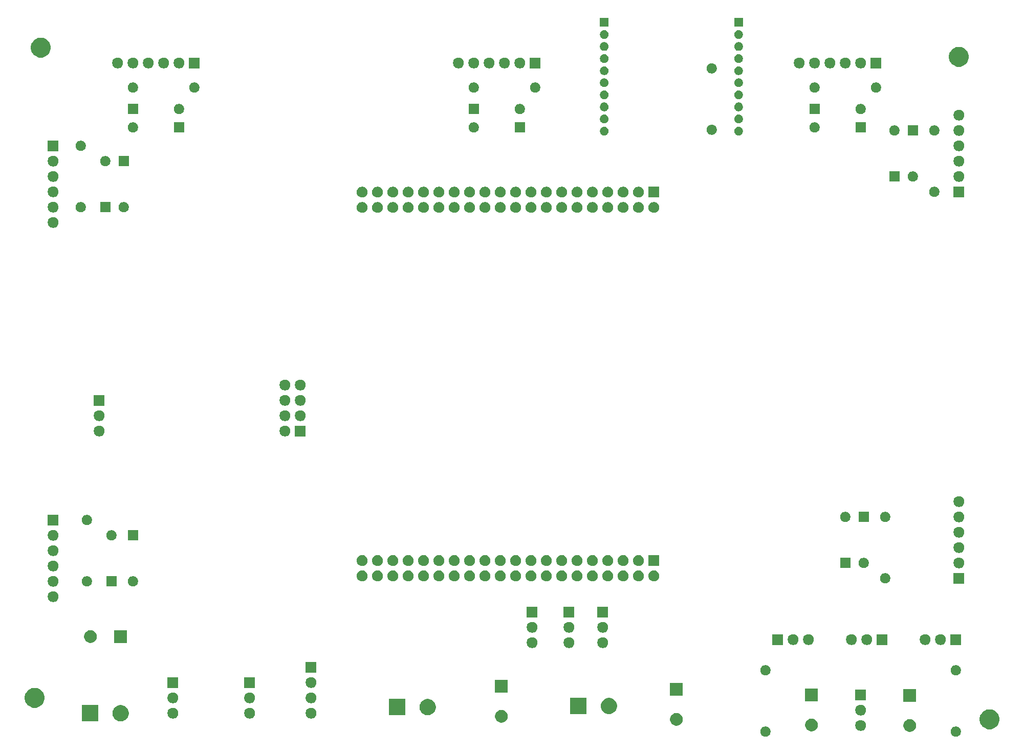
<source format=gbr>
%TF.GenerationSoftware,KiCad,Pcbnew,(5.1.6)-1*%
%TF.CreationDate,2024-02-14T18:37:27+01:00*%
%TF.ProjectId,AS_Spectrum_main,41535f53-7065-4637-9472-756d5f6d6169,rev?*%
%TF.SameCoordinates,Original*%
%TF.FileFunction,Soldermask,Bot*%
%TF.FilePolarity,Negative*%
%FSLAX46Y46*%
G04 Gerber Fmt 4.6, Leading zero omitted, Abs format (unit mm)*
G04 Created by KiCad (PCBNEW (5.1.6)-1) date 2024-02-14 18:37:27*
%MOMM*%
%LPD*%
G01*
G04 APERTURE LIST*
%ADD10C,0.100000*%
G04 APERTURE END LIST*
D10*
G36*
X222243935Y-172918664D02*
G01*
X222398095Y-172982520D01*
X222398626Y-172982740D01*
X222537844Y-173075762D01*
X222656238Y-173194156D01*
X222733198Y-173309336D01*
X222749261Y-173333376D01*
X222813336Y-173488065D01*
X222846000Y-173652281D01*
X222846000Y-173819719D01*
X222813336Y-173983935D01*
X222749261Y-174138624D01*
X222749260Y-174138626D01*
X222656238Y-174277844D01*
X222537844Y-174396238D01*
X222398626Y-174489260D01*
X222398625Y-174489261D01*
X222398624Y-174489261D01*
X222243935Y-174553336D01*
X222079719Y-174586000D01*
X221912281Y-174586000D01*
X221748065Y-174553336D01*
X221593376Y-174489261D01*
X221593375Y-174489261D01*
X221593374Y-174489260D01*
X221454156Y-174396238D01*
X221335762Y-174277844D01*
X221242740Y-174138626D01*
X221242739Y-174138624D01*
X221178664Y-173983935D01*
X221146000Y-173819719D01*
X221146000Y-173652281D01*
X221178664Y-173488065D01*
X221242739Y-173333376D01*
X221258802Y-173309336D01*
X221335762Y-173194156D01*
X221454156Y-173075762D01*
X221593374Y-172982740D01*
X221593905Y-172982520D01*
X221748065Y-172918664D01*
X221912281Y-172886000D01*
X222079719Y-172886000D01*
X222243935Y-172918664D01*
G37*
G36*
X190747935Y-172918664D02*
G01*
X190902095Y-172982520D01*
X190902626Y-172982740D01*
X191041844Y-173075762D01*
X191160238Y-173194156D01*
X191237198Y-173309336D01*
X191253261Y-173333376D01*
X191317336Y-173488065D01*
X191350000Y-173652281D01*
X191350000Y-173819719D01*
X191317336Y-173983935D01*
X191253261Y-174138624D01*
X191253260Y-174138626D01*
X191160238Y-174277844D01*
X191041844Y-174396238D01*
X190902626Y-174489260D01*
X190902625Y-174489261D01*
X190902624Y-174489261D01*
X190747935Y-174553336D01*
X190583719Y-174586000D01*
X190416281Y-174586000D01*
X190252065Y-174553336D01*
X190097376Y-174489261D01*
X190097375Y-174489261D01*
X190097374Y-174489260D01*
X189958156Y-174396238D01*
X189839762Y-174277844D01*
X189746740Y-174138626D01*
X189746739Y-174138624D01*
X189682664Y-173983935D01*
X189650000Y-173819719D01*
X189650000Y-173652281D01*
X189682664Y-173488065D01*
X189746739Y-173333376D01*
X189762802Y-173309336D01*
X189839762Y-173194156D01*
X189958156Y-173075762D01*
X190097374Y-172982740D01*
X190097905Y-172982520D01*
X190252065Y-172918664D01*
X190416281Y-172886000D01*
X190583719Y-172886000D01*
X190747935Y-172918664D01*
G37*
G36*
X214504687Y-171675027D02*
G01*
X214682274Y-171710350D01*
X214873362Y-171789502D01*
X215045336Y-171904411D01*
X215191589Y-172050664D01*
X215306498Y-172222638D01*
X215385650Y-172413726D01*
X215426000Y-172616584D01*
X215426000Y-172823416D01*
X215385650Y-173026274D01*
X215306498Y-173217362D01*
X215191589Y-173389336D01*
X215045336Y-173535589D01*
X214873362Y-173650498D01*
X214682274Y-173729650D01*
X214504687Y-173764973D01*
X214479417Y-173770000D01*
X214272583Y-173770000D01*
X214247313Y-173764973D01*
X214069726Y-173729650D01*
X213878638Y-173650498D01*
X213706664Y-173535589D01*
X213560411Y-173389336D01*
X213445502Y-173217362D01*
X213366350Y-173026274D01*
X213326000Y-172823416D01*
X213326000Y-172616584D01*
X213366350Y-172413726D01*
X213445502Y-172222638D01*
X213560411Y-172050664D01*
X213706664Y-171904411D01*
X213878638Y-171789502D01*
X214069726Y-171710350D01*
X214247313Y-171675027D01*
X214272583Y-171670000D01*
X214479417Y-171670000D01*
X214504687Y-171675027D01*
G37*
G36*
X198248687Y-171595027D02*
G01*
X198426274Y-171630350D01*
X198617362Y-171709502D01*
X198789336Y-171824411D01*
X198935589Y-171970664D01*
X199050498Y-172142638D01*
X199129650Y-172333726D01*
X199170000Y-172536584D01*
X199170000Y-172743416D01*
X199129650Y-172946274D01*
X199050498Y-173137362D01*
X198935589Y-173309336D01*
X198789336Y-173455589D01*
X198617362Y-173570498D01*
X198426274Y-173649650D01*
X198248687Y-173684973D01*
X198223417Y-173690000D01*
X198016583Y-173690000D01*
X197991313Y-173684973D01*
X197813726Y-173649650D01*
X197622638Y-173570498D01*
X197450664Y-173455589D01*
X197304411Y-173309336D01*
X197189502Y-173137362D01*
X197110350Y-172946274D01*
X197070000Y-172743416D01*
X197070000Y-172536584D01*
X197110350Y-172333726D01*
X197189502Y-172142638D01*
X197304411Y-171970664D01*
X197450664Y-171824411D01*
X197622638Y-171709502D01*
X197813726Y-171630350D01*
X197991313Y-171595027D01*
X198016583Y-171590000D01*
X198223417Y-171590000D01*
X198248687Y-171595027D01*
G37*
G36*
X206510520Y-171854586D02*
G01*
X206630809Y-171904411D01*
X206674310Y-171922430D01*
X206821717Y-172020924D01*
X206947076Y-172146283D01*
X207045570Y-172293690D01*
X207045571Y-172293692D01*
X207113414Y-172457480D01*
X207148000Y-172631356D01*
X207148000Y-172808644D01*
X207113414Y-172982520D01*
X207049277Y-173137362D01*
X207045570Y-173146310D01*
X206947076Y-173293717D01*
X206821717Y-173419076D01*
X206674310Y-173517570D01*
X206674309Y-173517571D01*
X206674308Y-173517571D01*
X206510520Y-173585414D01*
X206336644Y-173620000D01*
X206159356Y-173620000D01*
X205985480Y-173585414D01*
X205821692Y-173517571D01*
X205821691Y-173517571D01*
X205821690Y-173517570D01*
X205674283Y-173419076D01*
X205548924Y-173293717D01*
X205450430Y-173146310D01*
X205446724Y-173137362D01*
X205382586Y-172982520D01*
X205348000Y-172808644D01*
X205348000Y-172631356D01*
X205382586Y-172457480D01*
X205450429Y-172293692D01*
X205450430Y-172293690D01*
X205548924Y-172146283D01*
X205674283Y-172020924D01*
X205821690Y-171922430D01*
X205865192Y-171904411D01*
X205985480Y-171854586D01*
X206159356Y-171820000D01*
X206336644Y-171820000D01*
X206510520Y-171854586D01*
G37*
G36*
X227791874Y-170063023D02*
G01*
X228065287Y-170117408D01*
X228365568Y-170241789D01*
X228635814Y-170422361D01*
X228865639Y-170652186D01*
X229046211Y-170922432D01*
X229170592Y-171222713D01*
X229234000Y-171541489D01*
X229234000Y-171866511D01*
X229170592Y-172185287D01*
X229046211Y-172485568D01*
X228865639Y-172755814D01*
X228635814Y-172985639D01*
X228365568Y-173166211D01*
X228065287Y-173290592D01*
X227791874Y-173344977D01*
X227746512Y-173354000D01*
X227421488Y-173354000D01*
X227376126Y-173344977D01*
X227102713Y-173290592D01*
X226802432Y-173166211D01*
X226532186Y-172985639D01*
X226302361Y-172755814D01*
X226121789Y-172485568D01*
X225997408Y-172185287D01*
X225934000Y-171866511D01*
X225934000Y-171541489D01*
X225997408Y-171222713D01*
X226121789Y-170922432D01*
X226302361Y-170652186D01*
X226532186Y-170422361D01*
X226802432Y-170241789D01*
X227102713Y-170117408D01*
X227376126Y-170063023D01*
X227421488Y-170054000D01*
X227746512Y-170054000D01*
X227791874Y-170063023D01*
G37*
G36*
X175896687Y-170659027D02*
G01*
X176074274Y-170694350D01*
X176265362Y-170773502D01*
X176437336Y-170888411D01*
X176583589Y-171034664D01*
X176698498Y-171206638D01*
X176777650Y-171397726D01*
X176818000Y-171600584D01*
X176818000Y-171807416D01*
X176777650Y-172010274D01*
X176698498Y-172201362D01*
X176583589Y-172373336D01*
X176437336Y-172519589D01*
X176265362Y-172634498D01*
X176074274Y-172713650D01*
X175896687Y-172748973D01*
X175871417Y-172754000D01*
X175664583Y-172754000D01*
X175639313Y-172748973D01*
X175461726Y-172713650D01*
X175270638Y-172634498D01*
X175098664Y-172519589D01*
X174952411Y-172373336D01*
X174837502Y-172201362D01*
X174758350Y-172010274D01*
X174718000Y-171807416D01*
X174718000Y-171600584D01*
X174758350Y-171397726D01*
X174837502Y-171206638D01*
X174952411Y-171034664D01*
X175098664Y-170888411D01*
X175270638Y-170773502D01*
X175461726Y-170694350D01*
X175639313Y-170659027D01*
X175664583Y-170654000D01*
X175871417Y-170654000D01*
X175896687Y-170659027D01*
G37*
G36*
X146940687Y-170151027D02*
G01*
X147118274Y-170186350D01*
X147309362Y-170265502D01*
X147481336Y-170380411D01*
X147627589Y-170526664D01*
X147742498Y-170698638D01*
X147821650Y-170889726D01*
X147862000Y-171092584D01*
X147862000Y-171299416D01*
X147821650Y-171502274D01*
X147742498Y-171693362D01*
X147627589Y-171865336D01*
X147481336Y-172011589D01*
X147309362Y-172126498D01*
X147118274Y-172205650D01*
X146940687Y-172240973D01*
X146915417Y-172246000D01*
X146708583Y-172246000D01*
X146683313Y-172240973D01*
X146505726Y-172205650D01*
X146314638Y-172126498D01*
X146142664Y-172011589D01*
X145996411Y-171865336D01*
X145881502Y-171693362D01*
X145802350Y-171502274D01*
X145762000Y-171299416D01*
X145762000Y-171092584D01*
X145802350Y-170889726D01*
X145881502Y-170698638D01*
X145996411Y-170526664D01*
X146142664Y-170380411D01*
X146314638Y-170265502D01*
X146505726Y-170186350D01*
X146683313Y-170151027D01*
X146708583Y-170146000D01*
X146915417Y-170146000D01*
X146940687Y-170151027D01*
G37*
G36*
X80090000Y-172038000D02*
G01*
X77390000Y-172038000D01*
X77390000Y-169338000D01*
X80090000Y-169338000D01*
X80090000Y-172038000D01*
G37*
G36*
X84213779Y-169389879D02*
G01*
X84433580Y-169480924D01*
X84459465Y-169491646D01*
X84570769Y-169566017D01*
X84680574Y-169639386D01*
X84868614Y-169827426D01*
X85016355Y-170048537D01*
X85118121Y-170294221D01*
X85170000Y-170555035D01*
X85170000Y-170820965D01*
X85118121Y-171081779D01*
X85016355Y-171327463D01*
X84873349Y-171541488D01*
X84868613Y-171548575D01*
X84680575Y-171736613D01*
X84459465Y-171884354D01*
X84459464Y-171884355D01*
X84459463Y-171884355D01*
X84213779Y-171986121D01*
X83952965Y-172038000D01*
X83687035Y-172038000D01*
X83426221Y-171986121D01*
X83180537Y-171884355D01*
X83180536Y-171884355D01*
X83180535Y-171884354D01*
X82959425Y-171736613D01*
X82771387Y-171548575D01*
X82766652Y-171541488D01*
X82623645Y-171327463D01*
X82521879Y-171081779D01*
X82470000Y-170820965D01*
X82470000Y-170555035D01*
X82521879Y-170294221D01*
X82623645Y-170048537D01*
X82771386Y-169827426D01*
X82959426Y-169639386D01*
X83069231Y-169566017D01*
X83180535Y-169491646D01*
X83206420Y-169480924D01*
X83426221Y-169389879D01*
X83687035Y-169338000D01*
X83952965Y-169338000D01*
X84213779Y-169389879D01*
G37*
G36*
X92718520Y-169822586D02*
G01*
X92873499Y-169886780D01*
X92882310Y-169890430D01*
X93029717Y-169988924D01*
X93155076Y-170114283D01*
X93253570Y-170261690D01*
X93253571Y-170261692D01*
X93321414Y-170425480D01*
X93356000Y-170599356D01*
X93356000Y-170776644D01*
X93321414Y-170950520D01*
X93286561Y-171034664D01*
X93253570Y-171114310D01*
X93155076Y-171261717D01*
X93029717Y-171387076D01*
X92882310Y-171485570D01*
X92882309Y-171485571D01*
X92882308Y-171485571D01*
X92718520Y-171553414D01*
X92544644Y-171588000D01*
X92367356Y-171588000D01*
X92193480Y-171553414D01*
X92029692Y-171485571D01*
X92029691Y-171485571D01*
X92029690Y-171485570D01*
X91882283Y-171387076D01*
X91756924Y-171261717D01*
X91658430Y-171114310D01*
X91625440Y-171034664D01*
X91590586Y-170950520D01*
X91556000Y-170776644D01*
X91556000Y-170599356D01*
X91590586Y-170425480D01*
X91658429Y-170261692D01*
X91658430Y-170261690D01*
X91756924Y-170114283D01*
X91882283Y-169988924D01*
X92029690Y-169890430D01*
X92038502Y-169886780D01*
X92193480Y-169822586D01*
X92367356Y-169788000D01*
X92544644Y-169788000D01*
X92718520Y-169822586D01*
G37*
G36*
X105418520Y-169822586D02*
G01*
X105573499Y-169886780D01*
X105582310Y-169890430D01*
X105729717Y-169988924D01*
X105855076Y-170114283D01*
X105953570Y-170261690D01*
X105953571Y-170261692D01*
X106021414Y-170425480D01*
X106056000Y-170599356D01*
X106056000Y-170776644D01*
X106021414Y-170950520D01*
X105986561Y-171034664D01*
X105953570Y-171114310D01*
X105855076Y-171261717D01*
X105729717Y-171387076D01*
X105582310Y-171485570D01*
X105582309Y-171485571D01*
X105582308Y-171485571D01*
X105418520Y-171553414D01*
X105244644Y-171588000D01*
X105067356Y-171588000D01*
X104893480Y-171553414D01*
X104729692Y-171485571D01*
X104729691Y-171485571D01*
X104729690Y-171485570D01*
X104582283Y-171387076D01*
X104456924Y-171261717D01*
X104358430Y-171114310D01*
X104325440Y-171034664D01*
X104290586Y-170950520D01*
X104256000Y-170776644D01*
X104256000Y-170599356D01*
X104290586Y-170425480D01*
X104358429Y-170261692D01*
X104358430Y-170261690D01*
X104456924Y-170114283D01*
X104582283Y-169988924D01*
X104729690Y-169890430D01*
X104738502Y-169886780D01*
X104893480Y-169822586D01*
X105067356Y-169788000D01*
X105244644Y-169788000D01*
X105418520Y-169822586D01*
G37*
G36*
X115578520Y-169822586D02*
G01*
X115733499Y-169886780D01*
X115742310Y-169890430D01*
X115889717Y-169988924D01*
X116015076Y-170114283D01*
X116113570Y-170261690D01*
X116113571Y-170261692D01*
X116181414Y-170425480D01*
X116216000Y-170599356D01*
X116216000Y-170776644D01*
X116181414Y-170950520D01*
X116146561Y-171034664D01*
X116113570Y-171114310D01*
X116015076Y-171261717D01*
X115889717Y-171387076D01*
X115742310Y-171485570D01*
X115742309Y-171485571D01*
X115742308Y-171485571D01*
X115578520Y-171553414D01*
X115404644Y-171588000D01*
X115227356Y-171588000D01*
X115053480Y-171553414D01*
X114889692Y-171485571D01*
X114889691Y-171485571D01*
X114889690Y-171485570D01*
X114742283Y-171387076D01*
X114616924Y-171261717D01*
X114518430Y-171114310D01*
X114485440Y-171034664D01*
X114450586Y-170950520D01*
X114416000Y-170776644D01*
X114416000Y-170599356D01*
X114450586Y-170425480D01*
X114518429Y-170261692D01*
X114518430Y-170261690D01*
X114616924Y-170114283D01*
X114742283Y-169988924D01*
X114889690Y-169890430D01*
X114898502Y-169886780D01*
X115053480Y-169822586D01*
X115227356Y-169788000D01*
X115404644Y-169788000D01*
X115578520Y-169822586D01*
G37*
G36*
X206510520Y-169314586D02*
G01*
X206567047Y-169338000D01*
X206674310Y-169382430D01*
X206821717Y-169480924D01*
X206947076Y-169606283D01*
X206969195Y-169639387D01*
X207045571Y-169753692D01*
X207113414Y-169917480D01*
X207148000Y-170091356D01*
X207148000Y-170268644D01*
X207113414Y-170442520D01*
X207048451Y-170599356D01*
X207045570Y-170606310D01*
X206947076Y-170753717D01*
X206821717Y-170879076D01*
X206674310Y-170977570D01*
X206674309Y-170977571D01*
X206674308Y-170977571D01*
X206510520Y-171045414D01*
X206336644Y-171080000D01*
X206159356Y-171080000D01*
X205985480Y-171045414D01*
X205821692Y-170977571D01*
X205821691Y-170977571D01*
X205821690Y-170977570D01*
X205674283Y-170879076D01*
X205548924Y-170753717D01*
X205450430Y-170606310D01*
X205447550Y-170599356D01*
X205382586Y-170442520D01*
X205348000Y-170268644D01*
X205348000Y-170091356D01*
X205382586Y-169917480D01*
X205450429Y-169753692D01*
X205526805Y-169639387D01*
X205548924Y-169606283D01*
X205674283Y-169480924D01*
X205821690Y-169382430D01*
X205928954Y-169338000D01*
X205985480Y-169314586D01*
X206159356Y-169280000D01*
X206336644Y-169280000D01*
X206510520Y-169314586D01*
G37*
G36*
X135013779Y-168373879D02*
G01*
X135259463Y-168475645D01*
X135259465Y-168475646D01*
X135480575Y-168623387D01*
X135668613Y-168811425D01*
X135803578Y-169013414D01*
X135816355Y-169032537D01*
X135918121Y-169278221D01*
X135970000Y-169539035D01*
X135970000Y-169804965D01*
X135918121Y-170065779D01*
X135816355Y-170311463D01*
X135668614Y-170532574D01*
X135480574Y-170720614D01*
X135401421Y-170773502D01*
X135259465Y-170868354D01*
X135259464Y-170868355D01*
X135259463Y-170868355D01*
X135013779Y-170970121D01*
X134752965Y-171022000D01*
X134487035Y-171022000D01*
X134226221Y-170970121D01*
X133980537Y-170868355D01*
X133980536Y-170868355D01*
X133980535Y-170868354D01*
X133838579Y-170773502D01*
X133759426Y-170720614D01*
X133571386Y-170532574D01*
X133423645Y-170311463D01*
X133321879Y-170065779D01*
X133270000Y-169804965D01*
X133270000Y-169539035D01*
X133321879Y-169278221D01*
X133423645Y-169032537D01*
X133436423Y-169013414D01*
X133571387Y-168811425D01*
X133759425Y-168623387D01*
X133980535Y-168475646D01*
X133980537Y-168475645D01*
X134226221Y-168373879D01*
X134487035Y-168322000D01*
X134752965Y-168322000D01*
X135013779Y-168373879D01*
G37*
G36*
X130890000Y-171022000D02*
G01*
X128190000Y-171022000D01*
X128190000Y-168322000D01*
X130890000Y-168322000D01*
X130890000Y-171022000D01*
G37*
G36*
X160879001Y-170843001D02*
G01*
X158179001Y-170843001D01*
X158179001Y-168143001D01*
X160879001Y-168143001D01*
X160879001Y-170843001D01*
G37*
G36*
X165002780Y-168194880D02*
G01*
X165248464Y-168296646D01*
X165248466Y-168296647D01*
X165469576Y-168444388D01*
X165657614Y-168632426D01*
X165801039Y-168847076D01*
X165805356Y-168853538D01*
X165907122Y-169099222D01*
X165959001Y-169360036D01*
X165959001Y-169625966D01*
X165907122Y-169886780D01*
X165805356Y-170132464D01*
X165697275Y-170294220D01*
X165657614Y-170353576D01*
X165469576Y-170541614D01*
X165248466Y-170689355D01*
X165248465Y-170689356D01*
X165248464Y-170689356D01*
X165002780Y-170791122D01*
X164741966Y-170843001D01*
X164476036Y-170843001D01*
X164215222Y-170791122D01*
X163969538Y-170689356D01*
X163969537Y-170689356D01*
X163969536Y-170689355D01*
X163748426Y-170541614D01*
X163560388Y-170353576D01*
X163520728Y-170294220D01*
X163412646Y-170132464D01*
X163310880Y-169886780D01*
X163259001Y-169625966D01*
X163259001Y-169360036D01*
X163310880Y-169099222D01*
X163412646Y-168853538D01*
X163416964Y-168847076D01*
X163560388Y-168632426D01*
X163748426Y-168444388D01*
X163969536Y-168296647D01*
X163969538Y-168296646D01*
X164215222Y-168194880D01*
X164476036Y-168143001D01*
X164741966Y-168143001D01*
X165002780Y-168194880D01*
G37*
G36*
X69803874Y-166507023D02*
G01*
X70077287Y-166561408D01*
X70377568Y-166685789D01*
X70647814Y-166866361D01*
X70877639Y-167096186D01*
X71058211Y-167366432D01*
X71182592Y-167666713D01*
X71246000Y-167985489D01*
X71246000Y-168310511D01*
X71182592Y-168629287D01*
X71058211Y-168929568D01*
X70877639Y-169199814D01*
X70647814Y-169429639D01*
X70377568Y-169610211D01*
X70077287Y-169734592D01*
X69808785Y-169788000D01*
X69758512Y-169798000D01*
X69433488Y-169798000D01*
X69383215Y-169788000D01*
X69114713Y-169734592D01*
X68814432Y-169610211D01*
X68544186Y-169429639D01*
X68314361Y-169199814D01*
X68133789Y-168929568D01*
X68009408Y-168629287D01*
X67946000Y-168310511D01*
X67946000Y-167985489D01*
X68009408Y-167666713D01*
X68133789Y-167366432D01*
X68314361Y-167096186D01*
X68544186Y-166866361D01*
X68814432Y-166685789D01*
X69114713Y-166561408D01*
X69388126Y-166507023D01*
X69433488Y-166498000D01*
X69758512Y-166498000D01*
X69803874Y-166507023D01*
G37*
G36*
X92718520Y-167282586D02*
G01*
X92882310Y-167350430D01*
X93029717Y-167448924D01*
X93155076Y-167574283D01*
X93216836Y-167666714D01*
X93253571Y-167721692D01*
X93321414Y-167885480D01*
X93356000Y-168059356D01*
X93356000Y-168236644D01*
X93328702Y-168373879D01*
X93321414Y-168410520D01*
X93253570Y-168574310D01*
X93155076Y-168721717D01*
X93029717Y-168847076D01*
X92882310Y-168945570D01*
X92882309Y-168945571D01*
X92882308Y-168945571D01*
X92718520Y-169013414D01*
X92544644Y-169048000D01*
X92367356Y-169048000D01*
X92193480Y-169013414D01*
X92029692Y-168945571D01*
X92029691Y-168945571D01*
X92029690Y-168945570D01*
X91882283Y-168847076D01*
X91756924Y-168721717D01*
X91658430Y-168574310D01*
X91590586Y-168410520D01*
X91583298Y-168373879D01*
X91556000Y-168236644D01*
X91556000Y-168059356D01*
X91590586Y-167885480D01*
X91658429Y-167721692D01*
X91695164Y-167666714D01*
X91756924Y-167574283D01*
X91882283Y-167448924D01*
X92029690Y-167350430D01*
X92193480Y-167282586D01*
X92367356Y-167248000D01*
X92544644Y-167248000D01*
X92718520Y-167282586D01*
G37*
G36*
X105418520Y-167282586D02*
G01*
X105582310Y-167350430D01*
X105729717Y-167448924D01*
X105855076Y-167574283D01*
X105916836Y-167666714D01*
X105953571Y-167721692D01*
X106021414Y-167885480D01*
X106056000Y-168059356D01*
X106056000Y-168236644D01*
X106028702Y-168373879D01*
X106021414Y-168410520D01*
X105953570Y-168574310D01*
X105855076Y-168721717D01*
X105729717Y-168847076D01*
X105582310Y-168945570D01*
X105582309Y-168945571D01*
X105582308Y-168945571D01*
X105418520Y-169013414D01*
X105244644Y-169048000D01*
X105067356Y-169048000D01*
X104893480Y-169013414D01*
X104729692Y-168945571D01*
X104729691Y-168945571D01*
X104729690Y-168945570D01*
X104582283Y-168847076D01*
X104456924Y-168721717D01*
X104358430Y-168574310D01*
X104290586Y-168410520D01*
X104283298Y-168373879D01*
X104256000Y-168236644D01*
X104256000Y-168059356D01*
X104290586Y-167885480D01*
X104358429Y-167721692D01*
X104395164Y-167666714D01*
X104456924Y-167574283D01*
X104582283Y-167448924D01*
X104729690Y-167350430D01*
X104893480Y-167282586D01*
X105067356Y-167248000D01*
X105244644Y-167248000D01*
X105418520Y-167282586D01*
G37*
G36*
X115578520Y-167282586D02*
G01*
X115742310Y-167350430D01*
X115889717Y-167448924D01*
X116015076Y-167574283D01*
X116076836Y-167666714D01*
X116113571Y-167721692D01*
X116181414Y-167885480D01*
X116216000Y-168059356D01*
X116216000Y-168236644D01*
X116188702Y-168373879D01*
X116181414Y-168410520D01*
X116113570Y-168574310D01*
X116015076Y-168721717D01*
X115889717Y-168847076D01*
X115742310Y-168945570D01*
X115742309Y-168945571D01*
X115742308Y-168945571D01*
X115578520Y-169013414D01*
X115404644Y-169048000D01*
X115227356Y-169048000D01*
X115053480Y-169013414D01*
X114889692Y-168945571D01*
X114889691Y-168945571D01*
X114889690Y-168945570D01*
X114742283Y-168847076D01*
X114616924Y-168721717D01*
X114518430Y-168574310D01*
X114450586Y-168410520D01*
X114443298Y-168373879D01*
X114416000Y-168236644D01*
X114416000Y-168059356D01*
X114450586Y-167885480D01*
X114518429Y-167721692D01*
X114555164Y-167666714D01*
X114616924Y-167574283D01*
X114742283Y-167448924D01*
X114889690Y-167350430D01*
X115053480Y-167282586D01*
X115227356Y-167248000D01*
X115404644Y-167248000D01*
X115578520Y-167282586D01*
G37*
G36*
X215426000Y-168770000D02*
G01*
X213326000Y-168770000D01*
X213326000Y-166670000D01*
X215426000Y-166670000D01*
X215426000Y-168770000D01*
G37*
G36*
X199170000Y-168690000D02*
G01*
X197070000Y-168690000D01*
X197070000Y-166590000D01*
X199170000Y-166590000D01*
X199170000Y-168690000D01*
G37*
G36*
X207148000Y-168540000D02*
G01*
X205348000Y-168540000D01*
X205348000Y-166740000D01*
X207148000Y-166740000D01*
X207148000Y-168540000D01*
G37*
G36*
X176818000Y-167754000D02*
G01*
X174718000Y-167754000D01*
X174718000Y-165654000D01*
X176818000Y-165654000D01*
X176818000Y-167754000D01*
G37*
G36*
X147862000Y-167246000D02*
G01*
X145762000Y-167246000D01*
X145762000Y-165146000D01*
X147862000Y-165146000D01*
X147862000Y-167246000D01*
G37*
G36*
X93356000Y-166508000D02*
G01*
X91556000Y-166508000D01*
X91556000Y-164708000D01*
X93356000Y-164708000D01*
X93356000Y-166508000D01*
G37*
G36*
X106056000Y-166508000D02*
G01*
X104256000Y-166508000D01*
X104256000Y-164708000D01*
X106056000Y-164708000D01*
X106056000Y-166508000D01*
G37*
G36*
X115578520Y-164742586D02*
G01*
X115742310Y-164810430D01*
X115889717Y-164908924D01*
X116015076Y-165034283D01*
X116113570Y-165181690D01*
X116181414Y-165345480D01*
X116216000Y-165519358D01*
X116216000Y-165696642D01*
X116181414Y-165870520D01*
X116113570Y-166034310D01*
X116015076Y-166181717D01*
X115889717Y-166307076D01*
X115742310Y-166405570D01*
X115742309Y-166405571D01*
X115742308Y-166405571D01*
X115578520Y-166473414D01*
X115404644Y-166508000D01*
X115227356Y-166508000D01*
X115053480Y-166473414D01*
X114889692Y-166405571D01*
X114889691Y-166405571D01*
X114889690Y-166405570D01*
X114742283Y-166307076D01*
X114616924Y-166181717D01*
X114518430Y-166034310D01*
X114450586Y-165870520D01*
X114416000Y-165696642D01*
X114416000Y-165519358D01*
X114450586Y-165345480D01*
X114518430Y-165181690D01*
X114616924Y-165034283D01*
X114742283Y-164908924D01*
X114889690Y-164810430D01*
X115053480Y-164742586D01*
X115227356Y-164708000D01*
X115404644Y-164708000D01*
X115578520Y-164742586D01*
G37*
G36*
X190747935Y-162758664D02*
G01*
X190902624Y-162822739D01*
X190902626Y-162822740D01*
X191041844Y-162915762D01*
X191160238Y-163034156D01*
X191253260Y-163173374D01*
X191253261Y-163173376D01*
X191317336Y-163328065D01*
X191350000Y-163492281D01*
X191350000Y-163659719D01*
X191317336Y-163823935D01*
X191253261Y-163978624D01*
X191253260Y-163978626D01*
X191160238Y-164117844D01*
X191041844Y-164236238D01*
X190902626Y-164329260D01*
X190902625Y-164329261D01*
X190902624Y-164329261D01*
X190747935Y-164393336D01*
X190583719Y-164426000D01*
X190416281Y-164426000D01*
X190252065Y-164393336D01*
X190097376Y-164329261D01*
X190097375Y-164329261D01*
X190097374Y-164329260D01*
X189958156Y-164236238D01*
X189839762Y-164117844D01*
X189746740Y-163978626D01*
X189746739Y-163978624D01*
X189682664Y-163823935D01*
X189650000Y-163659719D01*
X189650000Y-163492281D01*
X189682664Y-163328065D01*
X189746739Y-163173376D01*
X189746740Y-163173374D01*
X189839762Y-163034156D01*
X189958156Y-162915762D01*
X190097374Y-162822740D01*
X190097376Y-162822739D01*
X190252065Y-162758664D01*
X190416281Y-162726000D01*
X190583719Y-162726000D01*
X190747935Y-162758664D01*
G37*
G36*
X222243935Y-162758664D02*
G01*
X222398624Y-162822739D01*
X222398626Y-162822740D01*
X222537844Y-162915762D01*
X222656238Y-163034156D01*
X222749260Y-163173374D01*
X222749261Y-163173376D01*
X222813336Y-163328065D01*
X222846000Y-163492281D01*
X222846000Y-163659719D01*
X222813336Y-163823935D01*
X222749261Y-163978624D01*
X222749260Y-163978626D01*
X222656238Y-164117844D01*
X222537844Y-164236238D01*
X222398626Y-164329260D01*
X222398625Y-164329261D01*
X222398624Y-164329261D01*
X222243935Y-164393336D01*
X222079719Y-164426000D01*
X221912281Y-164426000D01*
X221748065Y-164393336D01*
X221593376Y-164329261D01*
X221593375Y-164329261D01*
X221593374Y-164329260D01*
X221454156Y-164236238D01*
X221335762Y-164117844D01*
X221242740Y-163978626D01*
X221242739Y-163978624D01*
X221178664Y-163823935D01*
X221146000Y-163659719D01*
X221146000Y-163492281D01*
X221178664Y-163328065D01*
X221242739Y-163173376D01*
X221242740Y-163173374D01*
X221335762Y-163034156D01*
X221454156Y-162915762D01*
X221593374Y-162822740D01*
X221593376Y-162822739D01*
X221748065Y-162758664D01*
X221912281Y-162726000D01*
X222079719Y-162726000D01*
X222243935Y-162758664D01*
G37*
G36*
X116216000Y-163968000D02*
G01*
X114416000Y-163968000D01*
X114416000Y-162168000D01*
X116216000Y-162168000D01*
X116216000Y-163968000D01*
G37*
G36*
X158250520Y-158138586D02*
G01*
X158414310Y-158206430D01*
X158561717Y-158304924D01*
X158687076Y-158430283D01*
X158785570Y-158577690D01*
X158785571Y-158577692D01*
X158853414Y-158741480D01*
X158888000Y-158915358D01*
X158888000Y-159092642D01*
X158853414Y-159266520D01*
X158785570Y-159430310D01*
X158687076Y-159577717D01*
X158561717Y-159703076D01*
X158414310Y-159801570D01*
X158414309Y-159801571D01*
X158414308Y-159801571D01*
X158250520Y-159869414D01*
X158076644Y-159904000D01*
X157899356Y-159904000D01*
X157725480Y-159869414D01*
X157561692Y-159801571D01*
X157561691Y-159801571D01*
X157561690Y-159801570D01*
X157414283Y-159703076D01*
X157288924Y-159577717D01*
X157190430Y-159430310D01*
X157122586Y-159266520D01*
X157088000Y-159092642D01*
X157088000Y-158915358D01*
X157122586Y-158741480D01*
X157190429Y-158577692D01*
X157190430Y-158577690D01*
X157288924Y-158430283D01*
X157414283Y-158304924D01*
X157561690Y-158206430D01*
X157725480Y-158138586D01*
X157899356Y-158104000D01*
X158076644Y-158104000D01*
X158250520Y-158138586D01*
G37*
G36*
X163838520Y-158138586D02*
G01*
X164002310Y-158206430D01*
X164149717Y-158304924D01*
X164275076Y-158430283D01*
X164373570Y-158577690D01*
X164373571Y-158577692D01*
X164441414Y-158741480D01*
X164476000Y-158915358D01*
X164476000Y-159092642D01*
X164441414Y-159266520D01*
X164373570Y-159430310D01*
X164275076Y-159577717D01*
X164149717Y-159703076D01*
X164002310Y-159801570D01*
X164002309Y-159801571D01*
X164002308Y-159801571D01*
X163838520Y-159869414D01*
X163664644Y-159904000D01*
X163487356Y-159904000D01*
X163313480Y-159869414D01*
X163149692Y-159801571D01*
X163149691Y-159801571D01*
X163149690Y-159801570D01*
X163002283Y-159703076D01*
X162876924Y-159577717D01*
X162778430Y-159430310D01*
X162710586Y-159266520D01*
X162676000Y-159092642D01*
X162676000Y-158915358D01*
X162710586Y-158741480D01*
X162778429Y-158577692D01*
X162778430Y-158577690D01*
X162876924Y-158430283D01*
X163002283Y-158304924D01*
X163149690Y-158206430D01*
X163313480Y-158138586D01*
X163487356Y-158104000D01*
X163664644Y-158104000D01*
X163838520Y-158138586D01*
G37*
G36*
X152154520Y-158138586D02*
G01*
X152318310Y-158206430D01*
X152465717Y-158304924D01*
X152591076Y-158430283D01*
X152689570Y-158577690D01*
X152689571Y-158577692D01*
X152757414Y-158741480D01*
X152792000Y-158915358D01*
X152792000Y-159092642D01*
X152757414Y-159266520D01*
X152689570Y-159430310D01*
X152591076Y-159577717D01*
X152465717Y-159703076D01*
X152318310Y-159801570D01*
X152318309Y-159801571D01*
X152318308Y-159801571D01*
X152154520Y-159869414D01*
X151980644Y-159904000D01*
X151803356Y-159904000D01*
X151629480Y-159869414D01*
X151465692Y-159801571D01*
X151465691Y-159801571D01*
X151465690Y-159801570D01*
X151318283Y-159703076D01*
X151192924Y-159577717D01*
X151094430Y-159430310D01*
X151026586Y-159266520D01*
X150992000Y-159092642D01*
X150992000Y-158915358D01*
X151026586Y-158741480D01*
X151094429Y-158577692D01*
X151094430Y-158577690D01*
X151192924Y-158430283D01*
X151318283Y-158304924D01*
X151465690Y-158206430D01*
X151629480Y-158138586D01*
X151803356Y-158104000D01*
X151980644Y-158104000D01*
X152154520Y-158138586D01*
G37*
G36*
X207526520Y-157630586D02*
G01*
X207690310Y-157698430D01*
X207837717Y-157796924D01*
X207963076Y-157922283D01*
X208061570Y-158069690D01*
X208061571Y-158069692D01*
X208129414Y-158233480D01*
X208164000Y-158407356D01*
X208164000Y-158584644D01*
X208129414Y-158758520D01*
X208064451Y-158915356D01*
X208061570Y-158922310D01*
X207963076Y-159069717D01*
X207837717Y-159195076D01*
X207690310Y-159293570D01*
X207690309Y-159293571D01*
X207690308Y-159293571D01*
X207526520Y-159361414D01*
X207352644Y-159396000D01*
X207175356Y-159396000D01*
X207001480Y-159361414D01*
X206837692Y-159293571D01*
X206837691Y-159293571D01*
X206837690Y-159293570D01*
X206690283Y-159195076D01*
X206564924Y-159069717D01*
X206466430Y-158922310D01*
X206463550Y-158915356D01*
X206398586Y-158758520D01*
X206364000Y-158584644D01*
X206364000Y-158407356D01*
X206398586Y-158233480D01*
X206466429Y-158069692D01*
X206466430Y-158069690D01*
X206564924Y-157922283D01*
X206690283Y-157796924D01*
X206837690Y-157698430D01*
X207001480Y-157630586D01*
X207175356Y-157596000D01*
X207352644Y-157596000D01*
X207526520Y-157630586D01*
G37*
G36*
X204986520Y-157630586D02*
G01*
X205150310Y-157698430D01*
X205297717Y-157796924D01*
X205423076Y-157922283D01*
X205521570Y-158069690D01*
X205521571Y-158069692D01*
X205589414Y-158233480D01*
X205624000Y-158407356D01*
X205624000Y-158584644D01*
X205589414Y-158758520D01*
X205524451Y-158915356D01*
X205521570Y-158922310D01*
X205423076Y-159069717D01*
X205297717Y-159195076D01*
X205150310Y-159293570D01*
X205150309Y-159293571D01*
X205150308Y-159293571D01*
X204986520Y-159361414D01*
X204812644Y-159396000D01*
X204635356Y-159396000D01*
X204461480Y-159361414D01*
X204297692Y-159293571D01*
X204297691Y-159293571D01*
X204297690Y-159293570D01*
X204150283Y-159195076D01*
X204024924Y-159069717D01*
X203926430Y-158922310D01*
X203923550Y-158915356D01*
X203858586Y-158758520D01*
X203824000Y-158584644D01*
X203824000Y-158407356D01*
X203858586Y-158233480D01*
X203926429Y-158069692D01*
X203926430Y-158069690D01*
X204024924Y-157922283D01*
X204150283Y-157796924D01*
X204297690Y-157698430D01*
X204461480Y-157630586D01*
X204635356Y-157596000D01*
X204812644Y-157596000D01*
X204986520Y-157630586D01*
G37*
G36*
X219718520Y-157630586D02*
G01*
X219882310Y-157698430D01*
X220029717Y-157796924D01*
X220155076Y-157922283D01*
X220253570Y-158069690D01*
X220253571Y-158069692D01*
X220321414Y-158233480D01*
X220356000Y-158407356D01*
X220356000Y-158584644D01*
X220321414Y-158758520D01*
X220256451Y-158915356D01*
X220253570Y-158922310D01*
X220155076Y-159069717D01*
X220029717Y-159195076D01*
X219882310Y-159293570D01*
X219882309Y-159293571D01*
X219882308Y-159293571D01*
X219718520Y-159361414D01*
X219544644Y-159396000D01*
X219367356Y-159396000D01*
X219193480Y-159361414D01*
X219029692Y-159293571D01*
X219029691Y-159293571D01*
X219029690Y-159293570D01*
X218882283Y-159195076D01*
X218756924Y-159069717D01*
X218658430Y-158922310D01*
X218655550Y-158915356D01*
X218590586Y-158758520D01*
X218556000Y-158584644D01*
X218556000Y-158407356D01*
X218590586Y-158233480D01*
X218658429Y-158069692D01*
X218658430Y-158069690D01*
X218756924Y-157922283D01*
X218882283Y-157796924D01*
X219029690Y-157698430D01*
X219193480Y-157630586D01*
X219367356Y-157596000D01*
X219544644Y-157596000D01*
X219718520Y-157630586D01*
G37*
G36*
X222896000Y-159396000D02*
G01*
X221096000Y-159396000D01*
X221096000Y-157596000D01*
X222896000Y-157596000D01*
X222896000Y-159396000D01*
G37*
G36*
X217178520Y-157630586D02*
G01*
X217342310Y-157698430D01*
X217489717Y-157796924D01*
X217615076Y-157922283D01*
X217713570Y-158069690D01*
X217713571Y-158069692D01*
X217781414Y-158233480D01*
X217816000Y-158407356D01*
X217816000Y-158584644D01*
X217781414Y-158758520D01*
X217716451Y-158915356D01*
X217713570Y-158922310D01*
X217615076Y-159069717D01*
X217489717Y-159195076D01*
X217342310Y-159293570D01*
X217342309Y-159293571D01*
X217342308Y-159293571D01*
X217178520Y-159361414D01*
X217004644Y-159396000D01*
X216827356Y-159396000D01*
X216653480Y-159361414D01*
X216489692Y-159293571D01*
X216489691Y-159293571D01*
X216489690Y-159293570D01*
X216342283Y-159195076D01*
X216216924Y-159069717D01*
X216118430Y-158922310D01*
X216115550Y-158915356D01*
X216050586Y-158758520D01*
X216016000Y-158584644D01*
X216016000Y-158407356D01*
X216050586Y-158233480D01*
X216118429Y-158069692D01*
X216118430Y-158069690D01*
X216216924Y-157922283D01*
X216342283Y-157796924D01*
X216489690Y-157698430D01*
X216653480Y-157630586D01*
X216827356Y-157596000D01*
X217004644Y-157596000D01*
X217178520Y-157630586D01*
G37*
G36*
X193432000Y-159396000D02*
G01*
X191632000Y-159396000D01*
X191632000Y-157596000D01*
X193432000Y-157596000D01*
X193432000Y-159396000D01*
G37*
G36*
X195334520Y-157630586D02*
G01*
X195498310Y-157698430D01*
X195645717Y-157796924D01*
X195771076Y-157922283D01*
X195869570Y-158069690D01*
X195869571Y-158069692D01*
X195937414Y-158233480D01*
X195972000Y-158407356D01*
X195972000Y-158584644D01*
X195937414Y-158758520D01*
X195872451Y-158915356D01*
X195869570Y-158922310D01*
X195771076Y-159069717D01*
X195645717Y-159195076D01*
X195498310Y-159293570D01*
X195498309Y-159293571D01*
X195498308Y-159293571D01*
X195334520Y-159361414D01*
X195160644Y-159396000D01*
X194983356Y-159396000D01*
X194809480Y-159361414D01*
X194645692Y-159293571D01*
X194645691Y-159293571D01*
X194645690Y-159293570D01*
X194498283Y-159195076D01*
X194372924Y-159069717D01*
X194274430Y-158922310D01*
X194271550Y-158915356D01*
X194206586Y-158758520D01*
X194172000Y-158584644D01*
X194172000Y-158407356D01*
X194206586Y-158233480D01*
X194274429Y-158069692D01*
X194274430Y-158069690D01*
X194372924Y-157922283D01*
X194498283Y-157796924D01*
X194645690Y-157698430D01*
X194809480Y-157630586D01*
X194983356Y-157596000D01*
X195160644Y-157596000D01*
X195334520Y-157630586D01*
G37*
G36*
X197874520Y-157630586D02*
G01*
X198038310Y-157698430D01*
X198185717Y-157796924D01*
X198311076Y-157922283D01*
X198409570Y-158069690D01*
X198409571Y-158069692D01*
X198477414Y-158233480D01*
X198512000Y-158407356D01*
X198512000Y-158584644D01*
X198477414Y-158758520D01*
X198412451Y-158915356D01*
X198409570Y-158922310D01*
X198311076Y-159069717D01*
X198185717Y-159195076D01*
X198038310Y-159293570D01*
X198038309Y-159293571D01*
X198038308Y-159293571D01*
X197874520Y-159361414D01*
X197700644Y-159396000D01*
X197523356Y-159396000D01*
X197349480Y-159361414D01*
X197185692Y-159293571D01*
X197185691Y-159293571D01*
X197185690Y-159293570D01*
X197038283Y-159195076D01*
X196912924Y-159069717D01*
X196814430Y-158922310D01*
X196811550Y-158915356D01*
X196746586Y-158758520D01*
X196712000Y-158584644D01*
X196712000Y-158407356D01*
X196746586Y-158233480D01*
X196814429Y-158069692D01*
X196814430Y-158069690D01*
X196912924Y-157922283D01*
X197038283Y-157796924D01*
X197185690Y-157698430D01*
X197349480Y-157630586D01*
X197523356Y-157596000D01*
X197700644Y-157596000D01*
X197874520Y-157630586D01*
G37*
G36*
X210704000Y-159396000D02*
G01*
X208904000Y-159396000D01*
X208904000Y-157596000D01*
X210704000Y-157596000D01*
X210704000Y-159396000D01*
G37*
G36*
X84870000Y-159038000D02*
G01*
X82770000Y-159038000D01*
X82770000Y-156938000D01*
X84870000Y-156938000D01*
X84870000Y-159038000D01*
G37*
G36*
X78948687Y-156943027D02*
G01*
X79126274Y-156978350D01*
X79317362Y-157057502D01*
X79489336Y-157172411D01*
X79635589Y-157318664D01*
X79750498Y-157490638D01*
X79829650Y-157681726D01*
X79870000Y-157884584D01*
X79870000Y-158091416D01*
X79829650Y-158294274D01*
X79750498Y-158485362D01*
X79635589Y-158657336D01*
X79489336Y-158803589D01*
X79317362Y-158918498D01*
X79126274Y-158997650D01*
X78948687Y-159032973D01*
X78923417Y-159038000D01*
X78716583Y-159038000D01*
X78691313Y-159032973D01*
X78513726Y-158997650D01*
X78322638Y-158918498D01*
X78150664Y-158803589D01*
X78004411Y-158657336D01*
X77889502Y-158485362D01*
X77810350Y-158294274D01*
X77770000Y-158091416D01*
X77770000Y-157884584D01*
X77810350Y-157681726D01*
X77889502Y-157490638D01*
X78004411Y-157318664D01*
X78150664Y-157172411D01*
X78322638Y-157057502D01*
X78513726Y-156978350D01*
X78691313Y-156943027D01*
X78716583Y-156938000D01*
X78923417Y-156938000D01*
X78948687Y-156943027D01*
G37*
G36*
X163838520Y-155598586D02*
G01*
X164002310Y-155666430D01*
X164149717Y-155764924D01*
X164275076Y-155890283D01*
X164373570Y-156037690D01*
X164441414Y-156201480D01*
X164476000Y-156375358D01*
X164476000Y-156552642D01*
X164441414Y-156726520D01*
X164373570Y-156890310D01*
X164275076Y-157037717D01*
X164149717Y-157163076D01*
X164002310Y-157261570D01*
X164002309Y-157261571D01*
X164002308Y-157261571D01*
X163838520Y-157329414D01*
X163664644Y-157364000D01*
X163487356Y-157364000D01*
X163313480Y-157329414D01*
X163149692Y-157261571D01*
X163149691Y-157261571D01*
X163149690Y-157261570D01*
X163002283Y-157163076D01*
X162876924Y-157037717D01*
X162778430Y-156890310D01*
X162710586Y-156726520D01*
X162676000Y-156552642D01*
X162676000Y-156375358D01*
X162710586Y-156201480D01*
X162778430Y-156037690D01*
X162876924Y-155890283D01*
X163002283Y-155764924D01*
X163149690Y-155666430D01*
X163313480Y-155598586D01*
X163487356Y-155564000D01*
X163664644Y-155564000D01*
X163838520Y-155598586D01*
G37*
G36*
X158250520Y-155598586D02*
G01*
X158414310Y-155666430D01*
X158561717Y-155764924D01*
X158687076Y-155890283D01*
X158785570Y-156037690D01*
X158853414Y-156201480D01*
X158888000Y-156375358D01*
X158888000Y-156552642D01*
X158853414Y-156726520D01*
X158785570Y-156890310D01*
X158687076Y-157037717D01*
X158561717Y-157163076D01*
X158414310Y-157261570D01*
X158414309Y-157261571D01*
X158414308Y-157261571D01*
X158250520Y-157329414D01*
X158076644Y-157364000D01*
X157899356Y-157364000D01*
X157725480Y-157329414D01*
X157561692Y-157261571D01*
X157561691Y-157261571D01*
X157561690Y-157261570D01*
X157414283Y-157163076D01*
X157288924Y-157037717D01*
X157190430Y-156890310D01*
X157122586Y-156726520D01*
X157088000Y-156552642D01*
X157088000Y-156375358D01*
X157122586Y-156201480D01*
X157190430Y-156037690D01*
X157288924Y-155890283D01*
X157414283Y-155764924D01*
X157561690Y-155666430D01*
X157725480Y-155598586D01*
X157899356Y-155564000D01*
X158076644Y-155564000D01*
X158250520Y-155598586D01*
G37*
G36*
X152154520Y-155598586D02*
G01*
X152318310Y-155666430D01*
X152465717Y-155764924D01*
X152591076Y-155890283D01*
X152689570Y-156037690D01*
X152757414Y-156201480D01*
X152792000Y-156375358D01*
X152792000Y-156552642D01*
X152757414Y-156726520D01*
X152689570Y-156890310D01*
X152591076Y-157037717D01*
X152465717Y-157163076D01*
X152318310Y-157261570D01*
X152318309Y-157261571D01*
X152318308Y-157261571D01*
X152154520Y-157329414D01*
X151980644Y-157364000D01*
X151803356Y-157364000D01*
X151629480Y-157329414D01*
X151465692Y-157261571D01*
X151465691Y-157261571D01*
X151465690Y-157261570D01*
X151318283Y-157163076D01*
X151192924Y-157037717D01*
X151094430Y-156890310D01*
X151026586Y-156726520D01*
X150992000Y-156552642D01*
X150992000Y-156375358D01*
X151026586Y-156201480D01*
X151094430Y-156037690D01*
X151192924Y-155890283D01*
X151318283Y-155764924D01*
X151465690Y-155666430D01*
X151629480Y-155598586D01*
X151803356Y-155564000D01*
X151980644Y-155564000D01*
X152154520Y-155598586D01*
G37*
G36*
X164476000Y-154824000D02*
G01*
X162676000Y-154824000D01*
X162676000Y-153024000D01*
X164476000Y-153024000D01*
X164476000Y-154824000D01*
G37*
G36*
X152792000Y-154824000D02*
G01*
X150992000Y-154824000D01*
X150992000Y-153024000D01*
X152792000Y-153024000D01*
X152792000Y-154824000D01*
G37*
G36*
X158888000Y-154824000D02*
G01*
X157088000Y-154824000D01*
X157088000Y-153024000D01*
X158888000Y-153024000D01*
X158888000Y-154824000D01*
G37*
G36*
X72906520Y-150518586D02*
G01*
X73070310Y-150586430D01*
X73217717Y-150684924D01*
X73343076Y-150810283D01*
X73441570Y-150957690D01*
X73509414Y-151121480D01*
X73544000Y-151295358D01*
X73544000Y-151472642D01*
X73509414Y-151646520D01*
X73441570Y-151810310D01*
X73343076Y-151957717D01*
X73217717Y-152083076D01*
X73070310Y-152181570D01*
X73070309Y-152181571D01*
X73070308Y-152181571D01*
X72906520Y-152249414D01*
X72732644Y-152284000D01*
X72555356Y-152284000D01*
X72381480Y-152249414D01*
X72217692Y-152181571D01*
X72217691Y-152181571D01*
X72217690Y-152181570D01*
X72070283Y-152083076D01*
X71944924Y-151957717D01*
X71846430Y-151810310D01*
X71778586Y-151646520D01*
X71744000Y-151472642D01*
X71744000Y-151295358D01*
X71778586Y-151121480D01*
X71846430Y-150957690D01*
X71944924Y-150810283D01*
X72070283Y-150684924D01*
X72217690Y-150586430D01*
X72381480Y-150518586D01*
X72555356Y-150484000D01*
X72732644Y-150484000D01*
X72906520Y-150518586D01*
G37*
G36*
X72906520Y-147978586D02*
G01*
X73063580Y-148043642D01*
X73070310Y-148046430D01*
X73217717Y-148144924D01*
X73343076Y-148270283D01*
X73441570Y-148417690D01*
X73441571Y-148417692D01*
X73509414Y-148581480D01*
X73543446Y-148752570D01*
X73544000Y-148755358D01*
X73544000Y-148932642D01*
X73509414Y-149106520D01*
X73441570Y-149270310D01*
X73343076Y-149417717D01*
X73217717Y-149543076D01*
X73070310Y-149641570D01*
X73070309Y-149641571D01*
X73070308Y-149641571D01*
X72906520Y-149709414D01*
X72732644Y-149744000D01*
X72555356Y-149744000D01*
X72381480Y-149709414D01*
X72217692Y-149641571D01*
X72217691Y-149641571D01*
X72217690Y-149641570D01*
X72070283Y-149543076D01*
X71944924Y-149417717D01*
X71846430Y-149270310D01*
X71778586Y-149106520D01*
X71744000Y-148932642D01*
X71744000Y-148755358D01*
X71744555Y-148752570D01*
X71778586Y-148581480D01*
X71846429Y-148417692D01*
X71846430Y-148417690D01*
X71944924Y-148270283D01*
X72070283Y-148144924D01*
X72217690Y-148046430D01*
X72224421Y-148043642D01*
X72381480Y-147978586D01*
X72555356Y-147944000D01*
X72732644Y-147944000D01*
X72906520Y-147978586D01*
G37*
G36*
X86099935Y-148026664D02*
G01*
X86248166Y-148088064D01*
X86254626Y-148090740D01*
X86393844Y-148183762D01*
X86512238Y-148302156D01*
X86605260Y-148441374D01*
X86605261Y-148441376D01*
X86669336Y-148596065D01*
X86702000Y-148760281D01*
X86702000Y-148927719D01*
X86669336Y-149091935D01*
X86605261Y-149246624D01*
X86605260Y-149246626D01*
X86512238Y-149385844D01*
X86393844Y-149504238D01*
X86254626Y-149597260D01*
X86254625Y-149597261D01*
X86254624Y-149597261D01*
X86099935Y-149661336D01*
X85935719Y-149694000D01*
X85768281Y-149694000D01*
X85604065Y-149661336D01*
X85449376Y-149597261D01*
X85449375Y-149597261D01*
X85449374Y-149597260D01*
X85310156Y-149504238D01*
X85191762Y-149385844D01*
X85098740Y-149246626D01*
X85098739Y-149246624D01*
X85034664Y-149091935D01*
X85002000Y-148927719D01*
X85002000Y-148760281D01*
X85034664Y-148596065D01*
X85098739Y-148441376D01*
X85098740Y-148441374D01*
X85191762Y-148302156D01*
X85310156Y-148183762D01*
X85449374Y-148090740D01*
X85455834Y-148088064D01*
X85604065Y-148026664D01*
X85768281Y-147994000D01*
X85935719Y-147994000D01*
X86099935Y-148026664D01*
G37*
G36*
X78479935Y-148026664D02*
G01*
X78628166Y-148088064D01*
X78634626Y-148090740D01*
X78773844Y-148183762D01*
X78892238Y-148302156D01*
X78985260Y-148441374D01*
X78985261Y-148441376D01*
X79049336Y-148596065D01*
X79082000Y-148760281D01*
X79082000Y-148927719D01*
X79049336Y-149091935D01*
X78985261Y-149246624D01*
X78985260Y-149246626D01*
X78892238Y-149385844D01*
X78773844Y-149504238D01*
X78634626Y-149597260D01*
X78634625Y-149597261D01*
X78634624Y-149597261D01*
X78479935Y-149661336D01*
X78315719Y-149694000D01*
X78148281Y-149694000D01*
X77984065Y-149661336D01*
X77829376Y-149597261D01*
X77829375Y-149597261D01*
X77829374Y-149597260D01*
X77690156Y-149504238D01*
X77571762Y-149385844D01*
X77478740Y-149246626D01*
X77478739Y-149246624D01*
X77414664Y-149091935D01*
X77382000Y-148927719D01*
X77382000Y-148760281D01*
X77414664Y-148596065D01*
X77478739Y-148441376D01*
X77478740Y-148441374D01*
X77571762Y-148302156D01*
X77690156Y-148183762D01*
X77829374Y-148090740D01*
X77835834Y-148088064D01*
X77984065Y-148026664D01*
X78148281Y-147994000D01*
X78315719Y-147994000D01*
X78479935Y-148026664D01*
G37*
G36*
X83146000Y-149694000D02*
G01*
X81446000Y-149694000D01*
X81446000Y-147994000D01*
X83146000Y-147994000D01*
X83146000Y-149694000D01*
G37*
G36*
X223404000Y-149236000D02*
G01*
X221604000Y-149236000D01*
X221604000Y-147436000D01*
X223404000Y-147436000D01*
X223404000Y-149236000D01*
G37*
G36*
X210559935Y-147518664D02*
G01*
X210714624Y-147582739D01*
X210714626Y-147582740D01*
X210853844Y-147675762D01*
X210972238Y-147794156D01*
X211065260Y-147933374D01*
X211065261Y-147933376D01*
X211129336Y-148088065D01*
X211162000Y-148252281D01*
X211162000Y-148419719D01*
X211129336Y-148583935D01*
X211100282Y-148654076D01*
X211065260Y-148738626D01*
X210972238Y-148877844D01*
X210853844Y-148996238D01*
X210714626Y-149089260D01*
X210714625Y-149089261D01*
X210714624Y-149089261D01*
X210559935Y-149153336D01*
X210395719Y-149186000D01*
X210228281Y-149186000D01*
X210064065Y-149153336D01*
X209909376Y-149089261D01*
X209909375Y-149089261D01*
X209909374Y-149089260D01*
X209770156Y-148996238D01*
X209651762Y-148877844D01*
X209558740Y-148738626D01*
X209523718Y-148654076D01*
X209494664Y-148583935D01*
X209462000Y-148419719D01*
X209462000Y-148252281D01*
X209494664Y-148088065D01*
X209558739Y-147933376D01*
X209558740Y-147933374D01*
X209651762Y-147794156D01*
X209770156Y-147675762D01*
X209909374Y-147582740D01*
X209909376Y-147582739D01*
X210064065Y-147518664D01*
X210228281Y-147486000D01*
X210395719Y-147486000D01*
X210559935Y-147518664D01*
G37*
G36*
X172300519Y-147089586D02*
G01*
X172464309Y-147157430D01*
X172611716Y-147255924D01*
X172737075Y-147381283D01*
X172835569Y-147528690D01*
X172835570Y-147528692D01*
X172903413Y-147692480D01*
X172937999Y-147866356D01*
X172937999Y-148043644D01*
X172903413Y-148217520D01*
X172881558Y-148270284D01*
X172835569Y-148381310D01*
X172737075Y-148528717D01*
X172611716Y-148654076D01*
X172464309Y-148752570D01*
X172464308Y-148752571D01*
X172464307Y-148752571D01*
X172300519Y-148820414D01*
X172126643Y-148855000D01*
X171949355Y-148855000D01*
X171775479Y-148820414D01*
X171611691Y-148752571D01*
X171611690Y-148752571D01*
X171611689Y-148752570D01*
X171464282Y-148654076D01*
X171338923Y-148528717D01*
X171240429Y-148381310D01*
X171194441Y-148270284D01*
X171172585Y-148217520D01*
X171137999Y-148043644D01*
X171137999Y-147866356D01*
X171172585Y-147692480D01*
X171240428Y-147528692D01*
X171240429Y-147528690D01*
X171338923Y-147381283D01*
X171464282Y-147255924D01*
X171611689Y-147157430D01*
X171775479Y-147089586D01*
X171949355Y-147055000D01*
X172126643Y-147055000D01*
X172300519Y-147089586D01*
G37*
G36*
X167220519Y-147089586D02*
G01*
X167384309Y-147157430D01*
X167531716Y-147255924D01*
X167657075Y-147381283D01*
X167755569Y-147528690D01*
X167755570Y-147528692D01*
X167823413Y-147692480D01*
X167857999Y-147866356D01*
X167857999Y-148043644D01*
X167823413Y-148217520D01*
X167801558Y-148270284D01*
X167755569Y-148381310D01*
X167657075Y-148528717D01*
X167531716Y-148654076D01*
X167384309Y-148752570D01*
X167384308Y-148752571D01*
X167384307Y-148752571D01*
X167220519Y-148820414D01*
X167046643Y-148855000D01*
X166869355Y-148855000D01*
X166695479Y-148820414D01*
X166531691Y-148752571D01*
X166531690Y-148752571D01*
X166531689Y-148752570D01*
X166384282Y-148654076D01*
X166258923Y-148528717D01*
X166160429Y-148381310D01*
X166114441Y-148270284D01*
X166092585Y-148217520D01*
X166057999Y-148043644D01*
X166057999Y-147866356D01*
X166092585Y-147692480D01*
X166160428Y-147528692D01*
X166160429Y-147528690D01*
X166258923Y-147381283D01*
X166384282Y-147255924D01*
X166531689Y-147157430D01*
X166695479Y-147089586D01*
X166869355Y-147055000D01*
X167046643Y-147055000D01*
X167220519Y-147089586D01*
G37*
G36*
X164680519Y-147089586D02*
G01*
X164844309Y-147157430D01*
X164991716Y-147255924D01*
X165117075Y-147381283D01*
X165215569Y-147528690D01*
X165215570Y-147528692D01*
X165283413Y-147692480D01*
X165317999Y-147866356D01*
X165317999Y-148043644D01*
X165283413Y-148217520D01*
X165261558Y-148270284D01*
X165215569Y-148381310D01*
X165117075Y-148528717D01*
X164991716Y-148654076D01*
X164844309Y-148752570D01*
X164844308Y-148752571D01*
X164844307Y-148752571D01*
X164680519Y-148820414D01*
X164506643Y-148855000D01*
X164329355Y-148855000D01*
X164155479Y-148820414D01*
X163991691Y-148752571D01*
X163991690Y-148752571D01*
X163991689Y-148752570D01*
X163844282Y-148654076D01*
X163718923Y-148528717D01*
X163620429Y-148381310D01*
X163574441Y-148270284D01*
X163552585Y-148217520D01*
X163517999Y-148043644D01*
X163517999Y-147866356D01*
X163552585Y-147692480D01*
X163620428Y-147528692D01*
X163620429Y-147528690D01*
X163718923Y-147381283D01*
X163844282Y-147255924D01*
X163991689Y-147157430D01*
X164155479Y-147089586D01*
X164329355Y-147055000D01*
X164506643Y-147055000D01*
X164680519Y-147089586D01*
G37*
G36*
X162140519Y-147089586D02*
G01*
X162304309Y-147157430D01*
X162451716Y-147255924D01*
X162577075Y-147381283D01*
X162675569Y-147528690D01*
X162675570Y-147528692D01*
X162743413Y-147692480D01*
X162777999Y-147866356D01*
X162777999Y-148043644D01*
X162743413Y-148217520D01*
X162721558Y-148270284D01*
X162675569Y-148381310D01*
X162577075Y-148528717D01*
X162451716Y-148654076D01*
X162304309Y-148752570D01*
X162304308Y-148752571D01*
X162304307Y-148752571D01*
X162140519Y-148820414D01*
X161966643Y-148855000D01*
X161789355Y-148855000D01*
X161615479Y-148820414D01*
X161451691Y-148752571D01*
X161451690Y-148752571D01*
X161451689Y-148752570D01*
X161304282Y-148654076D01*
X161178923Y-148528717D01*
X161080429Y-148381310D01*
X161034441Y-148270284D01*
X161012585Y-148217520D01*
X160977999Y-148043644D01*
X160977999Y-147866356D01*
X161012585Y-147692480D01*
X161080428Y-147528692D01*
X161080429Y-147528690D01*
X161178923Y-147381283D01*
X161304282Y-147255924D01*
X161451689Y-147157430D01*
X161615479Y-147089586D01*
X161789355Y-147055000D01*
X161966643Y-147055000D01*
X162140519Y-147089586D01*
G37*
G36*
X131660519Y-147089586D02*
G01*
X131824309Y-147157430D01*
X131971716Y-147255924D01*
X132097075Y-147381283D01*
X132195569Y-147528690D01*
X132195570Y-147528692D01*
X132263413Y-147692480D01*
X132297999Y-147866356D01*
X132297999Y-148043644D01*
X132263413Y-148217520D01*
X132241558Y-148270284D01*
X132195569Y-148381310D01*
X132097075Y-148528717D01*
X131971716Y-148654076D01*
X131824309Y-148752570D01*
X131824308Y-148752571D01*
X131824307Y-148752571D01*
X131660519Y-148820414D01*
X131486643Y-148855000D01*
X131309355Y-148855000D01*
X131135479Y-148820414D01*
X130971691Y-148752571D01*
X130971690Y-148752571D01*
X130971689Y-148752570D01*
X130824282Y-148654076D01*
X130698923Y-148528717D01*
X130600429Y-148381310D01*
X130554441Y-148270284D01*
X130532585Y-148217520D01*
X130497999Y-148043644D01*
X130497999Y-147866356D01*
X130532585Y-147692480D01*
X130600428Y-147528692D01*
X130600429Y-147528690D01*
X130698923Y-147381283D01*
X130824282Y-147255924D01*
X130971689Y-147157430D01*
X131135479Y-147089586D01*
X131309355Y-147055000D01*
X131486643Y-147055000D01*
X131660519Y-147089586D01*
G37*
G36*
X159600519Y-147089586D02*
G01*
X159764309Y-147157430D01*
X159911716Y-147255924D01*
X160037075Y-147381283D01*
X160135569Y-147528690D01*
X160135570Y-147528692D01*
X160203413Y-147692480D01*
X160237999Y-147866356D01*
X160237999Y-148043644D01*
X160203413Y-148217520D01*
X160181558Y-148270284D01*
X160135569Y-148381310D01*
X160037075Y-148528717D01*
X159911716Y-148654076D01*
X159764309Y-148752570D01*
X159764308Y-148752571D01*
X159764307Y-148752571D01*
X159600519Y-148820414D01*
X159426643Y-148855000D01*
X159249355Y-148855000D01*
X159075479Y-148820414D01*
X158911691Y-148752571D01*
X158911690Y-148752571D01*
X158911689Y-148752570D01*
X158764282Y-148654076D01*
X158638923Y-148528717D01*
X158540429Y-148381310D01*
X158494441Y-148270284D01*
X158472585Y-148217520D01*
X158437999Y-148043644D01*
X158437999Y-147866356D01*
X158472585Y-147692480D01*
X158540428Y-147528692D01*
X158540429Y-147528690D01*
X158638923Y-147381283D01*
X158764282Y-147255924D01*
X158911689Y-147157430D01*
X159075479Y-147089586D01*
X159249355Y-147055000D01*
X159426643Y-147055000D01*
X159600519Y-147089586D01*
G37*
G36*
X157060519Y-147089586D02*
G01*
X157224309Y-147157430D01*
X157371716Y-147255924D01*
X157497075Y-147381283D01*
X157595569Y-147528690D01*
X157595570Y-147528692D01*
X157663413Y-147692480D01*
X157697999Y-147866356D01*
X157697999Y-148043644D01*
X157663413Y-148217520D01*
X157641558Y-148270284D01*
X157595569Y-148381310D01*
X157497075Y-148528717D01*
X157371716Y-148654076D01*
X157224309Y-148752570D01*
X157224308Y-148752571D01*
X157224307Y-148752571D01*
X157060519Y-148820414D01*
X156886643Y-148855000D01*
X156709355Y-148855000D01*
X156535479Y-148820414D01*
X156371691Y-148752571D01*
X156371690Y-148752571D01*
X156371689Y-148752570D01*
X156224282Y-148654076D01*
X156098923Y-148528717D01*
X156000429Y-148381310D01*
X155954441Y-148270284D01*
X155932585Y-148217520D01*
X155897999Y-148043644D01*
X155897999Y-147866356D01*
X155932585Y-147692480D01*
X156000428Y-147528692D01*
X156000429Y-147528690D01*
X156098923Y-147381283D01*
X156224282Y-147255924D01*
X156371689Y-147157430D01*
X156535479Y-147089586D01*
X156709355Y-147055000D01*
X156886643Y-147055000D01*
X157060519Y-147089586D01*
G37*
G36*
X154520519Y-147089586D02*
G01*
X154684309Y-147157430D01*
X154831716Y-147255924D01*
X154957075Y-147381283D01*
X155055569Y-147528690D01*
X155055570Y-147528692D01*
X155123413Y-147692480D01*
X155157999Y-147866356D01*
X155157999Y-148043644D01*
X155123413Y-148217520D01*
X155101558Y-148270284D01*
X155055569Y-148381310D01*
X154957075Y-148528717D01*
X154831716Y-148654076D01*
X154684309Y-148752570D01*
X154684308Y-148752571D01*
X154684307Y-148752571D01*
X154520519Y-148820414D01*
X154346643Y-148855000D01*
X154169355Y-148855000D01*
X153995479Y-148820414D01*
X153831691Y-148752571D01*
X153831690Y-148752571D01*
X153831689Y-148752570D01*
X153684282Y-148654076D01*
X153558923Y-148528717D01*
X153460429Y-148381310D01*
X153414441Y-148270284D01*
X153392585Y-148217520D01*
X153357999Y-148043644D01*
X153357999Y-147866356D01*
X153392585Y-147692480D01*
X153460428Y-147528692D01*
X153460429Y-147528690D01*
X153558923Y-147381283D01*
X153684282Y-147255924D01*
X153831689Y-147157430D01*
X153995479Y-147089586D01*
X154169355Y-147055000D01*
X154346643Y-147055000D01*
X154520519Y-147089586D01*
G37*
G36*
X151980519Y-147089586D02*
G01*
X152144309Y-147157430D01*
X152291716Y-147255924D01*
X152417075Y-147381283D01*
X152515569Y-147528690D01*
X152515570Y-147528692D01*
X152583413Y-147692480D01*
X152617999Y-147866356D01*
X152617999Y-148043644D01*
X152583413Y-148217520D01*
X152561558Y-148270284D01*
X152515569Y-148381310D01*
X152417075Y-148528717D01*
X152291716Y-148654076D01*
X152144309Y-148752570D01*
X152144308Y-148752571D01*
X152144307Y-148752571D01*
X151980519Y-148820414D01*
X151806643Y-148855000D01*
X151629355Y-148855000D01*
X151455479Y-148820414D01*
X151291691Y-148752571D01*
X151291690Y-148752571D01*
X151291689Y-148752570D01*
X151144282Y-148654076D01*
X151018923Y-148528717D01*
X150920429Y-148381310D01*
X150874441Y-148270284D01*
X150852585Y-148217520D01*
X150817999Y-148043644D01*
X150817999Y-147866356D01*
X150852585Y-147692480D01*
X150920428Y-147528692D01*
X150920429Y-147528690D01*
X151018923Y-147381283D01*
X151144282Y-147255924D01*
X151291689Y-147157430D01*
X151455479Y-147089586D01*
X151629355Y-147055000D01*
X151806643Y-147055000D01*
X151980519Y-147089586D01*
G37*
G36*
X149440519Y-147089586D02*
G01*
X149604309Y-147157430D01*
X149751716Y-147255924D01*
X149877075Y-147381283D01*
X149975569Y-147528690D01*
X149975570Y-147528692D01*
X150043413Y-147692480D01*
X150077999Y-147866356D01*
X150077999Y-148043644D01*
X150043413Y-148217520D01*
X150021558Y-148270284D01*
X149975569Y-148381310D01*
X149877075Y-148528717D01*
X149751716Y-148654076D01*
X149604309Y-148752570D01*
X149604308Y-148752571D01*
X149604307Y-148752571D01*
X149440519Y-148820414D01*
X149266643Y-148855000D01*
X149089355Y-148855000D01*
X148915479Y-148820414D01*
X148751691Y-148752571D01*
X148751690Y-148752571D01*
X148751689Y-148752570D01*
X148604282Y-148654076D01*
X148478923Y-148528717D01*
X148380429Y-148381310D01*
X148334441Y-148270284D01*
X148312585Y-148217520D01*
X148277999Y-148043644D01*
X148277999Y-147866356D01*
X148312585Y-147692480D01*
X148380428Y-147528692D01*
X148380429Y-147528690D01*
X148478923Y-147381283D01*
X148604282Y-147255924D01*
X148751689Y-147157430D01*
X148915479Y-147089586D01*
X149089355Y-147055000D01*
X149266643Y-147055000D01*
X149440519Y-147089586D01*
G37*
G36*
X144360519Y-147089586D02*
G01*
X144524309Y-147157430D01*
X144671716Y-147255924D01*
X144797075Y-147381283D01*
X144895569Y-147528690D01*
X144895570Y-147528692D01*
X144963413Y-147692480D01*
X144997999Y-147866356D01*
X144997999Y-148043644D01*
X144963413Y-148217520D01*
X144941558Y-148270284D01*
X144895569Y-148381310D01*
X144797075Y-148528717D01*
X144671716Y-148654076D01*
X144524309Y-148752570D01*
X144524308Y-148752571D01*
X144524307Y-148752571D01*
X144360519Y-148820414D01*
X144186643Y-148855000D01*
X144009355Y-148855000D01*
X143835479Y-148820414D01*
X143671691Y-148752571D01*
X143671690Y-148752571D01*
X143671689Y-148752570D01*
X143524282Y-148654076D01*
X143398923Y-148528717D01*
X143300429Y-148381310D01*
X143254441Y-148270284D01*
X143232585Y-148217520D01*
X143197999Y-148043644D01*
X143197999Y-147866356D01*
X143232585Y-147692480D01*
X143300428Y-147528692D01*
X143300429Y-147528690D01*
X143398923Y-147381283D01*
X143524282Y-147255924D01*
X143671689Y-147157430D01*
X143835479Y-147089586D01*
X144009355Y-147055000D01*
X144186643Y-147055000D01*
X144360519Y-147089586D01*
G37*
G36*
X141820519Y-147089586D02*
G01*
X141984309Y-147157430D01*
X142131716Y-147255924D01*
X142257075Y-147381283D01*
X142355569Y-147528690D01*
X142355570Y-147528692D01*
X142423413Y-147692480D01*
X142457999Y-147866356D01*
X142457999Y-148043644D01*
X142423413Y-148217520D01*
X142401558Y-148270284D01*
X142355569Y-148381310D01*
X142257075Y-148528717D01*
X142131716Y-148654076D01*
X141984309Y-148752570D01*
X141984308Y-148752571D01*
X141984307Y-148752571D01*
X141820519Y-148820414D01*
X141646643Y-148855000D01*
X141469355Y-148855000D01*
X141295479Y-148820414D01*
X141131691Y-148752571D01*
X141131690Y-148752571D01*
X141131689Y-148752570D01*
X140984282Y-148654076D01*
X140858923Y-148528717D01*
X140760429Y-148381310D01*
X140714441Y-148270284D01*
X140692585Y-148217520D01*
X140657999Y-148043644D01*
X140657999Y-147866356D01*
X140692585Y-147692480D01*
X140760428Y-147528692D01*
X140760429Y-147528690D01*
X140858923Y-147381283D01*
X140984282Y-147255924D01*
X141131689Y-147157430D01*
X141295479Y-147089586D01*
X141469355Y-147055000D01*
X141646643Y-147055000D01*
X141820519Y-147089586D01*
G37*
G36*
X139280519Y-147089586D02*
G01*
X139444309Y-147157430D01*
X139591716Y-147255924D01*
X139717075Y-147381283D01*
X139815569Y-147528690D01*
X139815570Y-147528692D01*
X139883413Y-147692480D01*
X139917999Y-147866356D01*
X139917999Y-148043644D01*
X139883413Y-148217520D01*
X139861558Y-148270284D01*
X139815569Y-148381310D01*
X139717075Y-148528717D01*
X139591716Y-148654076D01*
X139444309Y-148752570D01*
X139444308Y-148752571D01*
X139444307Y-148752571D01*
X139280519Y-148820414D01*
X139106643Y-148855000D01*
X138929355Y-148855000D01*
X138755479Y-148820414D01*
X138591691Y-148752571D01*
X138591690Y-148752571D01*
X138591689Y-148752570D01*
X138444282Y-148654076D01*
X138318923Y-148528717D01*
X138220429Y-148381310D01*
X138174441Y-148270284D01*
X138152585Y-148217520D01*
X138117999Y-148043644D01*
X138117999Y-147866356D01*
X138152585Y-147692480D01*
X138220428Y-147528692D01*
X138220429Y-147528690D01*
X138318923Y-147381283D01*
X138444282Y-147255924D01*
X138591689Y-147157430D01*
X138755479Y-147089586D01*
X138929355Y-147055000D01*
X139106643Y-147055000D01*
X139280519Y-147089586D01*
G37*
G36*
X136740519Y-147089586D02*
G01*
X136904309Y-147157430D01*
X137051716Y-147255924D01*
X137177075Y-147381283D01*
X137275569Y-147528690D01*
X137275570Y-147528692D01*
X137343413Y-147692480D01*
X137377999Y-147866356D01*
X137377999Y-148043644D01*
X137343413Y-148217520D01*
X137321558Y-148270284D01*
X137275569Y-148381310D01*
X137177075Y-148528717D01*
X137051716Y-148654076D01*
X136904309Y-148752570D01*
X136904308Y-148752571D01*
X136904307Y-148752571D01*
X136740519Y-148820414D01*
X136566643Y-148855000D01*
X136389355Y-148855000D01*
X136215479Y-148820414D01*
X136051691Y-148752571D01*
X136051690Y-148752571D01*
X136051689Y-148752570D01*
X135904282Y-148654076D01*
X135778923Y-148528717D01*
X135680429Y-148381310D01*
X135634441Y-148270284D01*
X135612585Y-148217520D01*
X135577999Y-148043644D01*
X135577999Y-147866356D01*
X135612585Y-147692480D01*
X135680428Y-147528692D01*
X135680429Y-147528690D01*
X135778923Y-147381283D01*
X135904282Y-147255924D01*
X136051689Y-147157430D01*
X136215479Y-147089586D01*
X136389355Y-147055000D01*
X136566643Y-147055000D01*
X136740519Y-147089586D01*
G37*
G36*
X134200519Y-147089586D02*
G01*
X134364309Y-147157430D01*
X134511716Y-147255924D01*
X134637075Y-147381283D01*
X134735569Y-147528690D01*
X134735570Y-147528692D01*
X134803413Y-147692480D01*
X134837999Y-147866356D01*
X134837999Y-148043644D01*
X134803413Y-148217520D01*
X134781558Y-148270284D01*
X134735569Y-148381310D01*
X134637075Y-148528717D01*
X134511716Y-148654076D01*
X134364309Y-148752570D01*
X134364308Y-148752571D01*
X134364307Y-148752571D01*
X134200519Y-148820414D01*
X134026643Y-148855000D01*
X133849355Y-148855000D01*
X133675479Y-148820414D01*
X133511691Y-148752571D01*
X133511690Y-148752571D01*
X133511689Y-148752570D01*
X133364282Y-148654076D01*
X133238923Y-148528717D01*
X133140429Y-148381310D01*
X133094441Y-148270284D01*
X133072585Y-148217520D01*
X133037999Y-148043644D01*
X133037999Y-147866356D01*
X133072585Y-147692480D01*
X133140428Y-147528692D01*
X133140429Y-147528690D01*
X133238923Y-147381283D01*
X133364282Y-147255924D01*
X133511689Y-147157430D01*
X133675479Y-147089586D01*
X133849355Y-147055000D01*
X134026643Y-147055000D01*
X134200519Y-147089586D01*
G37*
G36*
X129120519Y-147089586D02*
G01*
X129284309Y-147157430D01*
X129431716Y-147255924D01*
X129557075Y-147381283D01*
X129655569Y-147528690D01*
X129655570Y-147528692D01*
X129723413Y-147692480D01*
X129757999Y-147866356D01*
X129757999Y-148043644D01*
X129723413Y-148217520D01*
X129701558Y-148270284D01*
X129655569Y-148381310D01*
X129557075Y-148528717D01*
X129431716Y-148654076D01*
X129284309Y-148752570D01*
X129284308Y-148752571D01*
X129284307Y-148752571D01*
X129120519Y-148820414D01*
X128946643Y-148855000D01*
X128769355Y-148855000D01*
X128595479Y-148820414D01*
X128431691Y-148752571D01*
X128431690Y-148752571D01*
X128431689Y-148752570D01*
X128284282Y-148654076D01*
X128158923Y-148528717D01*
X128060429Y-148381310D01*
X128014441Y-148270284D01*
X127992585Y-148217520D01*
X127957999Y-148043644D01*
X127957999Y-147866356D01*
X127992585Y-147692480D01*
X128060428Y-147528692D01*
X128060429Y-147528690D01*
X128158923Y-147381283D01*
X128284282Y-147255924D01*
X128431689Y-147157430D01*
X128595479Y-147089586D01*
X128769355Y-147055000D01*
X128946643Y-147055000D01*
X129120519Y-147089586D01*
G37*
G36*
X126580519Y-147089586D02*
G01*
X126744309Y-147157430D01*
X126891716Y-147255924D01*
X127017075Y-147381283D01*
X127115569Y-147528690D01*
X127115570Y-147528692D01*
X127183413Y-147692480D01*
X127217999Y-147866356D01*
X127217999Y-148043644D01*
X127183413Y-148217520D01*
X127161558Y-148270284D01*
X127115569Y-148381310D01*
X127017075Y-148528717D01*
X126891716Y-148654076D01*
X126744309Y-148752570D01*
X126744308Y-148752571D01*
X126744307Y-148752571D01*
X126580519Y-148820414D01*
X126406643Y-148855000D01*
X126229355Y-148855000D01*
X126055479Y-148820414D01*
X125891691Y-148752571D01*
X125891690Y-148752571D01*
X125891689Y-148752570D01*
X125744282Y-148654076D01*
X125618923Y-148528717D01*
X125520429Y-148381310D01*
X125474441Y-148270284D01*
X125452585Y-148217520D01*
X125417999Y-148043644D01*
X125417999Y-147866356D01*
X125452585Y-147692480D01*
X125520428Y-147528692D01*
X125520429Y-147528690D01*
X125618923Y-147381283D01*
X125744282Y-147255924D01*
X125891689Y-147157430D01*
X126055479Y-147089586D01*
X126229355Y-147055000D01*
X126406643Y-147055000D01*
X126580519Y-147089586D01*
G37*
G36*
X124040519Y-147089586D02*
G01*
X124204309Y-147157430D01*
X124351716Y-147255924D01*
X124477075Y-147381283D01*
X124575569Y-147528690D01*
X124575570Y-147528692D01*
X124643413Y-147692480D01*
X124677999Y-147866356D01*
X124677999Y-148043644D01*
X124643413Y-148217520D01*
X124621558Y-148270284D01*
X124575569Y-148381310D01*
X124477075Y-148528717D01*
X124351716Y-148654076D01*
X124204309Y-148752570D01*
X124204308Y-148752571D01*
X124204307Y-148752571D01*
X124040519Y-148820414D01*
X123866643Y-148855000D01*
X123689355Y-148855000D01*
X123515479Y-148820414D01*
X123351691Y-148752571D01*
X123351690Y-148752571D01*
X123351689Y-148752570D01*
X123204282Y-148654076D01*
X123078923Y-148528717D01*
X122980429Y-148381310D01*
X122934441Y-148270284D01*
X122912585Y-148217520D01*
X122877999Y-148043644D01*
X122877999Y-147866356D01*
X122912585Y-147692480D01*
X122980428Y-147528692D01*
X122980429Y-147528690D01*
X123078923Y-147381283D01*
X123204282Y-147255924D01*
X123351689Y-147157430D01*
X123515479Y-147089586D01*
X123689355Y-147055000D01*
X123866643Y-147055000D01*
X124040519Y-147089586D01*
G37*
G36*
X169760519Y-147089586D02*
G01*
X169924309Y-147157430D01*
X170071716Y-147255924D01*
X170197075Y-147381283D01*
X170295569Y-147528690D01*
X170295570Y-147528692D01*
X170363413Y-147692480D01*
X170397999Y-147866356D01*
X170397999Y-148043644D01*
X170363413Y-148217520D01*
X170341558Y-148270284D01*
X170295569Y-148381310D01*
X170197075Y-148528717D01*
X170071716Y-148654076D01*
X169924309Y-148752570D01*
X169924308Y-148752571D01*
X169924307Y-148752571D01*
X169760519Y-148820414D01*
X169586643Y-148855000D01*
X169409355Y-148855000D01*
X169235479Y-148820414D01*
X169071691Y-148752571D01*
X169071690Y-148752571D01*
X169071689Y-148752570D01*
X168924282Y-148654076D01*
X168798923Y-148528717D01*
X168700429Y-148381310D01*
X168654441Y-148270284D01*
X168632585Y-148217520D01*
X168597999Y-148043644D01*
X168597999Y-147866356D01*
X168632585Y-147692480D01*
X168700428Y-147528692D01*
X168700429Y-147528690D01*
X168798923Y-147381283D01*
X168924282Y-147255924D01*
X169071689Y-147157430D01*
X169235479Y-147089586D01*
X169409355Y-147055000D01*
X169586643Y-147055000D01*
X169760519Y-147089586D01*
G37*
G36*
X146900519Y-147089586D02*
G01*
X147064309Y-147157430D01*
X147211716Y-147255924D01*
X147337075Y-147381283D01*
X147435569Y-147528690D01*
X147435570Y-147528692D01*
X147503413Y-147692480D01*
X147537999Y-147866356D01*
X147537999Y-148043644D01*
X147503413Y-148217520D01*
X147481558Y-148270284D01*
X147435569Y-148381310D01*
X147337075Y-148528717D01*
X147211716Y-148654076D01*
X147064309Y-148752570D01*
X147064308Y-148752571D01*
X147064307Y-148752571D01*
X146900519Y-148820414D01*
X146726643Y-148855000D01*
X146549355Y-148855000D01*
X146375479Y-148820414D01*
X146211691Y-148752571D01*
X146211690Y-148752571D01*
X146211689Y-148752570D01*
X146064282Y-148654076D01*
X145938923Y-148528717D01*
X145840429Y-148381310D01*
X145794441Y-148270284D01*
X145772585Y-148217520D01*
X145737999Y-148043644D01*
X145737999Y-147866356D01*
X145772585Y-147692480D01*
X145840428Y-147528692D01*
X145840429Y-147528690D01*
X145938923Y-147381283D01*
X146064282Y-147255924D01*
X146211689Y-147157430D01*
X146375479Y-147089586D01*
X146549355Y-147055000D01*
X146726643Y-147055000D01*
X146900519Y-147089586D01*
G37*
G36*
X72906520Y-145438586D02*
G01*
X73063580Y-145503642D01*
X73070310Y-145506430D01*
X73217717Y-145604924D01*
X73343076Y-145730283D01*
X73441570Y-145877690D01*
X73441571Y-145877692D01*
X73509414Y-146041480D01*
X73543446Y-146212570D01*
X73544000Y-146215358D01*
X73544000Y-146392642D01*
X73509414Y-146566520D01*
X73441570Y-146730310D01*
X73343076Y-146877717D01*
X73217717Y-147003076D01*
X73070310Y-147101570D01*
X73070309Y-147101571D01*
X73070308Y-147101571D01*
X72906520Y-147169414D01*
X72732644Y-147204000D01*
X72555356Y-147204000D01*
X72381480Y-147169414D01*
X72217692Y-147101571D01*
X72217691Y-147101571D01*
X72217690Y-147101570D01*
X72070283Y-147003076D01*
X71944924Y-146877717D01*
X71846430Y-146730310D01*
X71778586Y-146566520D01*
X71744000Y-146392642D01*
X71744000Y-146215358D01*
X71744555Y-146212570D01*
X71778586Y-146041480D01*
X71846429Y-145877692D01*
X71846430Y-145877690D01*
X71944924Y-145730283D01*
X72070283Y-145604924D01*
X72217690Y-145506430D01*
X72224421Y-145503642D01*
X72381480Y-145438586D01*
X72555356Y-145404000D01*
X72732644Y-145404000D01*
X72906520Y-145438586D01*
G37*
G36*
X222766520Y-144930586D02*
G01*
X222906801Y-144988692D01*
X222930310Y-144998430D01*
X223077717Y-145096924D01*
X223203076Y-145222283D01*
X223301570Y-145369690D01*
X223301571Y-145369692D01*
X223369414Y-145533480D01*
X223404000Y-145707356D01*
X223404000Y-145884644D01*
X223369414Y-146058520D01*
X223304451Y-146215356D01*
X223301570Y-146222310D01*
X223203076Y-146369717D01*
X223077717Y-146495076D01*
X222930310Y-146593570D01*
X222930309Y-146593571D01*
X222930308Y-146593571D01*
X222766520Y-146661414D01*
X222592644Y-146696000D01*
X222415356Y-146696000D01*
X222241480Y-146661414D01*
X222077692Y-146593571D01*
X222077691Y-146593571D01*
X222077690Y-146593570D01*
X221930283Y-146495076D01*
X221804924Y-146369717D01*
X221706430Y-146222310D01*
X221703550Y-146215356D01*
X221638586Y-146058520D01*
X221604000Y-145884644D01*
X221604000Y-145707356D01*
X221638586Y-145533480D01*
X221706429Y-145369692D01*
X221706430Y-145369690D01*
X221804924Y-145222283D01*
X221930283Y-145096924D01*
X222077690Y-144998430D01*
X222101200Y-144988692D01*
X222241480Y-144930586D01*
X222415356Y-144896000D01*
X222592644Y-144896000D01*
X222766520Y-144930586D01*
G37*
G36*
X204558000Y-146646000D02*
G01*
X202858000Y-146646000D01*
X202858000Y-144946000D01*
X204558000Y-144946000D01*
X204558000Y-146646000D01*
G37*
G36*
X207003935Y-144978664D02*
G01*
X207158624Y-145042739D01*
X207158626Y-145042740D01*
X207297844Y-145135762D01*
X207416238Y-145254156D01*
X207493435Y-145369690D01*
X207509261Y-145393376D01*
X207573336Y-145548065D01*
X207606000Y-145712281D01*
X207606000Y-145879719D01*
X207573336Y-146043935D01*
X207544282Y-146114076D01*
X207509260Y-146198626D01*
X207416238Y-146337844D01*
X207297844Y-146456238D01*
X207158626Y-146549260D01*
X207158625Y-146549261D01*
X207158624Y-146549261D01*
X207003935Y-146613336D01*
X206839719Y-146646000D01*
X206672281Y-146646000D01*
X206508065Y-146613336D01*
X206353376Y-146549261D01*
X206353375Y-146549261D01*
X206353374Y-146549260D01*
X206214156Y-146456238D01*
X206095762Y-146337844D01*
X206002740Y-146198626D01*
X205967718Y-146114076D01*
X205938664Y-146043935D01*
X205906000Y-145879719D01*
X205906000Y-145712281D01*
X205938664Y-145548065D01*
X206002739Y-145393376D01*
X206018565Y-145369690D01*
X206095762Y-145254156D01*
X206214156Y-145135762D01*
X206353374Y-145042740D01*
X206353376Y-145042739D01*
X206508065Y-144978664D01*
X206672281Y-144946000D01*
X206839719Y-144946000D01*
X207003935Y-144978664D01*
G37*
G36*
X124040519Y-144549586D02*
G01*
X124204309Y-144617430D01*
X124351716Y-144715924D01*
X124477075Y-144841283D01*
X124575569Y-144988690D01*
X124575570Y-144988692D01*
X124643413Y-145152480D01*
X124677999Y-145326356D01*
X124677999Y-145503644D01*
X124643413Y-145677520D01*
X124621558Y-145730284D01*
X124575569Y-145841310D01*
X124477075Y-145988717D01*
X124351716Y-146114076D01*
X124204309Y-146212570D01*
X124204308Y-146212571D01*
X124204307Y-146212571D01*
X124040519Y-146280414D01*
X123866643Y-146315000D01*
X123689355Y-146315000D01*
X123515479Y-146280414D01*
X123351691Y-146212571D01*
X123351690Y-146212571D01*
X123351689Y-146212570D01*
X123204282Y-146114076D01*
X123078923Y-145988717D01*
X122980429Y-145841310D01*
X122934441Y-145730284D01*
X122912585Y-145677520D01*
X122877999Y-145503644D01*
X122877999Y-145326356D01*
X122912585Y-145152480D01*
X122980428Y-144988692D01*
X122980429Y-144988690D01*
X123078923Y-144841283D01*
X123204282Y-144715924D01*
X123351689Y-144617430D01*
X123515479Y-144549586D01*
X123689355Y-144515000D01*
X123866643Y-144515000D01*
X124040519Y-144549586D01*
G37*
G36*
X162140519Y-144549586D02*
G01*
X162304309Y-144617430D01*
X162451716Y-144715924D01*
X162577075Y-144841283D01*
X162675569Y-144988690D01*
X162675570Y-144988692D01*
X162743413Y-145152480D01*
X162777999Y-145326356D01*
X162777999Y-145503644D01*
X162743413Y-145677520D01*
X162721558Y-145730284D01*
X162675569Y-145841310D01*
X162577075Y-145988717D01*
X162451716Y-146114076D01*
X162304309Y-146212570D01*
X162304308Y-146212571D01*
X162304307Y-146212571D01*
X162140519Y-146280414D01*
X161966643Y-146315000D01*
X161789355Y-146315000D01*
X161615479Y-146280414D01*
X161451691Y-146212571D01*
X161451690Y-146212571D01*
X161451689Y-146212570D01*
X161304282Y-146114076D01*
X161178923Y-145988717D01*
X161080429Y-145841310D01*
X161034441Y-145730284D01*
X161012585Y-145677520D01*
X160977999Y-145503644D01*
X160977999Y-145326356D01*
X161012585Y-145152480D01*
X161080428Y-144988692D01*
X161080429Y-144988690D01*
X161178923Y-144841283D01*
X161304282Y-144715924D01*
X161451689Y-144617430D01*
X161615479Y-144549586D01*
X161789355Y-144515000D01*
X161966643Y-144515000D01*
X162140519Y-144549586D01*
G37*
G36*
X126580519Y-144549586D02*
G01*
X126744309Y-144617430D01*
X126891716Y-144715924D01*
X127017075Y-144841283D01*
X127115569Y-144988690D01*
X127115570Y-144988692D01*
X127183413Y-145152480D01*
X127217999Y-145326356D01*
X127217999Y-145503644D01*
X127183413Y-145677520D01*
X127161558Y-145730284D01*
X127115569Y-145841310D01*
X127017075Y-145988717D01*
X126891716Y-146114076D01*
X126744309Y-146212570D01*
X126744308Y-146212571D01*
X126744307Y-146212571D01*
X126580519Y-146280414D01*
X126406643Y-146315000D01*
X126229355Y-146315000D01*
X126055479Y-146280414D01*
X125891691Y-146212571D01*
X125891690Y-146212571D01*
X125891689Y-146212570D01*
X125744282Y-146114076D01*
X125618923Y-145988717D01*
X125520429Y-145841310D01*
X125474441Y-145730284D01*
X125452585Y-145677520D01*
X125417999Y-145503644D01*
X125417999Y-145326356D01*
X125452585Y-145152480D01*
X125520428Y-144988692D01*
X125520429Y-144988690D01*
X125618923Y-144841283D01*
X125744282Y-144715924D01*
X125891689Y-144617430D01*
X126055479Y-144549586D01*
X126229355Y-144515000D01*
X126406643Y-144515000D01*
X126580519Y-144549586D01*
G37*
G36*
X129120519Y-144549586D02*
G01*
X129284309Y-144617430D01*
X129431716Y-144715924D01*
X129557075Y-144841283D01*
X129655569Y-144988690D01*
X129655570Y-144988692D01*
X129723413Y-145152480D01*
X129757999Y-145326356D01*
X129757999Y-145503644D01*
X129723413Y-145677520D01*
X129701558Y-145730284D01*
X129655569Y-145841310D01*
X129557075Y-145988717D01*
X129431716Y-146114076D01*
X129284309Y-146212570D01*
X129284308Y-146212571D01*
X129284307Y-146212571D01*
X129120519Y-146280414D01*
X128946643Y-146315000D01*
X128769355Y-146315000D01*
X128595479Y-146280414D01*
X128431691Y-146212571D01*
X128431690Y-146212571D01*
X128431689Y-146212570D01*
X128284282Y-146114076D01*
X128158923Y-145988717D01*
X128060429Y-145841310D01*
X128014441Y-145730284D01*
X127992585Y-145677520D01*
X127957999Y-145503644D01*
X127957999Y-145326356D01*
X127992585Y-145152480D01*
X128060428Y-144988692D01*
X128060429Y-144988690D01*
X128158923Y-144841283D01*
X128284282Y-144715924D01*
X128431689Y-144617430D01*
X128595479Y-144549586D01*
X128769355Y-144515000D01*
X128946643Y-144515000D01*
X129120519Y-144549586D01*
G37*
G36*
X131660519Y-144549586D02*
G01*
X131824309Y-144617430D01*
X131971716Y-144715924D01*
X132097075Y-144841283D01*
X132195569Y-144988690D01*
X132195570Y-144988692D01*
X132263413Y-145152480D01*
X132297999Y-145326356D01*
X132297999Y-145503644D01*
X132263413Y-145677520D01*
X132241558Y-145730284D01*
X132195569Y-145841310D01*
X132097075Y-145988717D01*
X131971716Y-146114076D01*
X131824309Y-146212570D01*
X131824308Y-146212571D01*
X131824307Y-146212571D01*
X131660519Y-146280414D01*
X131486643Y-146315000D01*
X131309355Y-146315000D01*
X131135479Y-146280414D01*
X130971691Y-146212571D01*
X130971690Y-146212571D01*
X130971689Y-146212570D01*
X130824282Y-146114076D01*
X130698923Y-145988717D01*
X130600429Y-145841310D01*
X130554441Y-145730284D01*
X130532585Y-145677520D01*
X130497999Y-145503644D01*
X130497999Y-145326356D01*
X130532585Y-145152480D01*
X130600428Y-144988692D01*
X130600429Y-144988690D01*
X130698923Y-144841283D01*
X130824282Y-144715924D01*
X130971689Y-144617430D01*
X131135479Y-144549586D01*
X131309355Y-144515000D01*
X131486643Y-144515000D01*
X131660519Y-144549586D01*
G37*
G36*
X134200519Y-144549586D02*
G01*
X134364309Y-144617430D01*
X134511716Y-144715924D01*
X134637075Y-144841283D01*
X134735569Y-144988690D01*
X134735570Y-144988692D01*
X134803413Y-145152480D01*
X134837999Y-145326356D01*
X134837999Y-145503644D01*
X134803413Y-145677520D01*
X134781558Y-145730284D01*
X134735569Y-145841310D01*
X134637075Y-145988717D01*
X134511716Y-146114076D01*
X134364309Y-146212570D01*
X134364308Y-146212571D01*
X134364307Y-146212571D01*
X134200519Y-146280414D01*
X134026643Y-146315000D01*
X133849355Y-146315000D01*
X133675479Y-146280414D01*
X133511691Y-146212571D01*
X133511690Y-146212571D01*
X133511689Y-146212570D01*
X133364282Y-146114076D01*
X133238923Y-145988717D01*
X133140429Y-145841310D01*
X133094441Y-145730284D01*
X133072585Y-145677520D01*
X133037999Y-145503644D01*
X133037999Y-145326356D01*
X133072585Y-145152480D01*
X133140428Y-144988692D01*
X133140429Y-144988690D01*
X133238923Y-144841283D01*
X133364282Y-144715924D01*
X133511689Y-144617430D01*
X133675479Y-144549586D01*
X133849355Y-144515000D01*
X134026643Y-144515000D01*
X134200519Y-144549586D01*
G37*
G36*
X136740519Y-144549586D02*
G01*
X136904309Y-144617430D01*
X137051716Y-144715924D01*
X137177075Y-144841283D01*
X137275569Y-144988690D01*
X137275570Y-144988692D01*
X137343413Y-145152480D01*
X137377999Y-145326356D01*
X137377999Y-145503644D01*
X137343413Y-145677520D01*
X137321558Y-145730284D01*
X137275569Y-145841310D01*
X137177075Y-145988717D01*
X137051716Y-146114076D01*
X136904309Y-146212570D01*
X136904308Y-146212571D01*
X136904307Y-146212571D01*
X136740519Y-146280414D01*
X136566643Y-146315000D01*
X136389355Y-146315000D01*
X136215479Y-146280414D01*
X136051691Y-146212571D01*
X136051690Y-146212571D01*
X136051689Y-146212570D01*
X135904282Y-146114076D01*
X135778923Y-145988717D01*
X135680429Y-145841310D01*
X135634441Y-145730284D01*
X135612585Y-145677520D01*
X135577999Y-145503644D01*
X135577999Y-145326356D01*
X135612585Y-145152480D01*
X135680428Y-144988692D01*
X135680429Y-144988690D01*
X135778923Y-144841283D01*
X135904282Y-144715924D01*
X136051689Y-144617430D01*
X136215479Y-144549586D01*
X136389355Y-144515000D01*
X136566643Y-144515000D01*
X136740519Y-144549586D01*
G37*
G36*
X139280519Y-144549586D02*
G01*
X139444309Y-144617430D01*
X139591716Y-144715924D01*
X139717075Y-144841283D01*
X139815569Y-144988690D01*
X139815570Y-144988692D01*
X139883413Y-145152480D01*
X139917999Y-145326356D01*
X139917999Y-145503644D01*
X139883413Y-145677520D01*
X139861558Y-145730284D01*
X139815569Y-145841310D01*
X139717075Y-145988717D01*
X139591716Y-146114076D01*
X139444309Y-146212570D01*
X139444308Y-146212571D01*
X139444307Y-146212571D01*
X139280519Y-146280414D01*
X139106643Y-146315000D01*
X138929355Y-146315000D01*
X138755479Y-146280414D01*
X138591691Y-146212571D01*
X138591690Y-146212571D01*
X138591689Y-146212570D01*
X138444282Y-146114076D01*
X138318923Y-145988717D01*
X138220429Y-145841310D01*
X138174441Y-145730284D01*
X138152585Y-145677520D01*
X138117999Y-145503644D01*
X138117999Y-145326356D01*
X138152585Y-145152480D01*
X138220428Y-144988692D01*
X138220429Y-144988690D01*
X138318923Y-144841283D01*
X138444282Y-144715924D01*
X138591689Y-144617430D01*
X138755479Y-144549586D01*
X138929355Y-144515000D01*
X139106643Y-144515000D01*
X139280519Y-144549586D01*
G37*
G36*
X149440519Y-144549586D02*
G01*
X149604309Y-144617430D01*
X149751716Y-144715924D01*
X149877075Y-144841283D01*
X149975569Y-144988690D01*
X149975570Y-144988692D01*
X150043413Y-145152480D01*
X150077999Y-145326356D01*
X150077999Y-145503644D01*
X150043413Y-145677520D01*
X150021558Y-145730284D01*
X149975569Y-145841310D01*
X149877075Y-145988717D01*
X149751716Y-146114076D01*
X149604309Y-146212570D01*
X149604308Y-146212571D01*
X149604307Y-146212571D01*
X149440519Y-146280414D01*
X149266643Y-146315000D01*
X149089355Y-146315000D01*
X148915479Y-146280414D01*
X148751691Y-146212571D01*
X148751690Y-146212571D01*
X148751689Y-146212570D01*
X148604282Y-146114076D01*
X148478923Y-145988717D01*
X148380429Y-145841310D01*
X148334441Y-145730284D01*
X148312585Y-145677520D01*
X148277999Y-145503644D01*
X148277999Y-145326356D01*
X148312585Y-145152480D01*
X148380428Y-144988692D01*
X148380429Y-144988690D01*
X148478923Y-144841283D01*
X148604282Y-144715924D01*
X148751689Y-144617430D01*
X148915479Y-144549586D01*
X149089355Y-144515000D01*
X149266643Y-144515000D01*
X149440519Y-144549586D01*
G37*
G36*
X141820519Y-144549586D02*
G01*
X141984309Y-144617430D01*
X142131716Y-144715924D01*
X142257075Y-144841283D01*
X142355569Y-144988690D01*
X142355570Y-144988692D01*
X142423413Y-145152480D01*
X142457999Y-145326356D01*
X142457999Y-145503644D01*
X142423413Y-145677520D01*
X142401558Y-145730284D01*
X142355569Y-145841310D01*
X142257075Y-145988717D01*
X142131716Y-146114076D01*
X141984309Y-146212570D01*
X141984308Y-146212571D01*
X141984307Y-146212571D01*
X141820519Y-146280414D01*
X141646643Y-146315000D01*
X141469355Y-146315000D01*
X141295479Y-146280414D01*
X141131691Y-146212571D01*
X141131690Y-146212571D01*
X141131689Y-146212570D01*
X140984282Y-146114076D01*
X140858923Y-145988717D01*
X140760429Y-145841310D01*
X140714441Y-145730284D01*
X140692585Y-145677520D01*
X140657999Y-145503644D01*
X140657999Y-145326356D01*
X140692585Y-145152480D01*
X140760428Y-144988692D01*
X140760429Y-144988690D01*
X140858923Y-144841283D01*
X140984282Y-144715924D01*
X141131689Y-144617430D01*
X141295479Y-144549586D01*
X141469355Y-144515000D01*
X141646643Y-144515000D01*
X141820519Y-144549586D01*
G37*
G36*
X159600519Y-144549586D02*
G01*
X159764309Y-144617430D01*
X159911716Y-144715924D01*
X160037075Y-144841283D01*
X160135569Y-144988690D01*
X160135570Y-144988692D01*
X160203413Y-145152480D01*
X160237999Y-145326356D01*
X160237999Y-145503644D01*
X160203413Y-145677520D01*
X160181558Y-145730284D01*
X160135569Y-145841310D01*
X160037075Y-145988717D01*
X159911716Y-146114076D01*
X159764309Y-146212570D01*
X159764308Y-146212571D01*
X159764307Y-146212571D01*
X159600519Y-146280414D01*
X159426643Y-146315000D01*
X159249355Y-146315000D01*
X159075479Y-146280414D01*
X158911691Y-146212571D01*
X158911690Y-146212571D01*
X158911689Y-146212570D01*
X158764282Y-146114076D01*
X158638923Y-145988717D01*
X158540429Y-145841310D01*
X158494441Y-145730284D01*
X158472585Y-145677520D01*
X158437999Y-145503644D01*
X158437999Y-145326356D01*
X158472585Y-145152480D01*
X158540428Y-144988692D01*
X158540429Y-144988690D01*
X158638923Y-144841283D01*
X158764282Y-144715924D01*
X158911689Y-144617430D01*
X159075479Y-144549586D01*
X159249355Y-144515000D01*
X159426643Y-144515000D01*
X159600519Y-144549586D01*
G37*
G36*
X144360519Y-144549586D02*
G01*
X144524309Y-144617430D01*
X144671716Y-144715924D01*
X144797075Y-144841283D01*
X144895569Y-144988690D01*
X144895570Y-144988692D01*
X144963413Y-145152480D01*
X144997999Y-145326356D01*
X144997999Y-145503644D01*
X144963413Y-145677520D01*
X144941558Y-145730284D01*
X144895569Y-145841310D01*
X144797075Y-145988717D01*
X144671716Y-146114076D01*
X144524309Y-146212570D01*
X144524308Y-146212571D01*
X144524307Y-146212571D01*
X144360519Y-146280414D01*
X144186643Y-146315000D01*
X144009355Y-146315000D01*
X143835479Y-146280414D01*
X143671691Y-146212571D01*
X143671690Y-146212571D01*
X143671689Y-146212570D01*
X143524282Y-146114076D01*
X143398923Y-145988717D01*
X143300429Y-145841310D01*
X143254441Y-145730284D01*
X143232585Y-145677520D01*
X143197999Y-145503644D01*
X143197999Y-145326356D01*
X143232585Y-145152480D01*
X143300428Y-144988692D01*
X143300429Y-144988690D01*
X143398923Y-144841283D01*
X143524282Y-144715924D01*
X143671689Y-144617430D01*
X143835479Y-144549586D01*
X144009355Y-144515000D01*
X144186643Y-144515000D01*
X144360519Y-144549586D01*
G37*
G36*
X157060519Y-144549586D02*
G01*
X157224309Y-144617430D01*
X157371716Y-144715924D01*
X157497075Y-144841283D01*
X157595569Y-144988690D01*
X157595570Y-144988692D01*
X157663413Y-145152480D01*
X157697999Y-145326356D01*
X157697999Y-145503644D01*
X157663413Y-145677520D01*
X157641558Y-145730284D01*
X157595569Y-145841310D01*
X157497075Y-145988717D01*
X157371716Y-146114076D01*
X157224309Y-146212570D01*
X157224308Y-146212571D01*
X157224307Y-146212571D01*
X157060519Y-146280414D01*
X156886643Y-146315000D01*
X156709355Y-146315000D01*
X156535479Y-146280414D01*
X156371691Y-146212571D01*
X156371690Y-146212571D01*
X156371689Y-146212570D01*
X156224282Y-146114076D01*
X156098923Y-145988717D01*
X156000429Y-145841310D01*
X155954441Y-145730284D01*
X155932585Y-145677520D01*
X155897999Y-145503644D01*
X155897999Y-145326356D01*
X155932585Y-145152480D01*
X156000428Y-144988692D01*
X156000429Y-144988690D01*
X156098923Y-144841283D01*
X156224282Y-144715924D01*
X156371689Y-144617430D01*
X156535479Y-144549586D01*
X156709355Y-144515000D01*
X156886643Y-144515000D01*
X157060519Y-144549586D01*
G37*
G36*
X172937999Y-146315000D02*
G01*
X171137999Y-146315000D01*
X171137999Y-144515000D01*
X172937999Y-144515000D01*
X172937999Y-146315000D01*
G37*
G36*
X151980519Y-144549586D02*
G01*
X152144309Y-144617430D01*
X152291716Y-144715924D01*
X152417075Y-144841283D01*
X152515569Y-144988690D01*
X152515570Y-144988692D01*
X152583413Y-145152480D01*
X152617999Y-145326356D01*
X152617999Y-145503644D01*
X152583413Y-145677520D01*
X152561558Y-145730284D01*
X152515569Y-145841310D01*
X152417075Y-145988717D01*
X152291716Y-146114076D01*
X152144309Y-146212570D01*
X152144308Y-146212571D01*
X152144307Y-146212571D01*
X151980519Y-146280414D01*
X151806643Y-146315000D01*
X151629355Y-146315000D01*
X151455479Y-146280414D01*
X151291691Y-146212571D01*
X151291690Y-146212571D01*
X151291689Y-146212570D01*
X151144282Y-146114076D01*
X151018923Y-145988717D01*
X150920429Y-145841310D01*
X150874441Y-145730284D01*
X150852585Y-145677520D01*
X150817999Y-145503644D01*
X150817999Y-145326356D01*
X150852585Y-145152480D01*
X150920428Y-144988692D01*
X150920429Y-144988690D01*
X151018923Y-144841283D01*
X151144282Y-144715924D01*
X151291689Y-144617430D01*
X151455479Y-144549586D01*
X151629355Y-144515000D01*
X151806643Y-144515000D01*
X151980519Y-144549586D01*
G37*
G36*
X154520519Y-144549586D02*
G01*
X154684309Y-144617430D01*
X154831716Y-144715924D01*
X154957075Y-144841283D01*
X155055569Y-144988690D01*
X155055570Y-144988692D01*
X155123413Y-145152480D01*
X155157999Y-145326356D01*
X155157999Y-145503644D01*
X155123413Y-145677520D01*
X155101558Y-145730284D01*
X155055569Y-145841310D01*
X154957075Y-145988717D01*
X154831716Y-146114076D01*
X154684309Y-146212570D01*
X154684308Y-146212571D01*
X154684307Y-146212571D01*
X154520519Y-146280414D01*
X154346643Y-146315000D01*
X154169355Y-146315000D01*
X153995479Y-146280414D01*
X153831691Y-146212571D01*
X153831690Y-146212571D01*
X153831689Y-146212570D01*
X153684282Y-146114076D01*
X153558923Y-145988717D01*
X153460429Y-145841310D01*
X153414441Y-145730284D01*
X153392585Y-145677520D01*
X153357999Y-145503644D01*
X153357999Y-145326356D01*
X153392585Y-145152480D01*
X153460428Y-144988692D01*
X153460429Y-144988690D01*
X153558923Y-144841283D01*
X153684282Y-144715924D01*
X153831689Y-144617430D01*
X153995479Y-144549586D01*
X154169355Y-144515000D01*
X154346643Y-144515000D01*
X154520519Y-144549586D01*
G37*
G36*
X164680519Y-144549586D02*
G01*
X164844309Y-144617430D01*
X164991716Y-144715924D01*
X165117075Y-144841283D01*
X165215569Y-144988690D01*
X165215570Y-144988692D01*
X165283413Y-145152480D01*
X165317999Y-145326356D01*
X165317999Y-145503644D01*
X165283413Y-145677520D01*
X165261558Y-145730284D01*
X165215569Y-145841310D01*
X165117075Y-145988717D01*
X164991716Y-146114076D01*
X164844309Y-146212570D01*
X164844308Y-146212571D01*
X164844307Y-146212571D01*
X164680519Y-146280414D01*
X164506643Y-146315000D01*
X164329355Y-146315000D01*
X164155479Y-146280414D01*
X163991691Y-146212571D01*
X163991690Y-146212571D01*
X163991689Y-146212570D01*
X163844282Y-146114076D01*
X163718923Y-145988717D01*
X163620429Y-145841310D01*
X163574441Y-145730284D01*
X163552585Y-145677520D01*
X163517999Y-145503644D01*
X163517999Y-145326356D01*
X163552585Y-145152480D01*
X163620428Y-144988692D01*
X163620429Y-144988690D01*
X163718923Y-144841283D01*
X163844282Y-144715924D01*
X163991689Y-144617430D01*
X164155479Y-144549586D01*
X164329355Y-144515000D01*
X164506643Y-144515000D01*
X164680519Y-144549586D01*
G37*
G36*
X169760519Y-144549586D02*
G01*
X169924309Y-144617430D01*
X170071716Y-144715924D01*
X170197075Y-144841283D01*
X170295569Y-144988690D01*
X170295570Y-144988692D01*
X170363413Y-145152480D01*
X170397999Y-145326356D01*
X170397999Y-145503644D01*
X170363413Y-145677520D01*
X170341558Y-145730284D01*
X170295569Y-145841310D01*
X170197075Y-145988717D01*
X170071716Y-146114076D01*
X169924309Y-146212570D01*
X169924308Y-146212571D01*
X169924307Y-146212571D01*
X169760519Y-146280414D01*
X169586643Y-146315000D01*
X169409355Y-146315000D01*
X169235479Y-146280414D01*
X169071691Y-146212571D01*
X169071690Y-146212571D01*
X169071689Y-146212570D01*
X168924282Y-146114076D01*
X168798923Y-145988717D01*
X168700429Y-145841310D01*
X168654441Y-145730284D01*
X168632585Y-145677520D01*
X168597999Y-145503644D01*
X168597999Y-145326356D01*
X168632585Y-145152480D01*
X168700428Y-144988692D01*
X168700429Y-144988690D01*
X168798923Y-144841283D01*
X168924282Y-144715924D01*
X169071689Y-144617430D01*
X169235479Y-144549586D01*
X169409355Y-144515000D01*
X169586643Y-144515000D01*
X169760519Y-144549586D01*
G37*
G36*
X167220519Y-144549586D02*
G01*
X167384309Y-144617430D01*
X167531716Y-144715924D01*
X167657075Y-144841283D01*
X167755569Y-144988690D01*
X167755570Y-144988692D01*
X167823413Y-145152480D01*
X167857999Y-145326356D01*
X167857999Y-145503644D01*
X167823413Y-145677520D01*
X167801558Y-145730284D01*
X167755569Y-145841310D01*
X167657075Y-145988717D01*
X167531716Y-146114076D01*
X167384309Y-146212570D01*
X167384308Y-146212571D01*
X167384307Y-146212571D01*
X167220519Y-146280414D01*
X167046643Y-146315000D01*
X166869355Y-146315000D01*
X166695479Y-146280414D01*
X166531691Y-146212571D01*
X166531690Y-146212571D01*
X166531689Y-146212570D01*
X166384282Y-146114076D01*
X166258923Y-145988717D01*
X166160429Y-145841310D01*
X166114441Y-145730284D01*
X166092585Y-145677520D01*
X166057999Y-145503644D01*
X166057999Y-145326356D01*
X166092585Y-145152480D01*
X166160428Y-144988692D01*
X166160429Y-144988690D01*
X166258923Y-144841283D01*
X166384282Y-144715924D01*
X166531689Y-144617430D01*
X166695479Y-144549586D01*
X166869355Y-144515000D01*
X167046643Y-144515000D01*
X167220519Y-144549586D01*
G37*
G36*
X146900519Y-144549586D02*
G01*
X147064309Y-144617430D01*
X147211716Y-144715924D01*
X147337075Y-144841283D01*
X147435569Y-144988690D01*
X147435570Y-144988692D01*
X147503413Y-145152480D01*
X147537999Y-145326356D01*
X147537999Y-145503644D01*
X147503413Y-145677520D01*
X147481558Y-145730284D01*
X147435569Y-145841310D01*
X147337075Y-145988717D01*
X147211716Y-146114076D01*
X147064309Y-146212570D01*
X147064308Y-146212571D01*
X147064307Y-146212571D01*
X146900519Y-146280414D01*
X146726643Y-146315000D01*
X146549355Y-146315000D01*
X146375479Y-146280414D01*
X146211691Y-146212571D01*
X146211690Y-146212571D01*
X146211689Y-146212570D01*
X146064282Y-146114076D01*
X145938923Y-145988717D01*
X145840429Y-145841310D01*
X145794441Y-145730284D01*
X145772585Y-145677520D01*
X145737999Y-145503644D01*
X145737999Y-145326356D01*
X145772585Y-145152480D01*
X145840428Y-144988692D01*
X145840429Y-144988690D01*
X145938923Y-144841283D01*
X146064282Y-144715924D01*
X146211689Y-144617430D01*
X146375479Y-144549586D01*
X146549355Y-144515000D01*
X146726643Y-144515000D01*
X146900519Y-144549586D01*
G37*
G36*
X72906520Y-142898586D02*
G01*
X73070310Y-142966430D01*
X73217717Y-143064924D01*
X73343076Y-143190283D01*
X73441570Y-143337690D01*
X73441571Y-143337692D01*
X73509414Y-143501480D01*
X73544000Y-143675358D01*
X73544000Y-143852642D01*
X73509414Y-144026520D01*
X73441570Y-144190310D01*
X73343076Y-144337717D01*
X73217717Y-144463076D01*
X73070310Y-144561570D01*
X73070309Y-144561571D01*
X73070308Y-144561571D01*
X72906520Y-144629414D01*
X72732644Y-144664000D01*
X72555356Y-144664000D01*
X72381480Y-144629414D01*
X72217692Y-144561571D01*
X72217691Y-144561571D01*
X72217690Y-144561570D01*
X72070283Y-144463076D01*
X71944924Y-144337717D01*
X71846430Y-144190310D01*
X71778586Y-144026520D01*
X71744000Y-143852642D01*
X71744000Y-143675358D01*
X71778586Y-143501480D01*
X71846429Y-143337692D01*
X71846430Y-143337690D01*
X71944924Y-143190283D01*
X72070283Y-143064924D01*
X72217690Y-142966430D01*
X72381480Y-142898586D01*
X72555356Y-142864000D01*
X72732644Y-142864000D01*
X72906520Y-142898586D01*
G37*
G36*
X222766520Y-142390586D02*
G01*
X222930310Y-142458430D01*
X223077717Y-142556924D01*
X223203076Y-142682283D01*
X223301570Y-142829690D01*
X223301571Y-142829692D01*
X223369414Y-142993480D01*
X223404000Y-143167356D01*
X223404000Y-143344644D01*
X223369414Y-143518520D01*
X223304451Y-143675356D01*
X223301570Y-143682310D01*
X223203076Y-143829717D01*
X223077717Y-143955076D01*
X222930310Y-144053570D01*
X222930309Y-144053571D01*
X222930308Y-144053571D01*
X222766520Y-144121414D01*
X222592644Y-144156000D01*
X222415356Y-144156000D01*
X222241480Y-144121414D01*
X222077692Y-144053571D01*
X222077691Y-144053571D01*
X222077690Y-144053570D01*
X221930283Y-143955076D01*
X221804924Y-143829717D01*
X221706430Y-143682310D01*
X221703550Y-143675356D01*
X221638586Y-143518520D01*
X221604000Y-143344644D01*
X221604000Y-143167356D01*
X221638586Y-142993480D01*
X221706429Y-142829692D01*
X221706430Y-142829690D01*
X221804924Y-142682283D01*
X221930283Y-142556924D01*
X222077690Y-142458430D01*
X222241480Y-142390586D01*
X222415356Y-142356000D01*
X222592644Y-142356000D01*
X222766520Y-142390586D01*
G37*
G36*
X72906520Y-140358586D02*
G01*
X73070310Y-140426430D01*
X73217717Y-140524924D01*
X73343076Y-140650283D01*
X73364373Y-140682157D01*
X73441571Y-140797692D01*
X73451380Y-140821374D01*
X73509414Y-140961480D01*
X73544000Y-141135358D01*
X73544000Y-141312642D01*
X73509414Y-141486520D01*
X73441570Y-141650310D01*
X73343076Y-141797717D01*
X73217717Y-141923076D01*
X73070310Y-142021570D01*
X73070309Y-142021571D01*
X73070308Y-142021571D01*
X72906520Y-142089414D01*
X72732644Y-142124000D01*
X72555356Y-142124000D01*
X72381480Y-142089414D01*
X72217692Y-142021571D01*
X72217691Y-142021571D01*
X72217690Y-142021570D01*
X72070283Y-141923076D01*
X71944924Y-141797717D01*
X71846430Y-141650310D01*
X71778586Y-141486520D01*
X71744000Y-141312642D01*
X71744000Y-141135358D01*
X71778586Y-140961480D01*
X71836620Y-140821374D01*
X71846429Y-140797692D01*
X71923627Y-140682157D01*
X71944924Y-140650283D01*
X72070283Y-140524924D01*
X72217690Y-140426430D01*
X72381480Y-140358586D01*
X72555356Y-140324000D01*
X72732644Y-140324000D01*
X72906520Y-140358586D01*
G37*
G36*
X86702000Y-142074000D02*
G01*
X85002000Y-142074000D01*
X85002000Y-140374000D01*
X86702000Y-140374000D01*
X86702000Y-142074000D01*
G37*
G36*
X82543935Y-140406664D02*
G01*
X82698624Y-140470739D01*
X82698626Y-140470740D01*
X82837844Y-140563762D01*
X82956238Y-140682156D01*
X83033435Y-140797690D01*
X83049261Y-140821376D01*
X83113336Y-140976065D01*
X83146000Y-141140281D01*
X83146000Y-141307719D01*
X83113336Y-141471935D01*
X83049261Y-141626624D01*
X83049260Y-141626626D01*
X82956238Y-141765844D01*
X82837844Y-141884238D01*
X82698626Y-141977260D01*
X82698625Y-141977261D01*
X82698624Y-141977261D01*
X82543935Y-142041336D01*
X82379719Y-142074000D01*
X82212281Y-142074000D01*
X82048065Y-142041336D01*
X81893376Y-141977261D01*
X81893375Y-141977261D01*
X81893374Y-141977260D01*
X81754156Y-141884238D01*
X81635762Y-141765844D01*
X81542740Y-141626626D01*
X81542739Y-141626624D01*
X81478664Y-141471935D01*
X81446000Y-141307719D01*
X81446000Y-141140281D01*
X81478664Y-140976065D01*
X81542739Y-140821376D01*
X81558565Y-140797690D01*
X81635762Y-140682156D01*
X81754156Y-140563762D01*
X81893374Y-140470740D01*
X81893376Y-140470739D01*
X82048065Y-140406664D01*
X82212281Y-140374000D01*
X82379719Y-140374000D01*
X82543935Y-140406664D01*
G37*
G36*
X222766520Y-139850586D02*
G01*
X222930310Y-139918430D01*
X223077717Y-140016924D01*
X223203076Y-140142283D01*
X223301570Y-140289690D01*
X223301571Y-140289692D01*
X223369414Y-140453480D01*
X223404000Y-140627356D01*
X223404000Y-140804644D01*
X223369414Y-140978520D01*
X223302411Y-141140281D01*
X223301570Y-141142310D01*
X223203076Y-141289717D01*
X223077717Y-141415076D01*
X222930310Y-141513570D01*
X222930309Y-141513571D01*
X222930308Y-141513571D01*
X222766520Y-141581414D01*
X222592644Y-141616000D01*
X222415356Y-141616000D01*
X222241480Y-141581414D01*
X222077692Y-141513571D01*
X222077691Y-141513571D01*
X222077690Y-141513570D01*
X221930283Y-141415076D01*
X221804924Y-141289717D01*
X221706430Y-141142310D01*
X221705590Y-141140281D01*
X221638586Y-140978520D01*
X221604000Y-140804644D01*
X221604000Y-140627356D01*
X221638586Y-140453480D01*
X221706429Y-140289692D01*
X221706430Y-140289690D01*
X221804924Y-140142283D01*
X221930283Y-140016924D01*
X222077690Y-139918430D01*
X222241480Y-139850586D01*
X222415356Y-139816000D01*
X222592644Y-139816000D01*
X222766520Y-139850586D01*
G37*
G36*
X73544000Y-139584000D02*
G01*
X71744000Y-139584000D01*
X71744000Y-137784000D01*
X73544000Y-137784000D01*
X73544000Y-139584000D01*
G37*
G36*
X78479935Y-137866664D02*
G01*
X78628166Y-137928064D01*
X78634626Y-137930740D01*
X78773844Y-138023762D01*
X78892238Y-138142156D01*
X78974080Y-138264642D01*
X78985261Y-138281376D01*
X79049336Y-138436065D01*
X79082000Y-138600281D01*
X79082000Y-138767719D01*
X79049336Y-138931935D01*
X78985261Y-139086624D01*
X78985260Y-139086626D01*
X78892238Y-139225844D01*
X78773844Y-139344238D01*
X78634626Y-139437260D01*
X78634625Y-139437261D01*
X78634624Y-139437261D01*
X78479935Y-139501336D01*
X78315719Y-139534000D01*
X78148281Y-139534000D01*
X77984065Y-139501336D01*
X77829376Y-139437261D01*
X77829375Y-139437261D01*
X77829374Y-139437260D01*
X77690156Y-139344238D01*
X77571762Y-139225844D01*
X77478740Y-139086626D01*
X77478739Y-139086624D01*
X77414664Y-138931935D01*
X77382000Y-138767719D01*
X77382000Y-138600281D01*
X77414664Y-138436065D01*
X77478739Y-138281376D01*
X77489920Y-138264642D01*
X77571762Y-138142156D01*
X77690156Y-138023762D01*
X77829374Y-137930740D01*
X77835834Y-137928064D01*
X77984065Y-137866664D01*
X78148281Y-137834000D01*
X78315719Y-137834000D01*
X78479935Y-137866664D01*
G37*
G36*
X222766520Y-137310586D02*
G01*
X222930310Y-137378430D01*
X223077717Y-137476924D01*
X223203076Y-137602283D01*
X223224373Y-137634157D01*
X223301571Y-137749692D01*
X223369414Y-137913480D01*
X223404000Y-138087356D01*
X223404000Y-138264644D01*
X223369414Y-138438520D01*
X223302411Y-138600281D01*
X223301570Y-138602310D01*
X223203076Y-138749717D01*
X223077717Y-138875076D01*
X222930310Y-138973570D01*
X222930309Y-138973571D01*
X222930308Y-138973571D01*
X222766520Y-139041414D01*
X222592644Y-139076000D01*
X222415356Y-139076000D01*
X222241480Y-139041414D01*
X222077692Y-138973571D01*
X222077691Y-138973571D01*
X222077690Y-138973570D01*
X221930283Y-138875076D01*
X221804924Y-138749717D01*
X221706430Y-138602310D01*
X221705590Y-138600281D01*
X221638586Y-138438520D01*
X221604000Y-138264644D01*
X221604000Y-138087356D01*
X221638586Y-137913480D01*
X221706429Y-137749692D01*
X221783627Y-137634157D01*
X221804924Y-137602283D01*
X221930283Y-137476924D01*
X222077690Y-137378430D01*
X222241480Y-137310586D01*
X222415356Y-137276000D01*
X222592644Y-137276000D01*
X222766520Y-137310586D01*
G37*
G36*
X210559935Y-137358664D02*
G01*
X210714624Y-137422739D01*
X210714626Y-137422740D01*
X210853844Y-137515762D01*
X210972238Y-137634156D01*
X211049435Y-137749690D01*
X211065261Y-137773376D01*
X211129336Y-137928065D01*
X211162000Y-138092281D01*
X211162000Y-138259719D01*
X211129336Y-138423935D01*
X211065261Y-138578624D01*
X211065260Y-138578626D01*
X210972238Y-138717844D01*
X210853844Y-138836238D01*
X210714626Y-138929260D01*
X210714625Y-138929261D01*
X210714624Y-138929261D01*
X210559935Y-138993336D01*
X210395719Y-139026000D01*
X210228281Y-139026000D01*
X210064065Y-138993336D01*
X209909376Y-138929261D01*
X209909375Y-138929261D01*
X209909374Y-138929260D01*
X209770156Y-138836238D01*
X209651762Y-138717844D01*
X209558740Y-138578626D01*
X209558739Y-138578624D01*
X209494664Y-138423935D01*
X209462000Y-138259719D01*
X209462000Y-138092281D01*
X209494664Y-137928065D01*
X209558739Y-137773376D01*
X209574565Y-137749690D01*
X209651762Y-137634156D01*
X209770156Y-137515762D01*
X209909374Y-137422740D01*
X209909376Y-137422739D01*
X210064065Y-137358664D01*
X210228281Y-137326000D01*
X210395719Y-137326000D01*
X210559935Y-137358664D01*
G37*
G36*
X207606000Y-139026000D02*
G01*
X205906000Y-139026000D01*
X205906000Y-137326000D01*
X207606000Y-137326000D01*
X207606000Y-139026000D01*
G37*
G36*
X203955935Y-137358664D02*
G01*
X204110624Y-137422739D01*
X204110626Y-137422740D01*
X204249844Y-137515762D01*
X204368238Y-137634156D01*
X204445435Y-137749690D01*
X204461261Y-137773376D01*
X204525336Y-137928065D01*
X204558000Y-138092281D01*
X204558000Y-138259719D01*
X204525336Y-138423935D01*
X204461261Y-138578624D01*
X204461260Y-138578626D01*
X204368238Y-138717844D01*
X204249844Y-138836238D01*
X204110626Y-138929260D01*
X204110625Y-138929261D01*
X204110624Y-138929261D01*
X203955935Y-138993336D01*
X203791719Y-139026000D01*
X203624281Y-139026000D01*
X203460065Y-138993336D01*
X203305376Y-138929261D01*
X203305375Y-138929261D01*
X203305374Y-138929260D01*
X203166156Y-138836238D01*
X203047762Y-138717844D01*
X202954740Y-138578626D01*
X202954739Y-138578624D01*
X202890664Y-138423935D01*
X202858000Y-138259719D01*
X202858000Y-138092281D01*
X202890664Y-137928065D01*
X202954739Y-137773376D01*
X202970565Y-137749690D01*
X203047762Y-137634156D01*
X203166156Y-137515762D01*
X203305374Y-137422740D01*
X203305376Y-137422739D01*
X203460065Y-137358664D01*
X203624281Y-137326000D01*
X203791719Y-137326000D01*
X203955935Y-137358664D01*
G37*
G36*
X222766520Y-134770586D02*
G01*
X222930310Y-134838430D01*
X223077717Y-134936924D01*
X223203076Y-135062283D01*
X223301570Y-135209690D01*
X223369414Y-135373480D01*
X223404000Y-135547358D01*
X223404000Y-135724642D01*
X223369414Y-135898520D01*
X223301570Y-136062310D01*
X223203076Y-136209717D01*
X223077717Y-136335076D01*
X222930310Y-136433570D01*
X222930309Y-136433571D01*
X222930308Y-136433571D01*
X222766520Y-136501414D01*
X222592644Y-136536000D01*
X222415356Y-136536000D01*
X222241480Y-136501414D01*
X222077692Y-136433571D01*
X222077691Y-136433571D01*
X222077690Y-136433570D01*
X221930283Y-136335076D01*
X221804924Y-136209717D01*
X221706430Y-136062310D01*
X221638586Y-135898520D01*
X221604000Y-135724642D01*
X221604000Y-135547358D01*
X221638586Y-135373480D01*
X221706430Y-135209690D01*
X221804924Y-135062283D01*
X221930283Y-134936924D01*
X222077690Y-134838430D01*
X222241480Y-134770586D01*
X222415356Y-134736000D01*
X222592644Y-134736000D01*
X222766520Y-134770586D01*
G37*
G36*
X80526520Y-123086586D02*
G01*
X80690310Y-123154430D01*
X80837717Y-123252924D01*
X80963076Y-123378283D01*
X81061570Y-123525690D01*
X81129414Y-123689480D01*
X81164000Y-123863358D01*
X81164000Y-124040642D01*
X81129414Y-124214520D01*
X81061570Y-124378310D01*
X80963076Y-124525717D01*
X80837717Y-124651076D01*
X80690310Y-124749570D01*
X80690309Y-124749571D01*
X80690308Y-124749571D01*
X80526520Y-124817414D01*
X80352644Y-124852000D01*
X80175356Y-124852000D01*
X80001480Y-124817414D01*
X79837692Y-124749571D01*
X79837691Y-124749571D01*
X79837690Y-124749570D01*
X79690283Y-124651076D01*
X79564924Y-124525717D01*
X79466430Y-124378310D01*
X79398586Y-124214520D01*
X79364000Y-124040642D01*
X79364000Y-123863358D01*
X79398586Y-123689480D01*
X79466430Y-123525690D01*
X79564924Y-123378283D01*
X79690283Y-123252924D01*
X79837690Y-123154430D01*
X80001480Y-123086586D01*
X80175356Y-123052000D01*
X80352644Y-123052000D01*
X80526520Y-123086586D01*
G37*
G36*
X114438000Y-124852000D02*
G01*
X112638000Y-124852000D01*
X112638000Y-123052000D01*
X114438000Y-123052000D01*
X114438000Y-124852000D01*
G37*
G36*
X111260520Y-123086586D02*
G01*
X111424310Y-123154430D01*
X111571717Y-123252924D01*
X111697076Y-123378283D01*
X111795570Y-123525690D01*
X111863414Y-123689480D01*
X111898000Y-123863358D01*
X111898000Y-124040642D01*
X111863414Y-124214520D01*
X111795570Y-124378310D01*
X111697076Y-124525717D01*
X111571717Y-124651076D01*
X111424310Y-124749570D01*
X111424309Y-124749571D01*
X111424308Y-124749571D01*
X111260520Y-124817414D01*
X111086644Y-124852000D01*
X110909356Y-124852000D01*
X110735480Y-124817414D01*
X110571692Y-124749571D01*
X110571691Y-124749571D01*
X110571690Y-124749570D01*
X110424283Y-124651076D01*
X110298924Y-124525717D01*
X110200430Y-124378310D01*
X110132586Y-124214520D01*
X110098000Y-124040642D01*
X110098000Y-123863358D01*
X110132586Y-123689480D01*
X110200430Y-123525690D01*
X110298924Y-123378283D01*
X110424283Y-123252924D01*
X110571690Y-123154430D01*
X110735480Y-123086586D01*
X110909356Y-123052000D01*
X111086644Y-123052000D01*
X111260520Y-123086586D01*
G37*
G36*
X80526520Y-120546586D02*
G01*
X80690310Y-120614430D01*
X80837717Y-120712924D01*
X80963076Y-120838283D01*
X81061570Y-120985690D01*
X81129414Y-121149480D01*
X81164000Y-121323358D01*
X81164000Y-121500642D01*
X81129414Y-121674520D01*
X81061570Y-121838310D01*
X80963076Y-121985717D01*
X80837717Y-122111076D01*
X80690310Y-122209570D01*
X80690309Y-122209571D01*
X80690308Y-122209571D01*
X80526520Y-122277414D01*
X80352644Y-122312000D01*
X80175356Y-122312000D01*
X80001480Y-122277414D01*
X79837692Y-122209571D01*
X79837691Y-122209571D01*
X79837690Y-122209570D01*
X79690283Y-122111076D01*
X79564924Y-121985717D01*
X79466430Y-121838310D01*
X79398586Y-121674520D01*
X79364000Y-121500642D01*
X79364000Y-121323358D01*
X79398586Y-121149480D01*
X79466430Y-120985690D01*
X79564924Y-120838283D01*
X79690283Y-120712924D01*
X79837690Y-120614430D01*
X80001480Y-120546586D01*
X80175356Y-120512000D01*
X80352644Y-120512000D01*
X80526520Y-120546586D01*
G37*
G36*
X113800520Y-120546586D02*
G01*
X113964310Y-120614430D01*
X114111717Y-120712924D01*
X114237076Y-120838283D01*
X114335570Y-120985690D01*
X114403414Y-121149480D01*
X114438000Y-121323358D01*
X114438000Y-121500642D01*
X114403414Y-121674520D01*
X114335570Y-121838310D01*
X114237076Y-121985717D01*
X114111717Y-122111076D01*
X113964310Y-122209570D01*
X113964309Y-122209571D01*
X113964308Y-122209571D01*
X113800520Y-122277414D01*
X113626644Y-122312000D01*
X113449356Y-122312000D01*
X113275480Y-122277414D01*
X113111692Y-122209571D01*
X113111691Y-122209571D01*
X113111690Y-122209570D01*
X112964283Y-122111076D01*
X112838924Y-121985717D01*
X112740430Y-121838310D01*
X112672586Y-121674520D01*
X112638000Y-121500642D01*
X112638000Y-121323358D01*
X112672586Y-121149480D01*
X112740430Y-120985690D01*
X112838924Y-120838283D01*
X112964283Y-120712924D01*
X113111690Y-120614430D01*
X113275480Y-120546586D01*
X113449356Y-120512000D01*
X113626644Y-120512000D01*
X113800520Y-120546586D01*
G37*
G36*
X111260520Y-120546586D02*
G01*
X111424310Y-120614430D01*
X111571717Y-120712924D01*
X111697076Y-120838283D01*
X111795570Y-120985690D01*
X111863414Y-121149480D01*
X111898000Y-121323358D01*
X111898000Y-121500642D01*
X111863414Y-121674520D01*
X111795570Y-121838310D01*
X111697076Y-121985717D01*
X111571717Y-122111076D01*
X111424310Y-122209570D01*
X111424309Y-122209571D01*
X111424308Y-122209571D01*
X111260520Y-122277414D01*
X111086644Y-122312000D01*
X110909356Y-122312000D01*
X110735480Y-122277414D01*
X110571692Y-122209571D01*
X110571691Y-122209571D01*
X110571690Y-122209570D01*
X110424283Y-122111076D01*
X110298924Y-121985717D01*
X110200430Y-121838310D01*
X110132586Y-121674520D01*
X110098000Y-121500642D01*
X110098000Y-121323358D01*
X110132586Y-121149480D01*
X110200430Y-120985690D01*
X110298924Y-120838283D01*
X110424283Y-120712924D01*
X110571690Y-120614430D01*
X110735480Y-120546586D01*
X110909356Y-120512000D01*
X111086644Y-120512000D01*
X111260520Y-120546586D01*
G37*
G36*
X111260520Y-118006586D02*
G01*
X111424310Y-118074430D01*
X111571717Y-118172924D01*
X111697076Y-118298283D01*
X111795570Y-118445690D01*
X111863414Y-118609480D01*
X111898000Y-118783358D01*
X111898000Y-118960642D01*
X111863414Y-119134520D01*
X111795570Y-119298310D01*
X111697076Y-119445717D01*
X111571717Y-119571076D01*
X111424310Y-119669570D01*
X111424309Y-119669571D01*
X111424308Y-119669571D01*
X111260520Y-119737414D01*
X111086644Y-119772000D01*
X110909356Y-119772000D01*
X110735480Y-119737414D01*
X110571692Y-119669571D01*
X110571691Y-119669571D01*
X110571690Y-119669570D01*
X110424283Y-119571076D01*
X110298924Y-119445717D01*
X110200430Y-119298310D01*
X110132586Y-119134520D01*
X110098000Y-118960642D01*
X110098000Y-118783358D01*
X110132586Y-118609480D01*
X110200430Y-118445690D01*
X110298924Y-118298283D01*
X110424283Y-118172924D01*
X110571690Y-118074430D01*
X110735480Y-118006586D01*
X110909356Y-117972000D01*
X111086644Y-117972000D01*
X111260520Y-118006586D01*
G37*
G36*
X81164000Y-119772000D02*
G01*
X79364000Y-119772000D01*
X79364000Y-117972000D01*
X81164000Y-117972000D01*
X81164000Y-119772000D01*
G37*
G36*
X113800520Y-118006586D02*
G01*
X113964310Y-118074430D01*
X114111717Y-118172924D01*
X114237076Y-118298283D01*
X114335570Y-118445690D01*
X114403414Y-118609480D01*
X114438000Y-118783358D01*
X114438000Y-118960642D01*
X114403414Y-119134520D01*
X114335570Y-119298310D01*
X114237076Y-119445717D01*
X114111717Y-119571076D01*
X113964310Y-119669570D01*
X113964309Y-119669571D01*
X113964308Y-119669571D01*
X113800520Y-119737414D01*
X113626644Y-119772000D01*
X113449356Y-119772000D01*
X113275480Y-119737414D01*
X113111692Y-119669571D01*
X113111691Y-119669571D01*
X113111690Y-119669570D01*
X112964283Y-119571076D01*
X112838924Y-119445717D01*
X112740430Y-119298310D01*
X112672586Y-119134520D01*
X112638000Y-118960642D01*
X112638000Y-118783358D01*
X112672586Y-118609480D01*
X112740430Y-118445690D01*
X112838924Y-118298283D01*
X112964283Y-118172924D01*
X113111690Y-118074430D01*
X113275480Y-118006586D01*
X113449356Y-117972000D01*
X113626644Y-117972000D01*
X113800520Y-118006586D01*
G37*
G36*
X111260520Y-115466586D02*
G01*
X111424310Y-115534430D01*
X111571717Y-115632924D01*
X111697076Y-115758283D01*
X111795570Y-115905690D01*
X111863414Y-116069480D01*
X111898000Y-116243358D01*
X111898000Y-116420642D01*
X111863414Y-116594520D01*
X111795570Y-116758310D01*
X111697076Y-116905717D01*
X111571717Y-117031076D01*
X111424310Y-117129570D01*
X111424309Y-117129571D01*
X111424308Y-117129571D01*
X111260520Y-117197414D01*
X111086644Y-117232000D01*
X110909356Y-117232000D01*
X110735480Y-117197414D01*
X110571692Y-117129571D01*
X110571691Y-117129571D01*
X110571690Y-117129570D01*
X110424283Y-117031076D01*
X110298924Y-116905717D01*
X110200430Y-116758310D01*
X110132586Y-116594520D01*
X110098000Y-116420642D01*
X110098000Y-116243358D01*
X110132586Y-116069480D01*
X110200430Y-115905690D01*
X110298924Y-115758283D01*
X110424283Y-115632924D01*
X110571690Y-115534430D01*
X110735480Y-115466586D01*
X110909356Y-115432000D01*
X111086644Y-115432000D01*
X111260520Y-115466586D01*
G37*
G36*
X113800520Y-115466586D02*
G01*
X113964310Y-115534430D01*
X114111717Y-115632924D01*
X114237076Y-115758283D01*
X114335570Y-115905690D01*
X114403414Y-116069480D01*
X114438000Y-116243358D01*
X114438000Y-116420642D01*
X114403414Y-116594520D01*
X114335570Y-116758310D01*
X114237076Y-116905717D01*
X114111717Y-117031076D01*
X113964310Y-117129570D01*
X113964309Y-117129571D01*
X113964308Y-117129571D01*
X113800520Y-117197414D01*
X113626644Y-117232000D01*
X113449356Y-117232000D01*
X113275480Y-117197414D01*
X113111692Y-117129571D01*
X113111691Y-117129571D01*
X113111690Y-117129570D01*
X112964283Y-117031076D01*
X112838924Y-116905717D01*
X112740430Y-116758310D01*
X112672586Y-116594520D01*
X112638000Y-116420642D01*
X112638000Y-116243358D01*
X112672586Y-116069480D01*
X112740430Y-115905690D01*
X112838924Y-115758283D01*
X112964283Y-115632924D01*
X113111690Y-115534430D01*
X113275480Y-115466586D01*
X113449356Y-115432000D01*
X113626644Y-115432000D01*
X113800520Y-115466586D01*
G37*
G36*
X72906520Y-88542586D02*
G01*
X73070310Y-88610430D01*
X73217717Y-88708924D01*
X73343076Y-88834283D01*
X73441570Y-88981690D01*
X73509414Y-89145480D01*
X73544000Y-89319358D01*
X73544000Y-89496642D01*
X73509414Y-89670520D01*
X73441570Y-89834310D01*
X73343076Y-89981717D01*
X73217717Y-90107076D01*
X73070310Y-90205570D01*
X73070309Y-90205571D01*
X73070308Y-90205571D01*
X72906520Y-90273414D01*
X72732644Y-90308000D01*
X72555356Y-90308000D01*
X72381480Y-90273414D01*
X72217692Y-90205571D01*
X72217691Y-90205571D01*
X72217690Y-90205570D01*
X72070283Y-90107076D01*
X71944924Y-89981717D01*
X71846430Y-89834310D01*
X71778586Y-89670520D01*
X71744000Y-89496642D01*
X71744000Y-89319358D01*
X71778586Y-89145480D01*
X71846430Y-88981690D01*
X71944924Y-88834283D01*
X72070283Y-88708924D01*
X72217690Y-88610430D01*
X72381480Y-88542586D01*
X72555356Y-88508000D01*
X72732644Y-88508000D01*
X72906520Y-88542586D01*
G37*
G36*
X172300519Y-86049587D02*
G01*
X172457813Y-86114740D01*
X172464309Y-86117431D01*
X172611716Y-86215925D01*
X172737075Y-86341284D01*
X172804164Y-86441690D01*
X172835570Y-86488693D01*
X172903413Y-86652481D01*
X172937999Y-86826357D01*
X172937999Y-87003645D01*
X172903413Y-87177521D01*
X172855038Y-87294310D01*
X172835569Y-87341311D01*
X172737075Y-87488718D01*
X172611716Y-87614077D01*
X172464309Y-87712571D01*
X172464308Y-87712572D01*
X172464307Y-87712572D01*
X172300519Y-87780415D01*
X172126643Y-87815001D01*
X171949355Y-87815001D01*
X171775479Y-87780415D01*
X171611691Y-87712572D01*
X171611690Y-87712572D01*
X171611689Y-87712571D01*
X171464282Y-87614077D01*
X171338923Y-87488718D01*
X171240429Y-87341311D01*
X171220961Y-87294310D01*
X171172585Y-87177521D01*
X171137999Y-87003645D01*
X171137999Y-86826357D01*
X171172585Y-86652481D01*
X171240428Y-86488693D01*
X171271834Y-86441690D01*
X171338923Y-86341284D01*
X171464282Y-86215925D01*
X171611689Y-86117431D01*
X171618186Y-86114740D01*
X171775479Y-86049587D01*
X171949355Y-86015001D01*
X172126643Y-86015001D01*
X172300519Y-86049587D01*
G37*
G36*
X136740519Y-86049587D02*
G01*
X136897813Y-86114740D01*
X136904309Y-86117431D01*
X137051716Y-86215925D01*
X137177075Y-86341284D01*
X137244164Y-86441690D01*
X137275570Y-86488693D01*
X137343413Y-86652481D01*
X137377999Y-86826357D01*
X137377999Y-87003645D01*
X137343413Y-87177521D01*
X137295038Y-87294310D01*
X137275569Y-87341311D01*
X137177075Y-87488718D01*
X137051716Y-87614077D01*
X136904309Y-87712571D01*
X136904308Y-87712572D01*
X136904307Y-87712572D01*
X136740519Y-87780415D01*
X136566643Y-87815001D01*
X136389355Y-87815001D01*
X136215479Y-87780415D01*
X136051691Y-87712572D01*
X136051690Y-87712572D01*
X136051689Y-87712571D01*
X135904282Y-87614077D01*
X135778923Y-87488718D01*
X135680429Y-87341311D01*
X135660961Y-87294310D01*
X135612585Y-87177521D01*
X135577999Y-87003645D01*
X135577999Y-86826357D01*
X135612585Y-86652481D01*
X135680428Y-86488693D01*
X135711834Y-86441690D01*
X135778923Y-86341284D01*
X135904282Y-86215925D01*
X136051689Y-86117431D01*
X136058186Y-86114740D01*
X136215479Y-86049587D01*
X136389355Y-86015001D01*
X136566643Y-86015001D01*
X136740519Y-86049587D01*
G37*
G36*
X126580519Y-86049587D02*
G01*
X126737813Y-86114740D01*
X126744309Y-86117431D01*
X126891716Y-86215925D01*
X127017075Y-86341284D01*
X127084164Y-86441690D01*
X127115570Y-86488693D01*
X127183413Y-86652481D01*
X127217999Y-86826357D01*
X127217999Y-87003645D01*
X127183413Y-87177521D01*
X127135038Y-87294310D01*
X127115569Y-87341311D01*
X127017075Y-87488718D01*
X126891716Y-87614077D01*
X126744309Y-87712571D01*
X126744308Y-87712572D01*
X126744307Y-87712572D01*
X126580519Y-87780415D01*
X126406643Y-87815001D01*
X126229355Y-87815001D01*
X126055479Y-87780415D01*
X125891691Y-87712572D01*
X125891690Y-87712572D01*
X125891689Y-87712571D01*
X125744282Y-87614077D01*
X125618923Y-87488718D01*
X125520429Y-87341311D01*
X125500961Y-87294310D01*
X125452585Y-87177521D01*
X125417999Y-87003645D01*
X125417999Y-86826357D01*
X125452585Y-86652481D01*
X125520428Y-86488693D01*
X125551834Y-86441690D01*
X125618923Y-86341284D01*
X125744282Y-86215925D01*
X125891689Y-86117431D01*
X125898186Y-86114740D01*
X126055479Y-86049587D01*
X126229355Y-86015001D01*
X126406643Y-86015001D01*
X126580519Y-86049587D01*
G37*
G36*
X129120519Y-86049587D02*
G01*
X129277813Y-86114740D01*
X129284309Y-86117431D01*
X129431716Y-86215925D01*
X129557075Y-86341284D01*
X129624164Y-86441690D01*
X129655570Y-86488693D01*
X129723413Y-86652481D01*
X129757999Y-86826357D01*
X129757999Y-87003645D01*
X129723413Y-87177521D01*
X129675038Y-87294310D01*
X129655569Y-87341311D01*
X129557075Y-87488718D01*
X129431716Y-87614077D01*
X129284309Y-87712571D01*
X129284308Y-87712572D01*
X129284307Y-87712572D01*
X129120519Y-87780415D01*
X128946643Y-87815001D01*
X128769355Y-87815001D01*
X128595479Y-87780415D01*
X128431691Y-87712572D01*
X128431690Y-87712572D01*
X128431689Y-87712571D01*
X128284282Y-87614077D01*
X128158923Y-87488718D01*
X128060429Y-87341311D01*
X128040961Y-87294310D01*
X127992585Y-87177521D01*
X127957999Y-87003645D01*
X127957999Y-86826357D01*
X127992585Y-86652481D01*
X128060428Y-86488693D01*
X128091834Y-86441690D01*
X128158923Y-86341284D01*
X128284282Y-86215925D01*
X128431689Y-86117431D01*
X128438186Y-86114740D01*
X128595479Y-86049587D01*
X128769355Y-86015001D01*
X128946643Y-86015001D01*
X129120519Y-86049587D01*
G37*
G36*
X131660519Y-86049587D02*
G01*
X131817813Y-86114740D01*
X131824309Y-86117431D01*
X131971716Y-86215925D01*
X132097075Y-86341284D01*
X132164164Y-86441690D01*
X132195570Y-86488693D01*
X132263413Y-86652481D01*
X132297999Y-86826357D01*
X132297999Y-87003645D01*
X132263413Y-87177521D01*
X132215038Y-87294310D01*
X132195569Y-87341311D01*
X132097075Y-87488718D01*
X131971716Y-87614077D01*
X131824309Y-87712571D01*
X131824308Y-87712572D01*
X131824307Y-87712572D01*
X131660519Y-87780415D01*
X131486643Y-87815001D01*
X131309355Y-87815001D01*
X131135479Y-87780415D01*
X130971691Y-87712572D01*
X130971690Y-87712572D01*
X130971689Y-87712571D01*
X130824282Y-87614077D01*
X130698923Y-87488718D01*
X130600429Y-87341311D01*
X130580961Y-87294310D01*
X130532585Y-87177521D01*
X130497999Y-87003645D01*
X130497999Y-86826357D01*
X130532585Y-86652481D01*
X130600428Y-86488693D01*
X130631834Y-86441690D01*
X130698923Y-86341284D01*
X130824282Y-86215925D01*
X130971689Y-86117431D01*
X130978186Y-86114740D01*
X131135479Y-86049587D01*
X131309355Y-86015001D01*
X131486643Y-86015001D01*
X131660519Y-86049587D01*
G37*
G36*
X134200519Y-86049587D02*
G01*
X134357813Y-86114740D01*
X134364309Y-86117431D01*
X134511716Y-86215925D01*
X134637075Y-86341284D01*
X134704164Y-86441690D01*
X134735570Y-86488693D01*
X134803413Y-86652481D01*
X134837999Y-86826357D01*
X134837999Y-87003645D01*
X134803413Y-87177521D01*
X134755038Y-87294310D01*
X134735569Y-87341311D01*
X134637075Y-87488718D01*
X134511716Y-87614077D01*
X134364309Y-87712571D01*
X134364308Y-87712572D01*
X134364307Y-87712572D01*
X134200519Y-87780415D01*
X134026643Y-87815001D01*
X133849355Y-87815001D01*
X133675479Y-87780415D01*
X133511691Y-87712572D01*
X133511690Y-87712572D01*
X133511689Y-87712571D01*
X133364282Y-87614077D01*
X133238923Y-87488718D01*
X133140429Y-87341311D01*
X133120961Y-87294310D01*
X133072585Y-87177521D01*
X133037999Y-87003645D01*
X133037999Y-86826357D01*
X133072585Y-86652481D01*
X133140428Y-86488693D01*
X133171834Y-86441690D01*
X133238923Y-86341284D01*
X133364282Y-86215925D01*
X133511689Y-86117431D01*
X133518186Y-86114740D01*
X133675479Y-86049587D01*
X133849355Y-86015001D01*
X134026643Y-86015001D01*
X134200519Y-86049587D01*
G37*
G36*
X139280519Y-86049587D02*
G01*
X139437813Y-86114740D01*
X139444309Y-86117431D01*
X139591716Y-86215925D01*
X139717075Y-86341284D01*
X139784164Y-86441690D01*
X139815570Y-86488693D01*
X139883413Y-86652481D01*
X139917999Y-86826357D01*
X139917999Y-87003645D01*
X139883413Y-87177521D01*
X139835038Y-87294310D01*
X139815569Y-87341311D01*
X139717075Y-87488718D01*
X139591716Y-87614077D01*
X139444309Y-87712571D01*
X139444308Y-87712572D01*
X139444307Y-87712572D01*
X139280519Y-87780415D01*
X139106643Y-87815001D01*
X138929355Y-87815001D01*
X138755479Y-87780415D01*
X138591691Y-87712572D01*
X138591690Y-87712572D01*
X138591689Y-87712571D01*
X138444282Y-87614077D01*
X138318923Y-87488718D01*
X138220429Y-87341311D01*
X138200961Y-87294310D01*
X138152585Y-87177521D01*
X138117999Y-87003645D01*
X138117999Y-86826357D01*
X138152585Y-86652481D01*
X138220428Y-86488693D01*
X138251834Y-86441690D01*
X138318923Y-86341284D01*
X138444282Y-86215925D01*
X138591689Y-86117431D01*
X138598186Y-86114740D01*
X138755479Y-86049587D01*
X138929355Y-86015001D01*
X139106643Y-86015001D01*
X139280519Y-86049587D01*
G37*
G36*
X141820519Y-86049587D02*
G01*
X141977813Y-86114740D01*
X141984309Y-86117431D01*
X142131716Y-86215925D01*
X142257075Y-86341284D01*
X142324164Y-86441690D01*
X142355570Y-86488693D01*
X142423413Y-86652481D01*
X142457999Y-86826357D01*
X142457999Y-87003645D01*
X142423413Y-87177521D01*
X142375038Y-87294310D01*
X142355569Y-87341311D01*
X142257075Y-87488718D01*
X142131716Y-87614077D01*
X141984309Y-87712571D01*
X141984308Y-87712572D01*
X141984307Y-87712572D01*
X141820519Y-87780415D01*
X141646643Y-87815001D01*
X141469355Y-87815001D01*
X141295479Y-87780415D01*
X141131691Y-87712572D01*
X141131690Y-87712572D01*
X141131689Y-87712571D01*
X140984282Y-87614077D01*
X140858923Y-87488718D01*
X140760429Y-87341311D01*
X140740961Y-87294310D01*
X140692585Y-87177521D01*
X140657999Y-87003645D01*
X140657999Y-86826357D01*
X140692585Y-86652481D01*
X140760428Y-86488693D01*
X140791834Y-86441690D01*
X140858923Y-86341284D01*
X140984282Y-86215925D01*
X141131689Y-86117431D01*
X141138186Y-86114740D01*
X141295479Y-86049587D01*
X141469355Y-86015001D01*
X141646643Y-86015001D01*
X141820519Y-86049587D01*
G37*
G36*
X144360519Y-86049587D02*
G01*
X144517813Y-86114740D01*
X144524309Y-86117431D01*
X144671716Y-86215925D01*
X144797075Y-86341284D01*
X144864164Y-86441690D01*
X144895570Y-86488693D01*
X144963413Y-86652481D01*
X144997999Y-86826357D01*
X144997999Y-87003645D01*
X144963413Y-87177521D01*
X144915038Y-87294310D01*
X144895569Y-87341311D01*
X144797075Y-87488718D01*
X144671716Y-87614077D01*
X144524309Y-87712571D01*
X144524308Y-87712572D01*
X144524307Y-87712572D01*
X144360519Y-87780415D01*
X144186643Y-87815001D01*
X144009355Y-87815001D01*
X143835479Y-87780415D01*
X143671691Y-87712572D01*
X143671690Y-87712572D01*
X143671689Y-87712571D01*
X143524282Y-87614077D01*
X143398923Y-87488718D01*
X143300429Y-87341311D01*
X143280961Y-87294310D01*
X143232585Y-87177521D01*
X143197999Y-87003645D01*
X143197999Y-86826357D01*
X143232585Y-86652481D01*
X143300428Y-86488693D01*
X143331834Y-86441690D01*
X143398923Y-86341284D01*
X143524282Y-86215925D01*
X143671689Y-86117431D01*
X143678186Y-86114740D01*
X143835479Y-86049587D01*
X144009355Y-86015001D01*
X144186643Y-86015001D01*
X144360519Y-86049587D01*
G37*
G36*
X146900519Y-86049587D02*
G01*
X147057813Y-86114740D01*
X147064309Y-86117431D01*
X147211716Y-86215925D01*
X147337075Y-86341284D01*
X147404164Y-86441690D01*
X147435570Y-86488693D01*
X147503413Y-86652481D01*
X147537999Y-86826357D01*
X147537999Y-87003645D01*
X147503413Y-87177521D01*
X147455038Y-87294310D01*
X147435569Y-87341311D01*
X147337075Y-87488718D01*
X147211716Y-87614077D01*
X147064309Y-87712571D01*
X147064308Y-87712572D01*
X147064307Y-87712572D01*
X146900519Y-87780415D01*
X146726643Y-87815001D01*
X146549355Y-87815001D01*
X146375479Y-87780415D01*
X146211691Y-87712572D01*
X146211690Y-87712572D01*
X146211689Y-87712571D01*
X146064282Y-87614077D01*
X145938923Y-87488718D01*
X145840429Y-87341311D01*
X145820961Y-87294310D01*
X145772585Y-87177521D01*
X145737999Y-87003645D01*
X145737999Y-86826357D01*
X145772585Y-86652481D01*
X145840428Y-86488693D01*
X145871834Y-86441690D01*
X145938923Y-86341284D01*
X146064282Y-86215925D01*
X146211689Y-86117431D01*
X146218186Y-86114740D01*
X146375479Y-86049587D01*
X146549355Y-86015001D01*
X146726643Y-86015001D01*
X146900519Y-86049587D01*
G37*
G36*
X124040519Y-86049587D02*
G01*
X124197813Y-86114740D01*
X124204309Y-86117431D01*
X124351716Y-86215925D01*
X124477075Y-86341284D01*
X124544164Y-86441690D01*
X124575570Y-86488693D01*
X124643413Y-86652481D01*
X124677999Y-86826357D01*
X124677999Y-87003645D01*
X124643413Y-87177521D01*
X124595038Y-87294310D01*
X124575569Y-87341311D01*
X124477075Y-87488718D01*
X124351716Y-87614077D01*
X124204309Y-87712571D01*
X124204308Y-87712572D01*
X124204307Y-87712572D01*
X124040519Y-87780415D01*
X123866643Y-87815001D01*
X123689355Y-87815001D01*
X123515479Y-87780415D01*
X123351691Y-87712572D01*
X123351690Y-87712572D01*
X123351689Y-87712571D01*
X123204282Y-87614077D01*
X123078923Y-87488718D01*
X122980429Y-87341311D01*
X122960961Y-87294310D01*
X122912585Y-87177521D01*
X122877999Y-87003645D01*
X122877999Y-86826357D01*
X122912585Y-86652481D01*
X122980428Y-86488693D01*
X123011834Y-86441690D01*
X123078923Y-86341284D01*
X123204282Y-86215925D01*
X123351689Y-86117431D01*
X123358186Y-86114740D01*
X123515479Y-86049587D01*
X123689355Y-86015001D01*
X123866643Y-86015001D01*
X124040519Y-86049587D01*
G37*
G36*
X154520519Y-86049587D02*
G01*
X154677813Y-86114740D01*
X154684309Y-86117431D01*
X154831716Y-86215925D01*
X154957075Y-86341284D01*
X155024164Y-86441690D01*
X155055570Y-86488693D01*
X155123413Y-86652481D01*
X155157999Y-86826357D01*
X155157999Y-87003645D01*
X155123413Y-87177521D01*
X155075038Y-87294310D01*
X155055569Y-87341311D01*
X154957075Y-87488718D01*
X154831716Y-87614077D01*
X154684309Y-87712571D01*
X154684308Y-87712572D01*
X154684307Y-87712572D01*
X154520519Y-87780415D01*
X154346643Y-87815001D01*
X154169355Y-87815001D01*
X153995479Y-87780415D01*
X153831691Y-87712572D01*
X153831690Y-87712572D01*
X153831689Y-87712571D01*
X153684282Y-87614077D01*
X153558923Y-87488718D01*
X153460429Y-87341311D01*
X153440961Y-87294310D01*
X153392585Y-87177521D01*
X153357999Y-87003645D01*
X153357999Y-86826357D01*
X153392585Y-86652481D01*
X153460428Y-86488693D01*
X153491834Y-86441690D01*
X153558923Y-86341284D01*
X153684282Y-86215925D01*
X153831689Y-86117431D01*
X153838186Y-86114740D01*
X153995479Y-86049587D01*
X154169355Y-86015001D01*
X154346643Y-86015001D01*
X154520519Y-86049587D01*
G37*
G36*
X157060519Y-86049587D02*
G01*
X157217813Y-86114740D01*
X157224309Y-86117431D01*
X157371716Y-86215925D01*
X157497075Y-86341284D01*
X157564164Y-86441690D01*
X157595570Y-86488693D01*
X157663413Y-86652481D01*
X157697999Y-86826357D01*
X157697999Y-87003645D01*
X157663413Y-87177521D01*
X157615038Y-87294310D01*
X157595569Y-87341311D01*
X157497075Y-87488718D01*
X157371716Y-87614077D01*
X157224309Y-87712571D01*
X157224308Y-87712572D01*
X157224307Y-87712572D01*
X157060519Y-87780415D01*
X156886643Y-87815001D01*
X156709355Y-87815001D01*
X156535479Y-87780415D01*
X156371691Y-87712572D01*
X156371690Y-87712572D01*
X156371689Y-87712571D01*
X156224282Y-87614077D01*
X156098923Y-87488718D01*
X156000429Y-87341311D01*
X155980961Y-87294310D01*
X155932585Y-87177521D01*
X155897999Y-87003645D01*
X155897999Y-86826357D01*
X155932585Y-86652481D01*
X156000428Y-86488693D01*
X156031834Y-86441690D01*
X156098923Y-86341284D01*
X156224282Y-86215925D01*
X156371689Y-86117431D01*
X156378186Y-86114740D01*
X156535479Y-86049587D01*
X156709355Y-86015001D01*
X156886643Y-86015001D01*
X157060519Y-86049587D01*
G37*
G36*
X159600519Y-86049587D02*
G01*
X159757813Y-86114740D01*
X159764309Y-86117431D01*
X159911716Y-86215925D01*
X160037075Y-86341284D01*
X160104164Y-86441690D01*
X160135570Y-86488693D01*
X160203413Y-86652481D01*
X160237999Y-86826357D01*
X160237999Y-87003645D01*
X160203413Y-87177521D01*
X160155038Y-87294310D01*
X160135569Y-87341311D01*
X160037075Y-87488718D01*
X159911716Y-87614077D01*
X159764309Y-87712571D01*
X159764308Y-87712572D01*
X159764307Y-87712572D01*
X159600519Y-87780415D01*
X159426643Y-87815001D01*
X159249355Y-87815001D01*
X159075479Y-87780415D01*
X158911691Y-87712572D01*
X158911690Y-87712572D01*
X158911689Y-87712571D01*
X158764282Y-87614077D01*
X158638923Y-87488718D01*
X158540429Y-87341311D01*
X158520961Y-87294310D01*
X158472585Y-87177521D01*
X158437999Y-87003645D01*
X158437999Y-86826357D01*
X158472585Y-86652481D01*
X158540428Y-86488693D01*
X158571834Y-86441690D01*
X158638923Y-86341284D01*
X158764282Y-86215925D01*
X158911689Y-86117431D01*
X158918186Y-86114740D01*
X159075479Y-86049587D01*
X159249355Y-86015001D01*
X159426643Y-86015001D01*
X159600519Y-86049587D01*
G37*
G36*
X149440519Y-86049587D02*
G01*
X149597813Y-86114740D01*
X149604309Y-86117431D01*
X149751716Y-86215925D01*
X149877075Y-86341284D01*
X149944164Y-86441690D01*
X149975570Y-86488693D01*
X150043413Y-86652481D01*
X150077999Y-86826357D01*
X150077999Y-87003645D01*
X150043413Y-87177521D01*
X149995038Y-87294310D01*
X149975569Y-87341311D01*
X149877075Y-87488718D01*
X149751716Y-87614077D01*
X149604309Y-87712571D01*
X149604308Y-87712572D01*
X149604307Y-87712572D01*
X149440519Y-87780415D01*
X149266643Y-87815001D01*
X149089355Y-87815001D01*
X148915479Y-87780415D01*
X148751691Y-87712572D01*
X148751690Y-87712572D01*
X148751689Y-87712571D01*
X148604282Y-87614077D01*
X148478923Y-87488718D01*
X148380429Y-87341311D01*
X148360961Y-87294310D01*
X148312585Y-87177521D01*
X148277999Y-87003645D01*
X148277999Y-86826357D01*
X148312585Y-86652481D01*
X148380428Y-86488693D01*
X148411834Y-86441690D01*
X148478923Y-86341284D01*
X148604282Y-86215925D01*
X148751689Y-86117431D01*
X148758186Y-86114740D01*
X148915479Y-86049587D01*
X149089355Y-86015001D01*
X149266643Y-86015001D01*
X149440519Y-86049587D01*
G37*
G36*
X162140519Y-86049587D02*
G01*
X162297813Y-86114740D01*
X162304309Y-86117431D01*
X162451716Y-86215925D01*
X162577075Y-86341284D01*
X162644164Y-86441690D01*
X162675570Y-86488693D01*
X162743413Y-86652481D01*
X162777999Y-86826357D01*
X162777999Y-87003645D01*
X162743413Y-87177521D01*
X162695038Y-87294310D01*
X162675569Y-87341311D01*
X162577075Y-87488718D01*
X162451716Y-87614077D01*
X162304309Y-87712571D01*
X162304308Y-87712572D01*
X162304307Y-87712572D01*
X162140519Y-87780415D01*
X161966643Y-87815001D01*
X161789355Y-87815001D01*
X161615479Y-87780415D01*
X161451691Y-87712572D01*
X161451690Y-87712572D01*
X161451689Y-87712571D01*
X161304282Y-87614077D01*
X161178923Y-87488718D01*
X161080429Y-87341311D01*
X161060961Y-87294310D01*
X161012585Y-87177521D01*
X160977999Y-87003645D01*
X160977999Y-86826357D01*
X161012585Y-86652481D01*
X161080428Y-86488693D01*
X161111834Y-86441690D01*
X161178923Y-86341284D01*
X161304282Y-86215925D01*
X161451689Y-86117431D01*
X161458186Y-86114740D01*
X161615479Y-86049587D01*
X161789355Y-86015001D01*
X161966643Y-86015001D01*
X162140519Y-86049587D01*
G37*
G36*
X169760519Y-86049587D02*
G01*
X169917813Y-86114740D01*
X169924309Y-86117431D01*
X170071716Y-86215925D01*
X170197075Y-86341284D01*
X170264164Y-86441690D01*
X170295570Y-86488693D01*
X170363413Y-86652481D01*
X170397999Y-86826357D01*
X170397999Y-87003645D01*
X170363413Y-87177521D01*
X170315038Y-87294310D01*
X170295569Y-87341311D01*
X170197075Y-87488718D01*
X170071716Y-87614077D01*
X169924309Y-87712571D01*
X169924308Y-87712572D01*
X169924307Y-87712572D01*
X169760519Y-87780415D01*
X169586643Y-87815001D01*
X169409355Y-87815001D01*
X169235479Y-87780415D01*
X169071691Y-87712572D01*
X169071690Y-87712572D01*
X169071689Y-87712571D01*
X168924282Y-87614077D01*
X168798923Y-87488718D01*
X168700429Y-87341311D01*
X168680961Y-87294310D01*
X168632585Y-87177521D01*
X168597999Y-87003645D01*
X168597999Y-86826357D01*
X168632585Y-86652481D01*
X168700428Y-86488693D01*
X168731834Y-86441690D01*
X168798923Y-86341284D01*
X168924282Y-86215925D01*
X169071689Y-86117431D01*
X169078186Y-86114740D01*
X169235479Y-86049587D01*
X169409355Y-86015001D01*
X169586643Y-86015001D01*
X169760519Y-86049587D01*
G37*
G36*
X167220519Y-86049587D02*
G01*
X167377813Y-86114740D01*
X167384309Y-86117431D01*
X167531716Y-86215925D01*
X167657075Y-86341284D01*
X167724164Y-86441690D01*
X167755570Y-86488693D01*
X167823413Y-86652481D01*
X167857999Y-86826357D01*
X167857999Y-87003645D01*
X167823413Y-87177521D01*
X167775038Y-87294310D01*
X167755569Y-87341311D01*
X167657075Y-87488718D01*
X167531716Y-87614077D01*
X167384309Y-87712571D01*
X167384308Y-87712572D01*
X167384307Y-87712572D01*
X167220519Y-87780415D01*
X167046643Y-87815001D01*
X166869355Y-87815001D01*
X166695479Y-87780415D01*
X166531691Y-87712572D01*
X166531690Y-87712572D01*
X166531689Y-87712571D01*
X166384282Y-87614077D01*
X166258923Y-87488718D01*
X166160429Y-87341311D01*
X166140961Y-87294310D01*
X166092585Y-87177521D01*
X166057999Y-87003645D01*
X166057999Y-86826357D01*
X166092585Y-86652481D01*
X166160428Y-86488693D01*
X166191834Y-86441690D01*
X166258923Y-86341284D01*
X166384282Y-86215925D01*
X166531689Y-86117431D01*
X166538186Y-86114740D01*
X166695479Y-86049587D01*
X166869355Y-86015001D01*
X167046643Y-86015001D01*
X167220519Y-86049587D01*
G37*
G36*
X164680519Y-86049587D02*
G01*
X164837813Y-86114740D01*
X164844309Y-86117431D01*
X164991716Y-86215925D01*
X165117075Y-86341284D01*
X165184164Y-86441690D01*
X165215570Y-86488693D01*
X165283413Y-86652481D01*
X165317999Y-86826357D01*
X165317999Y-87003645D01*
X165283413Y-87177521D01*
X165235038Y-87294310D01*
X165215569Y-87341311D01*
X165117075Y-87488718D01*
X164991716Y-87614077D01*
X164844309Y-87712571D01*
X164844308Y-87712572D01*
X164844307Y-87712572D01*
X164680519Y-87780415D01*
X164506643Y-87815001D01*
X164329355Y-87815001D01*
X164155479Y-87780415D01*
X163991691Y-87712572D01*
X163991690Y-87712572D01*
X163991689Y-87712571D01*
X163844282Y-87614077D01*
X163718923Y-87488718D01*
X163620429Y-87341311D01*
X163600961Y-87294310D01*
X163552585Y-87177521D01*
X163517999Y-87003645D01*
X163517999Y-86826357D01*
X163552585Y-86652481D01*
X163620428Y-86488693D01*
X163651834Y-86441690D01*
X163718923Y-86341284D01*
X163844282Y-86215925D01*
X163991689Y-86117431D01*
X163998186Y-86114740D01*
X164155479Y-86049587D01*
X164329355Y-86015001D01*
X164506643Y-86015001D01*
X164680519Y-86049587D01*
G37*
G36*
X151980519Y-86049587D02*
G01*
X152137813Y-86114740D01*
X152144309Y-86117431D01*
X152291716Y-86215925D01*
X152417075Y-86341284D01*
X152484164Y-86441690D01*
X152515570Y-86488693D01*
X152583413Y-86652481D01*
X152617999Y-86826357D01*
X152617999Y-87003645D01*
X152583413Y-87177521D01*
X152535038Y-87294310D01*
X152515569Y-87341311D01*
X152417075Y-87488718D01*
X152291716Y-87614077D01*
X152144309Y-87712571D01*
X152144308Y-87712572D01*
X152144307Y-87712572D01*
X151980519Y-87780415D01*
X151806643Y-87815001D01*
X151629355Y-87815001D01*
X151455479Y-87780415D01*
X151291691Y-87712572D01*
X151291690Y-87712572D01*
X151291689Y-87712571D01*
X151144282Y-87614077D01*
X151018923Y-87488718D01*
X150920429Y-87341311D01*
X150900961Y-87294310D01*
X150852585Y-87177521D01*
X150817999Y-87003645D01*
X150817999Y-86826357D01*
X150852585Y-86652481D01*
X150920428Y-86488693D01*
X150951834Y-86441690D01*
X151018923Y-86341284D01*
X151144282Y-86215925D01*
X151291689Y-86117431D01*
X151298186Y-86114740D01*
X151455479Y-86049587D01*
X151629355Y-86015001D01*
X151806643Y-86015001D01*
X151980519Y-86049587D01*
G37*
G36*
X72906520Y-86002586D02*
G01*
X72936493Y-86015001D01*
X73070310Y-86070430D01*
X73217717Y-86168924D01*
X73343076Y-86294283D01*
X73441570Y-86441690D01*
X73441571Y-86441692D01*
X73461039Y-86488693D01*
X73509414Y-86605480D01*
X73544000Y-86779358D01*
X73544000Y-86956642D01*
X73509414Y-87130520D01*
X73441570Y-87294310D01*
X73343076Y-87441717D01*
X73217717Y-87567076D01*
X73070310Y-87665570D01*
X73070309Y-87665571D01*
X73070308Y-87665571D01*
X72906520Y-87733414D01*
X72732644Y-87768000D01*
X72555356Y-87768000D01*
X72381480Y-87733414D01*
X72217692Y-87665571D01*
X72217691Y-87665571D01*
X72217690Y-87665570D01*
X72070283Y-87567076D01*
X71944924Y-87441717D01*
X71846430Y-87294310D01*
X71778586Y-87130520D01*
X71744000Y-86956642D01*
X71744000Y-86779358D01*
X71778586Y-86605480D01*
X71826961Y-86488693D01*
X71846429Y-86441692D01*
X71846430Y-86441690D01*
X71944924Y-86294283D01*
X72070283Y-86168924D01*
X72217690Y-86070430D01*
X72351508Y-86015001D01*
X72381480Y-86002586D01*
X72555356Y-85968000D01*
X72732644Y-85968000D01*
X72906520Y-86002586D01*
G37*
G36*
X77463935Y-86050664D02*
G01*
X77618624Y-86114739D01*
X77618626Y-86114740D01*
X77757844Y-86207762D01*
X77876238Y-86326156D01*
X77953435Y-86441690D01*
X77969261Y-86465376D01*
X78033336Y-86620065D01*
X78066000Y-86784281D01*
X78066000Y-86951719D01*
X78033336Y-87115935D01*
X78007826Y-87177521D01*
X77969260Y-87270626D01*
X77876238Y-87409844D01*
X77757844Y-87528238D01*
X77618626Y-87621260D01*
X77618625Y-87621261D01*
X77618624Y-87621261D01*
X77463935Y-87685336D01*
X77299719Y-87718000D01*
X77132281Y-87718000D01*
X76968065Y-87685336D01*
X76813376Y-87621261D01*
X76813375Y-87621261D01*
X76813374Y-87621260D01*
X76674156Y-87528238D01*
X76555762Y-87409844D01*
X76462740Y-87270626D01*
X76424174Y-87177521D01*
X76398664Y-87115935D01*
X76366000Y-86951719D01*
X76366000Y-86784281D01*
X76398664Y-86620065D01*
X76462739Y-86465376D01*
X76478565Y-86441690D01*
X76555762Y-86326156D01*
X76674156Y-86207762D01*
X76813374Y-86114740D01*
X76813376Y-86114739D01*
X76968065Y-86050664D01*
X77132281Y-86018000D01*
X77299719Y-86018000D01*
X77463935Y-86050664D01*
G37*
G36*
X82130000Y-87718000D02*
G01*
X80430000Y-87718000D01*
X80430000Y-86018000D01*
X82130000Y-86018000D01*
X82130000Y-87718000D01*
G37*
G36*
X84575935Y-86050664D02*
G01*
X84730624Y-86114739D01*
X84730626Y-86114740D01*
X84869844Y-86207762D01*
X84988238Y-86326156D01*
X85065435Y-86441690D01*
X85081261Y-86465376D01*
X85145336Y-86620065D01*
X85178000Y-86784281D01*
X85178000Y-86951719D01*
X85145336Y-87115935D01*
X85119826Y-87177521D01*
X85081260Y-87270626D01*
X84988238Y-87409844D01*
X84869844Y-87528238D01*
X84730626Y-87621260D01*
X84730625Y-87621261D01*
X84730624Y-87621261D01*
X84575935Y-87685336D01*
X84411719Y-87718000D01*
X84244281Y-87718000D01*
X84080065Y-87685336D01*
X83925376Y-87621261D01*
X83925375Y-87621261D01*
X83925374Y-87621260D01*
X83786156Y-87528238D01*
X83667762Y-87409844D01*
X83574740Y-87270626D01*
X83536174Y-87177521D01*
X83510664Y-87115935D01*
X83478000Y-86951719D01*
X83478000Y-86784281D01*
X83510664Y-86620065D01*
X83574739Y-86465376D01*
X83590565Y-86441690D01*
X83667762Y-86326156D01*
X83786156Y-86207762D01*
X83925374Y-86114740D01*
X83925376Y-86114739D01*
X84080065Y-86050664D01*
X84244281Y-86018000D01*
X84411719Y-86018000D01*
X84575935Y-86050664D01*
G37*
G36*
X167220519Y-83509587D02*
G01*
X167377813Y-83574740D01*
X167384309Y-83577431D01*
X167531716Y-83675925D01*
X167657075Y-83801284D01*
X167724164Y-83901690D01*
X167755570Y-83948693D01*
X167823413Y-84112481D01*
X167857999Y-84286357D01*
X167857999Y-84463645D01*
X167823413Y-84637521D01*
X167775038Y-84754310D01*
X167755569Y-84801311D01*
X167657075Y-84948718D01*
X167531716Y-85074077D01*
X167384309Y-85172571D01*
X167384308Y-85172572D01*
X167384307Y-85172572D01*
X167220519Y-85240415D01*
X167046643Y-85275001D01*
X166869355Y-85275001D01*
X166695479Y-85240415D01*
X166531691Y-85172572D01*
X166531690Y-85172572D01*
X166531689Y-85172571D01*
X166384282Y-85074077D01*
X166258923Y-84948718D01*
X166160429Y-84801311D01*
X166140961Y-84754310D01*
X166092585Y-84637521D01*
X166057999Y-84463645D01*
X166057999Y-84286357D01*
X166092585Y-84112481D01*
X166160428Y-83948693D01*
X166191834Y-83901690D01*
X166258923Y-83801284D01*
X166384282Y-83675925D01*
X166531689Y-83577431D01*
X166538186Y-83574740D01*
X166695479Y-83509587D01*
X166869355Y-83475001D01*
X167046643Y-83475001D01*
X167220519Y-83509587D01*
G37*
G36*
X169760519Y-83509587D02*
G01*
X169917813Y-83574740D01*
X169924309Y-83577431D01*
X170071716Y-83675925D01*
X170197075Y-83801284D01*
X170264164Y-83901690D01*
X170295570Y-83948693D01*
X170363413Y-84112481D01*
X170397999Y-84286357D01*
X170397999Y-84463645D01*
X170363413Y-84637521D01*
X170315038Y-84754310D01*
X170295569Y-84801311D01*
X170197075Y-84948718D01*
X170071716Y-85074077D01*
X169924309Y-85172571D01*
X169924308Y-85172572D01*
X169924307Y-85172572D01*
X169760519Y-85240415D01*
X169586643Y-85275001D01*
X169409355Y-85275001D01*
X169235479Y-85240415D01*
X169071691Y-85172572D01*
X169071690Y-85172572D01*
X169071689Y-85172571D01*
X168924282Y-85074077D01*
X168798923Y-84948718D01*
X168700429Y-84801311D01*
X168680961Y-84754310D01*
X168632585Y-84637521D01*
X168597999Y-84463645D01*
X168597999Y-84286357D01*
X168632585Y-84112481D01*
X168700428Y-83948693D01*
X168731834Y-83901690D01*
X168798923Y-83801284D01*
X168924282Y-83675925D01*
X169071689Y-83577431D01*
X169078186Y-83574740D01*
X169235479Y-83509587D01*
X169409355Y-83475001D01*
X169586643Y-83475001D01*
X169760519Y-83509587D01*
G37*
G36*
X172937999Y-85275001D02*
G01*
X171137999Y-85275001D01*
X171137999Y-83475001D01*
X172937999Y-83475001D01*
X172937999Y-85275001D01*
G37*
G36*
X157060519Y-83509587D02*
G01*
X157217813Y-83574740D01*
X157224309Y-83577431D01*
X157371716Y-83675925D01*
X157497075Y-83801284D01*
X157564164Y-83901690D01*
X157595570Y-83948693D01*
X157663413Y-84112481D01*
X157697999Y-84286357D01*
X157697999Y-84463645D01*
X157663413Y-84637521D01*
X157615038Y-84754310D01*
X157595569Y-84801311D01*
X157497075Y-84948718D01*
X157371716Y-85074077D01*
X157224309Y-85172571D01*
X157224308Y-85172572D01*
X157224307Y-85172572D01*
X157060519Y-85240415D01*
X156886643Y-85275001D01*
X156709355Y-85275001D01*
X156535479Y-85240415D01*
X156371691Y-85172572D01*
X156371690Y-85172572D01*
X156371689Y-85172571D01*
X156224282Y-85074077D01*
X156098923Y-84948718D01*
X156000429Y-84801311D01*
X155980961Y-84754310D01*
X155932585Y-84637521D01*
X155897999Y-84463645D01*
X155897999Y-84286357D01*
X155932585Y-84112481D01*
X156000428Y-83948693D01*
X156031834Y-83901690D01*
X156098923Y-83801284D01*
X156224282Y-83675925D01*
X156371689Y-83577431D01*
X156378186Y-83574740D01*
X156535479Y-83509587D01*
X156709355Y-83475001D01*
X156886643Y-83475001D01*
X157060519Y-83509587D01*
G37*
G36*
X162140519Y-83509587D02*
G01*
X162297813Y-83574740D01*
X162304309Y-83577431D01*
X162451716Y-83675925D01*
X162577075Y-83801284D01*
X162644164Y-83901690D01*
X162675570Y-83948693D01*
X162743413Y-84112481D01*
X162777999Y-84286357D01*
X162777999Y-84463645D01*
X162743413Y-84637521D01*
X162695038Y-84754310D01*
X162675569Y-84801311D01*
X162577075Y-84948718D01*
X162451716Y-85074077D01*
X162304309Y-85172571D01*
X162304308Y-85172572D01*
X162304307Y-85172572D01*
X162140519Y-85240415D01*
X161966643Y-85275001D01*
X161789355Y-85275001D01*
X161615479Y-85240415D01*
X161451691Y-85172572D01*
X161451690Y-85172572D01*
X161451689Y-85172571D01*
X161304282Y-85074077D01*
X161178923Y-84948718D01*
X161080429Y-84801311D01*
X161060961Y-84754310D01*
X161012585Y-84637521D01*
X160977999Y-84463645D01*
X160977999Y-84286357D01*
X161012585Y-84112481D01*
X161080428Y-83948693D01*
X161111834Y-83901690D01*
X161178923Y-83801284D01*
X161304282Y-83675925D01*
X161451689Y-83577431D01*
X161458186Y-83574740D01*
X161615479Y-83509587D01*
X161789355Y-83475001D01*
X161966643Y-83475001D01*
X162140519Y-83509587D01*
G37*
G36*
X164680519Y-83509587D02*
G01*
X164837813Y-83574740D01*
X164844309Y-83577431D01*
X164991716Y-83675925D01*
X165117075Y-83801284D01*
X165184164Y-83901690D01*
X165215570Y-83948693D01*
X165283413Y-84112481D01*
X165317999Y-84286357D01*
X165317999Y-84463645D01*
X165283413Y-84637521D01*
X165235038Y-84754310D01*
X165215569Y-84801311D01*
X165117075Y-84948718D01*
X164991716Y-85074077D01*
X164844309Y-85172571D01*
X164844308Y-85172572D01*
X164844307Y-85172572D01*
X164680519Y-85240415D01*
X164506643Y-85275001D01*
X164329355Y-85275001D01*
X164155479Y-85240415D01*
X163991691Y-85172572D01*
X163991690Y-85172572D01*
X163991689Y-85172571D01*
X163844282Y-85074077D01*
X163718923Y-84948718D01*
X163620429Y-84801311D01*
X163600961Y-84754310D01*
X163552585Y-84637521D01*
X163517999Y-84463645D01*
X163517999Y-84286357D01*
X163552585Y-84112481D01*
X163620428Y-83948693D01*
X163651834Y-83901690D01*
X163718923Y-83801284D01*
X163844282Y-83675925D01*
X163991689Y-83577431D01*
X163998186Y-83574740D01*
X164155479Y-83509587D01*
X164329355Y-83475001D01*
X164506643Y-83475001D01*
X164680519Y-83509587D01*
G37*
G36*
X144360519Y-83509587D02*
G01*
X144517813Y-83574740D01*
X144524309Y-83577431D01*
X144671716Y-83675925D01*
X144797075Y-83801284D01*
X144864164Y-83901690D01*
X144895570Y-83948693D01*
X144963413Y-84112481D01*
X144997999Y-84286357D01*
X144997999Y-84463645D01*
X144963413Y-84637521D01*
X144915038Y-84754310D01*
X144895569Y-84801311D01*
X144797075Y-84948718D01*
X144671716Y-85074077D01*
X144524309Y-85172571D01*
X144524308Y-85172572D01*
X144524307Y-85172572D01*
X144360519Y-85240415D01*
X144186643Y-85275001D01*
X144009355Y-85275001D01*
X143835479Y-85240415D01*
X143671691Y-85172572D01*
X143671690Y-85172572D01*
X143671689Y-85172571D01*
X143524282Y-85074077D01*
X143398923Y-84948718D01*
X143300429Y-84801311D01*
X143280961Y-84754310D01*
X143232585Y-84637521D01*
X143197999Y-84463645D01*
X143197999Y-84286357D01*
X143232585Y-84112481D01*
X143300428Y-83948693D01*
X143331834Y-83901690D01*
X143398923Y-83801284D01*
X143524282Y-83675925D01*
X143671689Y-83577431D01*
X143678186Y-83574740D01*
X143835479Y-83509587D01*
X144009355Y-83475001D01*
X144186643Y-83475001D01*
X144360519Y-83509587D01*
G37*
G36*
X131660519Y-83509587D02*
G01*
X131817813Y-83574740D01*
X131824309Y-83577431D01*
X131971716Y-83675925D01*
X132097075Y-83801284D01*
X132164164Y-83901690D01*
X132195570Y-83948693D01*
X132263413Y-84112481D01*
X132297999Y-84286357D01*
X132297999Y-84463645D01*
X132263413Y-84637521D01*
X132215038Y-84754310D01*
X132195569Y-84801311D01*
X132097075Y-84948718D01*
X131971716Y-85074077D01*
X131824309Y-85172571D01*
X131824308Y-85172572D01*
X131824307Y-85172572D01*
X131660519Y-85240415D01*
X131486643Y-85275001D01*
X131309355Y-85275001D01*
X131135479Y-85240415D01*
X130971691Y-85172572D01*
X130971690Y-85172572D01*
X130971689Y-85172571D01*
X130824282Y-85074077D01*
X130698923Y-84948718D01*
X130600429Y-84801311D01*
X130580961Y-84754310D01*
X130532585Y-84637521D01*
X130497999Y-84463645D01*
X130497999Y-84286357D01*
X130532585Y-84112481D01*
X130600428Y-83948693D01*
X130631834Y-83901690D01*
X130698923Y-83801284D01*
X130824282Y-83675925D01*
X130971689Y-83577431D01*
X130978186Y-83574740D01*
X131135479Y-83509587D01*
X131309355Y-83475001D01*
X131486643Y-83475001D01*
X131660519Y-83509587D01*
G37*
G36*
X136740519Y-83509587D02*
G01*
X136897813Y-83574740D01*
X136904309Y-83577431D01*
X137051716Y-83675925D01*
X137177075Y-83801284D01*
X137244164Y-83901690D01*
X137275570Y-83948693D01*
X137343413Y-84112481D01*
X137377999Y-84286357D01*
X137377999Y-84463645D01*
X137343413Y-84637521D01*
X137295038Y-84754310D01*
X137275569Y-84801311D01*
X137177075Y-84948718D01*
X137051716Y-85074077D01*
X136904309Y-85172571D01*
X136904308Y-85172572D01*
X136904307Y-85172572D01*
X136740519Y-85240415D01*
X136566643Y-85275001D01*
X136389355Y-85275001D01*
X136215479Y-85240415D01*
X136051691Y-85172572D01*
X136051690Y-85172572D01*
X136051689Y-85172571D01*
X135904282Y-85074077D01*
X135778923Y-84948718D01*
X135680429Y-84801311D01*
X135660961Y-84754310D01*
X135612585Y-84637521D01*
X135577999Y-84463645D01*
X135577999Y-84286357D01*
X135612585Y-84112481D01*
X135680428Y-83948693D01*
X135711834Y-83901690D01*
X135778923Y-83801284D01*
X135904282Y-83675925D01*
X136051689Y-83577431D01*
X136058186Y-83574740D01*
X136215479Y-83509587D01*
X136389355Y-83475001D01*
X136566643Y-83475001D01*
X136740519Y-83509587D01*
G37*
G36*
X151980519Y-83509587D02*
G01*
X152137813Y-83574740D01*
X152144309Y-83577431D01*
X152291716Y-83675925D01*
X152417075Y-83801284D01*
X152484164Y-83901690D01*
X152515570Y-83948693D01*
X152583413Y-84112481D01*
X152617999Y-84286357D01*
X152617999Y-84463645D01*
X152583413Y-84637521D01*
X152535038Y-84754310D01*
X152515569Y-84801311D01*
X152417075Y-84948718D01*
X152291716Y-85074077D01*
X152144309Y-85172571D01*
X152144308Y-85172572D01*
X152144307Y-85172572D01*
X151980519Y-85240415D01*
X151806643Y-85275001D01*
X151629355Y-85275001D01*
X151455479Y-85240415D01*
X151291691Y-85172572D01*
X151291690Y-85172572D01*
X151291689Y-85172571D01*
X151144282Y-85074077D01*
X151018923Y-84948718D01*
X150920429Y-84801311D01*
X150900961Y-84754310D01*
X150852585Y-84637521D01*
X150817999Y-84463645D01*
X150817999Y-84286357D01*
X150852585Y-84112481D01*
X150920428Y-83948693D01*
X150951834Y-83901690D01*
X151018923Y-83801284D01*
X151144282Y-83675925D01*
X151291689Y-83577431D01*
X151298186Y-83574740D01*
X151455479Y-83509587D01*
X151629355Y-83475001D01*
X151806643Y-83475001D01*
X151980519Y-83509587D01*
G37*
G36*
X154520519Y-83509587D02*
G01*
X154677813Y-83574740D01*
X154684309Y-83577431D01*
X154831716Y-83675925D01*
X154957075Y-83801284D01*
X155024164Y-83901690D01*
X155055570Y-83948693D01*
X155123413Y-84112481D01*
X155157999Y-84286357D01*
X155157999Y-84463645D01*
X155123413Y-84637521D01*
X155075038Y-84754310D01*
X155055569Y-84801311D01*
X154957075Y-84948718D01*
X154831716Y-85074077D01*
X154684309Y-85172571D01*
X154684308Y-85172572D01*
X154684307Y-85172572D01*
X154520519Y-85240415D01*
X154346643Y-85275001D01*
X154169355Y-85275001D01*
X153995479Y-85240415D01*
X153831691Y-85172572D01*
X153831690Y-85172572D01*
X153831689Y-85172571D01*
X153684282Y-85074077D01*
X153558923Y-84948718D01*
X153460429Y-84801311D01*
X153440961Y-84754310D01*
X153392585Y-84637521D01*
X153357999Y-84463645D01*
X153357999Y-84286357D01*
X153392585Y-84112481D01*
X153460428Y-83948693D01*
X153491834Y-83901690D01*
X153558923Y-83801284D01*
X153684282Y-83675925D01*
X153831689Y-83577431D01*
X153838186Y-83574740D01*
X153995479Y-83509587D01*
X154169355Y-83475001D01*
X154346643Y-83475001D01*
X154520519Y-83509587D01*
G37*
G36*
X134200519Y-83509587D02*
G01*
X134357813Y-83574740D01*
X134364309Y-83577431D01*
X134511716Y-83675925D01*
X134637075Y-83801284D01*
X134704164Y-83901690D01*
X134735570Y-83948693D01*
X134803413Y-84112481D01*
X134837999Y-84286357D01*
X134837999Y-84463645D01*
X134803413Y-84637521D01*
X134755038Y-84754310D01*
X134735569Y-84801311D01*
X134637075Y-84948718D01*
X134511716Y-85074077D01*
X134364309Y-85172571D01*
X134364308Y-85172572D01*
X134364307Y-85172572D01*
X134200519Y-85240415D01*
X134026643Y-85275001D01*
X133849355Y-85275001D01*
X133675479Y-85240415D01*
X133511691Y-85172572D01*
X133511690Y-85172572D01*
X133511689Y-85172571D01*
X133364282Y-85074077D01*
X133238923Y-84948718D01*
X133140429Y-84801311D01*
X133120961Y-84754310D01*
X133072585Y-84637521D01*
X133037999Y-84463645D01*
X133037999Y-84286357D01*
X133072585Y-84112481D01*
X133140428Y-83948693D01*
X133171834Y-83901690D01*
X133238923Y-83801284D01*
X133364282Y-83675925D01*
X133511689Y-83577431D01*
X133518186Y-83574740D01*
X133675479Y-83509587D01*
X133849355Y-83475001D01*
X134026643Y-83475001D01*
X134200519Y-83509587D01*
G37*
G36*
X124040519Y-83509587D02*
G01*
X124197813Y-83574740D01*
X124204309Y-83577431D01*
X124351716Y-83675925D01*
X124477075Y-83801284D01*
X124544164Y-83901690D01*
X124575570Y-83948693D01*
X124643413Y-84112481D01*
X124677999Y-84286357D01*
X124677999Y-84463645D01*
X124643413Y-84637521D01*
X124595038Y-84754310D01*
X124575569Y-84801311D01*
X124477075Y-84948718D01*
X124351716Y-85074077D01*
X124204309Y-85172571D01*
X124204308Y-85172572D01*
X124204307Y-85172572D01*
X124040519Y-85240415D01*
X123866643Y-85275001D01*
X123689355Y-85275001D01*
X123515479Y-85240415D01*
X123351691Y-85172572D01*
X123351690Y-85172572D01*
X123351689Y-85172571D01*
X123204282Y-85074077D01*
X123078923Y-84948718D01*
X122980429Y-84801311D01*
X122960961Y-84754310D01*
X122912585Y-84637521D01*
X122877999Y-84463645D01*
X122877999Y-84286357D01*
X122912585Y-84112481D01*
X122980428Y-83948693D01*
X123011834Y-83901690D01*
X123078923Y-83801284D01*
X123204282Y-83675925D01*
X123351689Y-83577431D01*
X123358186Y-83574740D01*
X123515479Y-83509587D01*
X123689355Y-83475001D01*
X123866643Y-83475001D01*
X124040519Y-83509587D01*
G37*
G36*
X141820519Y-83509587D02*
G01*
X141977813Y-83574740D01*
X141984309Y-83577431D01*
X142131716Y-83675925D01*
X142257075Y-83801284D01*
X142324164Y-83901690D01*
X142355570Y-83948693D01*
X142423413Y-84112481D01*
X142457999Y-84286357D01*
X142457999Y-84463645D01*
X142423413Y-84637521D01*
X142375038Y-84754310D01*
X142355569Y-84801311D01*
X142257075Y-84948718D01*
X142131716Y-85074077D01*
X141984309Y-85172571D01*
X141984308Y-85172572D01*
X141984307Y-85172572D01*
X141820519Y-85240415D01*
X141646643Y-85275001D01*
X141469355Y-85275001D01*
X141295479Y-85240415D01*
X141131691Y-85172572D01*
X141131690Y-85172572D01*
X141131689Y-85172571D01*
X140984282Y-85074077D01*
X140858923Y-84948718D01*
X140760429Y-84801311D01*
X140740961Y-84754310D01*
X140692585Y-84637521D01*
X140657999Y-84463645D01*
X140657999Y-84286357D01*
X140692585Y-84112481D01*
X140760428Y-83948693D01*
X140791834Y-83901690D01*
X140858923Y-83801284D01*
X140984282Y-83675925D01*
X141131689Y-83577431D01*
X141138186Y-83574740D01*
X141295479Y-83509587D01*
X141469355Y-83475001D01*
X141646643Y-83475001D01*
X141820519Y-83509587D01*
G37*
G36*
X126580519Y-83509587D02*
G01*
X126737813Y-83574740D01*
X126744309Y-83577431D01*
X126891716Y-83675925D01*
X127017075Y-83801284D01*
X127084164Y-83901690D01*
X127115570Y-83948693D01*
X127183413Y-84112481D01*
X127217999Y-84286357D01*
X127217999Y-84463645D01*
X127183413Y-84637521D01*
X127135038Y-84754310D01*
X127115569Y-84801311D01*
X127017075Y-84948718D01*
X126891716Y-85074077D01*
X126744309Y-85172571D01*
X126744308Y-85172572D01*
X126744307Y-85172572D01*
X126580519Y-85240415D01*
X126406643Y-85275001D01*
X126229355Y-85275001D01*
X126055479Y-85240415D01*
X125891691Y-85172572D01*
X125891690Y-85172572D01*
X125891689Y-85172571D01*
X125744282Y-85074077D01*
X125618923Y-84948718D01*
X125520429Y-84801311D01*
X125500961Y-84754310D01*
X125452585Y-84637521D01*
X125417999Y-84463645D01*
X125417999Y-84286357D01*
X125452585Y-84112481D01*
X125520428Y-83948693D01*
X125551834Y-83901690D01*
X125618923Y-83801284D01*
X125744282Y-83675925D01*
X125891689Y-83577431D01*
X125898186Y-83574740D01*
X126055479Y-83509587D01*
X126229355Y-83475001D01*
X126406643Y-83475001D01*
X126580519Y-83509587D01*
G37*
G36*
X146900519Y-83509587D02*
G01*
X147057813Y-83574740D01*
X147064309Y-83577431D01*
X147211716Y-83675925D01*
X147337075Y-83801284D01*
X147404164Y-83901690D01*
X147435570Y-83948693D01*
X147503413Y-84112481D01*
X147537999Y-84286357D01*
X147537999Y-84463645D01*
X147503413Y-84637521D01*
X147455038Y-84754310D01*
X147435569Y-84801311D01*
X147337075Y-84948718D01*
X147211716Y-85074077D01*
X147064309Y-85172571D01*
X147064308Y-85172572D01*
X147064307Y-85172572D01*
X146900519Y-85240415D01*
X146726643Y-85275001D01*
X146549355Y-85275001D01*
X146375479Y-85240415D01*
X146211691Y-85172572D01*
X146211690Y-85172572D01*
X146211689Y-85172571D01*
X146064282Y-85074077D01*
X145938923Y-84948718D01*
X145840429Y-84801311D01*
X145820961Y-84754310D01*
X145772585Y-84637521D01*
X145737999Y-84463645D01*
X145737999Y-84286357D01*
X145772585Y-84112481D01*
X145840428Y-83948693D01*
X145871834Y-83901690D01*
X145938923Y-83801284D01*
X146064282Y-83675925D01*
X146211689Y-83577431D01*
X146218186Y-83574740D01*
X146375479Y-83509587D01*
X146549355Y-83475001D01*
X146726643Y-83475001D01*
X146900519Y-83509587D01*
G37*
G36*
X149440519Y-83509587D02*
G01*
X149597813Y-83574740D01*
X149604309Y-83577431D01*
X149751716Y-83675925D01*
X149877075Y-83801284D01*
X149944164Y-83901690D01*
X149975570Y-83948693D01*
X150043413Y-84112481D01*
X150077999Y-84286357D01*
X150077999Y-84463645D01*
X150043413Y-84637521D01*
X149995038Y-84754310D01*
X149975569Y-84801311D01*
X149877075Y-84948718D01*
X149751716Y-85074077D01*
X149604309Y-85172571D01*
X149604308Y-85172572D01*
X149604307Y-85172572D01*
X149440519Y-85240415D01*
X149266643Y-85275001D01*
X149089355Y-85275001D01*
X148915479Y-85240415D01*
X148751691Y-85172572D01*
X148751690Y-85172572D01*
X148751689Y-85172571D01*
X148604282Y-85074077D01*
X148478923Y-84948718D01*
X148380429Y-84801311D01*
X148360961Y-84754310D01*
X148312585Y-84637521D01*
X148277999Y-84463645D01*
X148277999Y-84286357D01*
X148312585Y-84112481D01*
X148380428Y-83948693D01*
X148411834Y-83901690D01*
X148478923Y-83801284D01*
X148604282Y-83675925D01*
X148751689Y-83577431D01*
X148758186Y-83574740D01*
X148915479Y-83509587D01*
X149089355Y-83475001D01*
X149266643Y-83475001D01*
X149440519Y-83509587D01*
G37*
G36*
X159600519Y-83509587D02*
G01*
X159757813Y-83574740D01*
X159764309Y-83577431D01*
X159911716Y-83675925D01*
X160037075Y-83801284D01*
X160104164Y-83901690D01*
X160135570Y-83948693D01*
X160203413Y-84112481D01*
X160237999Y-84286357D01*
X160237999Y-84463645D01*
X160203413Y-84637521D01*
X160155038Y-84754310D01*
X160135569Y-84801311D01*
X160037075Y-84948718D01*
X159911716Y-85074077D01*
X159764309Y-85172571D01*
X159764308Y-85172572D01*
X159764307Y-85172572D01*
X159600519Y-85240415D01*
X159426643Y-85275001D01*
X159249355Y-85275001D01*
X159075479Y-85240415D01*
X158911691Y-85172572D01*
X158911690Y-85172572D01*
X158911689Y-85172571D01*
X158764282Y-85074077D01*
X158638923Y-84948718D01*
X158540429Y-84801311D01*
X158520961Y-84754310D01*
X158472585Y-84637521D01*
X158437999Y-84463645D01*
X158437999Y-84286357D01*
X158472585Y-84112481D01*
X158540428Y-83948693D01*
X158571834Y-83901690D01*
X158638923Y-83801284D01*
X158764282Y-83675925D01*
X158911689Y-83577431D01*
X158918186Y-83574740D01*
X159075479Y-83509587D01*
X159249355Y-83475001D01*
X159426643Y-83475001D01*
X159600519Y-83509587D01*
G37*
G36*
X129120519Y-83509587D02*
G01*
X129277813Y-83574740D01*
X129284309Y-83577431D01*
X129431716Y-83675925D01*
X129557075Y-83801284D01*
X129624164Y-83901690D01*
X129655570Y-83948693D01*
X129723413Y-84112481D01*
X129757999Y-84286357D01*
X129757999Y-84463645D01*
X129723413Y-84637521D01*
X129675038Y-84754310D01*
X129655569Y-84801311D01*
X129557075Y-84948718D01*
X129431716Y-85074077D01*
X129284309Y-85172571D01*
X129284308Y-85172572D01*
X129284307Y-85172572D01*
X129120519Y-85240415D01*
X128946643Y-85275001D01*
X128769355Y-85275001D01*
X128595479Y-85240415D01*
X128431691Y-85172572D01*
X128431690Y-85172572D01*
X128431689Y-85172571D01*
X128284282Y-85074077D01*
X128158923Y-84948718D01*
X128060429Y-84801311D01*
X128040961Y-84754310D01*
X127992585Y-84637521D01*
X127957999Y-84463645D01*
X127957999Y-84286357D01*
X127992585Y-84112481D01*
X128060428Y-83948693D01*
X128091834Y-83901690D01*
X128158923Y-83801284D01*
X128284282Y-83675925D01*
X128431689Y-83577431D01*
X128438186Y-83574740D01*
X128595479Y-83509587D01*
X128769355Y-83475001D01*
X128946643Y-83475001D01*
X129120519Y-83509587D01*
G37*
G36*
X139280519Y-83509587D02*
G01*
X139437813Y-83574740D01*
X139444309Y-83577431D01*
X139591716Y-83675925D01*
X139717075Y-83801284D01*
X139784164Y-83901690D01*
X139815570Y-83948693D01*
X139883413Y-84112481D01*
X139917999Y-84286357D01*
X139917999Y-84463645D01*
X139883413Y-84637521D01*
X139835038Y-84754310D01*
X139815569Y-84801311D01*
X139717075Y-84948718D01*
X139591716Y-85074077D01*
X139444309Y-85172571D01*
X139444308Y-85172572D01*
X139444307Y-85172572D01*
X139280519Y-85240415D01*
X139106643Y-85275001D01*
X138929355Y-85275001D01*
X138755479Y-85240415D01*
X138591691Y-85172572D01*
X138591690Y-85172572D01*
X138591689Y-85172571D01*
X138444282Y-85074077D01*
X138318923Y-84948718D01*
X138220429Y-84801311D01*
X138200961Y-84754310D01*
X138152585Y-84637521D01*
X138117999Y-84463645D01*
X138117999Y-84286357D01*
X138152585Y-84112481D01*
X138220428Y-83948693D01*
X138251834Y-83901690D01*
X138318923Y-83801284D01*
X138444282Y-83675925D01*
X138591689Y-83577431D01*
X138598186Y-83574740D01*
X138755479Y-83509587D01*
X138929355Y-83475001D01*
X139106643Y-83475001D01*
X139280519Y-83509587D01*
G37*
G36*
X223404000Y-85228000D02*
G01*
X221604000Y-85228000D01*
X221604000Y-83428000D01*
X223404000Y-83428000D01*
X223404000Y-85228000D01*
G37*
G36*
X72906520Y-83462586D02*
G01*
X72936493Y-83475001D01*
X73070310Y-83530430D01*
X73217717Y-83628924D01*
X73343076Y-83754283D01*
X73441570Y-83901690D01*
X73441571Y-83901692D01*
X73461039Y-83948693D01*
X73509414Y-84065480D01*
X73544000Y-84239358D01*
X73544000Y-84416642D01*
X73509414Y-84590520D01*
X73441570Y-84754310D01*
X73343076Y-84901717D01*
X73217717Y-85027076D01*
X73070310Y-85125570D01*
X73070309Y-85125571D01*
X73070308Y-85125571D01*
X72906520Y-85193414D01*
X72732644Y-85228000D01*
X72555356Y-85228000D01*
X72381480Y-85193414D01*
X72217692Y-85125571D01*
X72217691Y-85125571D01*
X72217690Y-85125570D01*
X72070283Y-85027076D01*
X71944924Y-84901717D01*
X71846430Y-84754310D01*
X71778586Y-84590520D01*
X71744000Y-84416642D01*
X71744000Y-84239358D01*
X71778586Y-84065480D01*
X71826961Y-83948693D01*
X71846429Y-83901692D01*
X71846430Y-83901690D01*
X71944924Y-83754283D01*
X72070283Y-83628924D01*
X72217690Y-83530430D01*
X72351508Y-83475001D01*
X72381480Y-83462586D01*
X72555356Y-83428000D01*
X72732644Y-83428000D01*
X72906520Y-83462586D01*
G37*
G36*
X218687935Y-83510664D02*
G01*
X218842624Y-83574739D01*
X218842626Y-83574740D01*
X218981844Y-83667762D01*
X219100238Y-83786156D01*
X219177435Y-83901690D01*
X219193261Y-83925376D01*
X219257336Y-84080065D01*
X219290000Y-84244281D01*
X219290000Y-84411719D01*
X219257336Y-84575935D01*
X219231826Y-84637521D01*
X219193260Y-84730626D01*
X219100238Y-84869844D01*
X218981844Y-84988238D01*
X218842626Y-85081260D01*
X218842625Y-85081261D01*
X218842624Y-85081261D01*
X218687935Y-85145336D01*
X218523719Y-85178000D01*
X218356281Y-85178000D01*
X218192065Y-85145336D01*
X218037376Y-85081261D01*
X218037375Y-85081261D01*
X218037374Y-85081260D01*
X217898156Y-84988238D01*
X217779762Y-84869844D01*
X217686740Y-84730626D01*
X217648174Y-84637521D01*
X217622664Y-84575935D01*
X217590000Y-84411719D01*
X217590000Y-84244281D01*
X217622664Y-84080065D01*
X217686739Y-83925376D01*
X217702565Y-83901690D01*
X217779762Y-83786156D01*
X217898156Y-83667762D01*
X218037374Y-83574740D01*
X218037376Y-83574739D01*
X218192065Y-83510664D01*
X218356281Y-83478000D01*
X218523719Y-83478000D01*
X218687935Y-83510664D01*
G37*
G36*
X72906520Y-80922586D02*
G01*
X73070310Y-80990430D01*
X73217717Y-81088924D01*
X73343076Y-81214283D01*
X73441570Y-81361690D01*
X73509414Y-81525480D01*
X73544000Y-81699358D01*
X73544000Y-81876642D01*
X73509414Y-82050520D01*
X73441570Y-82214310D01*
X73343076Y-82361717D01*
X73217717Y-82487076D01*
X73070310Y-82585570D01*
X73070309Y-82585571D01*
X73070308Y-82585571D01*
X72906520Y-82653414D01*
X72732644Y-82688000D01*
X72555356Y-82688000D01*
X72381480Y-82653414D01*
X72217692Y-82585571D01*
X72217691Y-82585571D01*
X72217690Y-82585570D01*
X72070283Y-82487076D01*
X71944924Y-82361717D01*
X71846430Y-82214310D01*
X71778586Y-82050520D01*
X71744000Y-81876642D01*
X71744000Y-81699358D01*
X71778586Y-81525480D01*
X71846430Y-81361690D01*
X71944924Y-81214283D01*
X72070283Y-81088924D01*
X72217690Y-80990430D01*
X72381480Y-80922586D01*
X72555356Y-80888000D01*
X72732644Y-80888000D01*
X72906520Y-80922586D01*
G37*
G36*
X222766520Y-80922586D02*
G01*
X222930310Y-80990430D01*
X223077717Y-81088924D01*
X223203076Y-81214283D01*
X223301570Y-81361690D01*
X223369414Y-81525480D01*
X223404000Y-81699358D01*
X223404000Y-81876642D01*
X223369414Y-82050520D01*
X223301570Y-82214310D01*
X223203076Y-82361717D01*
X223077717Y-82487076D01*
X222930310Y-82585570D01*
X222930309Y-82585571D01*
X222930308Y-82585571D01*
X222766520Y-82653414D01*
X222592644Y-82688000D01*
X222415356Y-82688000D01*
X222241480Y-82653414D01*
X222077692Y-82585571D01*
X222077691Y-82585571D01*
X222077690Y-82585570D01*
X221930283Y-82487076D01*
X221804924Y-82361717D01*
X221706430Y-82214310D01*
X221638586Y-82050520D01*
X221604000Y-81876642D01*
X221604000Y-81699358D01*
X221638586Y-81525480D01*
X221706430Y-81361690D01*
X221804924Y-81214283D01*
X221930283Y-81088924D01*
X222077690Y-80990430D01*
X222241480Y-80922586D01*
X222415356Y-80888000D01*
X222592644Y-80888000D01*
X222766520Y-80922586D01*
G37*
G36*
X215131935Y-80970664D02*
G01*
X215286624Y-81034739D01*
X215286626Y-81034740D01*
X215425844Y-81127762D01*
X215544238Y-81246156D01*
X215621435Y-81361690D01*
X215637261Y-81385376D01*
X215701336Y-81540065D01*
X215734000Y-81704281D01*
X215734000Y-81871719D01*
X215701336Y-82035935D01*
X215637261Y-82190624D01*
X215637260Y-82190626D01*
X215544238Y-82329844D01*
X215425844Y-82448238D01*
X215286626Y-82541260D01*
X215286625Y-82541261D01*
X215286624Y-82541261D01*
X215131935Y-82605336D01*
X214967719Y-82638000D01*
X214800281Y-82638000D01*
X214636065Y-82605336D01*
X214481376Y-82541261D01*
X214481375Y-82541261D01*
X214481374Y-82541260D01*
X214342156Y-82448238D01*
X214223762Y-82329844D01*
X214130740Y-82190626D01*
X214130739Y-82190624D01*
X214066664Y-82035935D01*
X214034000Y-81871719D01*
X214034000Y-81704281D01*
X214066664Y-81540065D01*
X214130739Y-81385376D01*
X214146565Y-81361690D01*
X214223762Y-81246156D01*
X214342156Y-81127762D01*
X214481374Y-81034740D01*
X214481376Y-81034739D01*
X214636065Y-80970664D01*
X214800281Y-80938000D01*
X214967719Y-80938000D01*
X215131935Y-80970664D01*
G37*
G36*
X212686000Y-82638000D02*
G01*
X210986000Y-82638000D01*
X210986000Y-80938000D01*
X212686000Y-80938000D01*
X212686000Y-82638000D01*
G37*
G36*
X222766520Y-78382586D02*
G01*
X222930310Y-78450430D01*
X223077717Y-78548924D01*
X223203076Y-78674283D01*
X223301570Y-78821690D01*
X223369414Y-78985480D01*
X223404000Y-79159358D01*
X223404000Y-79336642D01*
X223369414Y-79510520D01*
X223301570Y-79674310D01*
X223203076Y-79821717D01*
X223077717Y-79947076D01*
X222930310Y-80045570D01*
X222930309Y-80045571D01*
X222930308Y-80045571D01*
X222766520Y-80113414D01*
X222592644Y-80148000D01*
X222415356Y-80148000D01*
X222241480Y-80113414D01*
X222077692Y-80045571D01*
X222077691Y-80045571D01*
X222077690Y-80045570D01*
X221930283Y-79947076D01*
X221804924Y-79821717D01*
X221706430Y-79674310D01*
X221638586Y-79510520D01*
X221604000Y-79336642D01*
X221604000Y-79159358D01*
X221638586Y-78985480D01*
X221706430Y-78821690D01*
X221804924Y-78674283D01*
X221930283Y-78548924D01*
X222077690Y-78450430D01*
X222241480Y-78382586D01*
X222415356Y-78348000D01*
X222592644Y-78348000D01*
X222766520Y-78382586D01*
G37*
G36*
X72906520Y-78382586D02*
G01*
X73070310Y-78450430D01*
X73217717Y-78548924D01*
X73343076Y-78674283D01*
X73441570Y-78821690D01*
X73509414Y-78985480D01*
X73544000Y-79159358D01*
X73544000Y-79336642D01*
X73509414Y-79510520D01*
X73441570Y-79674310D01*
X73343076Y-79821717D01*
X73217717Y-79947076D01*
X73070310Y-80045570D01*
X73070309Y-80045571D01*
X73070308Y-80045571D01*
X72906520Y-80113414D01*
X72732644Y-80148000D01*
X72555356Y-80148000D01*
X72381480Y-80113414D01*
X72217692Y-80045571D01*
X72217691Y-80045571D01*
X72217690Y-80045570D01*
X72070283Y-79947076D01*
X71944924Y-79821717D01*
X71846430Y-79674310D01*
X71778586Y-79510520D01*
X71744000Y-79336642D01*
X71744000Y-79159358D01*
X71778586Y-78985480D01*
X71846430Y-78821690D01*
X71944924Y-78674283D01*
X72070283Y-78548924D01*
X72217690Y-78450430D01*
X72381480Y-78382586D01*
X72555356Y-78348000D01*
X72732644Y-78348000D01*
X72906520Y-78382586D01*
G37*
G36*
X81527935Y-78430664D02*
G01*
X81682624Y-78494739D01*
X81682626Y-78494740D01*
X81821844Y-78587762D01*
X81940238Y-78706156D01*
X82017435Y-78821690D01*
X82033261Y-78845376D01*
X82097336Y-79000065D01*
X82130000Y-79164281D01*
X82130000Y-79331719D01*
X82097336Y-79495935D01*
X82033261Y-79650624D01*
X82033260Y-79650626D01*
X81940238Y-79789844D01*
X81821844Y-79908238D01*
X81682626Y-80001260D01*
X81682625Y-80001261D01*
X81682624Y-80001261D01*
X81527935Y-80065336D01*
X81363719Y-80098000D01*
X81196281Y-80098000D01*
X81032065Y-80065336D01*
X80877376Y-80001261D01*
X80877375Y-80001261D01*
X80877374Y-80001260D01*
X80738156Y-79908238D01*
X80619762Y-79789844D01*
X80526740Y-79650626D01*
X80526739Y-79650624D01*
X80462664Y-79495935D01*
X80430000Y-79331719D01*
X80430000Y-79164281D01*
X80462664Y-79000065D01*
X80526739Y-78845376D01*
X80542565Y-78821690D01*
X80619762Y-78706156D01*
X80738156Y-78587762D01*
X80877374Y-78494740D01*
X80877376Y-78494739D01*
X81032065Y-78430664D01*
X81196281Y-78398000D01*
X81363719Y-78398000D01*
X81527935Y-78430664D01*
G37*
G36*
X85178000Y-80098000D02*
G01*
X83478000Y-80098000D01*
X83478000Y-78398000D01*
X85178000Y-78398000D01*
X85178000Y-80098000D01*
G37*
G36*
X222766520Y-75842586D02*
G01*
X222930310Y-75910430D01*
X223077717Y-76008924D01*
X223203076Y-76134283D01*
X223301570Y-76281690D01*
X223369414Y-76445480D01*
X223404000Y-76619358D01*
X223404000Y-76796642D01*
X223369414Y-76970520D01*
X223301570Y-77134310D01*
X223203076Y-77281717D01*
X223077717Y-77407076D01*
X222930310Y-77505570D01*
X222930309Y-77505571D01*
X222930308Y-77505571D01*
X222766520Y-77573414D01*
X222592644Y-77608000D01*
X222415356Y-77608000D01*
X222241480Y-77573414D01*
X222077692Y-77505571D01*
X222077691Y-77505571D01*
X222077690Y-77505570D01*
X221930283Y-77407076D01*
X221804924Y-77281717D01*
X221706430Y-77134310D01*
X221638586Y-76970520D01*
X221604000Y-76796642D01*
X221604000Y-76619358D01*
X221638586Y-76445480D01*
X221706430Y-76281690D01*
X221804924Y-76134283D01*
X221930283Y-76008924D01*
X222077690Y-75910430D01*
X222241480Y-75842586D01*
X222415356Y-75808000D01*
X222592644Y-75808000D01*
X222766520Y-75842586D01*
G37*
G36*
X73544000Y-77608000D02*
G01*
X71744000Y-77608000D01*
X71744000Y-75808000D01*
X73544000Y-75808000D01*
X73544000Y-77608000D01*
G37*
G36*
X77463935Y-75890664D02*
G01*
X77618624Y-75954739D01*
X77618626Y-75954740D01*
X77757844Y-76047762D01*
X77876238Y-76166156D01*
X77953435Y-76281690D01*
X77969261Y-76305376D01*
X78033336Y-76460065D01*
X78066000Y-76624281D01*
X78066000Y-76791719D01*
X78033336Y-76955935D01*
X77969261Y-77110624D01*
X77969260Y-77110626D01*
X77876238Y-77249844D01*
X77757844Y-77368238D01*
X77618626Y-77461260D01*
X77618625Y-77461261D01*
X77618624Y-77461261D01*
X77463935Y-77525336D01*
X77299719Y-77558000D01*
X77132281Y-77558000D01*
X76968065Y-77525336D01*
X76813376Y-77461261D01*
X76813375Y-77461261D01*
X76813374Y-77461260D01*
X76674156Y-77368238D01*
X76555762Y-77249844D01*
X76462740Y-77110626D01*
X76462739Y-77110624D01*
X76398664Y-76955935D01*
X76366000Y-76791719D01*
X76366000Y-76624281D01*
X76398664Y-76460065D01*
X76462739Y-76305376D01*
X76478565Y-76281690D01*
X76555762Y-76166156D01*
X76674156Y-76047762D01*
X76813374Y-75954740D01*
X76813376Y-75954739D01*
X76968065Y-75890664D01*
X77132281Y-75858000D01*
X77299719Y-75858000D01*
X77463935Y-75890664D01*
G37*
G36*
X222766520Y-73302586D02*
G01*
X222930310Y-73370430D01*
X223077717Y-73468924D01*
X223203076Y-73594283D01*
X223272280Y-73697855D01*
X223301571Y-73741692D01*
X223369414Y-73905480D01*
X223404000Y-74079356D01*
X223404000Y-74256644D01*
X223369414Y-74430520D01*
X223306320Y-74582844D01*
X223301570Y-74594310D01*
X223203076Y-74741717D01*
X223077717Y-74867076D01*
X222930310Y-74965570D01*
X222930309Y-74965571D01*
X222930308Y-74965571D01*
X222766520Y-75033414D01*
X222592644Y-75068000D01*
X222415356Y-75068000D01*
X222241480Y-75033414D01*
X222077692Y-74965571D01*
X222077691Y-74965571D01*
X222077690Y-74965570D01*
X221930283Y-74867076D01*
X221804924Y-74741717D01*
X221706430Y-74594310D01*
X221701681Y-74582844D01*
X221638586Y-74430520D01*
X221604000Y-74256644D01*
X221604000Y-74079356D01*
X221638586Y-73905480D01*
X221706429Y-73741692D01*
X221735720Y-73697855D01*
X221804924Y-73594283D01*
X221930283Y-73468924D01*
X222077690Y-73370430D01*
X222241480Y-73302586D01*
X222415356Y-73268000D01*
X222592644Y-73268000D01*
X222766520Y-73302586D01*
G37*
G36*
X215734000Y-75018000D02*
G01*
X214034000Y-75018000D01*
X214034000Y-73318000D01*
X215734000Y-73318000D01*
X215734000Y-75018000D01*
G37*
G36*
X218687935Y-73350664D02*
G01*
X218836166Y-73412064D01*
X218842626Y-73414740D01*
X218981844Y-73507762D01*
X219100238Y-73626156D01*
X219193260Y-73765374D01*
X219193261Y-73765376D01*
X219257336Y-73920065D01*
X219290000Y-74084281D01*
X219290000Y-74251719D01*
X219257336Y-74415935D01*
X219193261Y-74570624D01*
X219193260Y-74570626D01*
X219100238Y-74709844D01*
X218981844Y-74828238D01*
X218842626Y-74921260D01*
X218842625Y-74921261D01*
X218842624Y-74921261D01*
X218687935Y-74985336D01*
X218523719Y-75018000D01*
X218356281Y-75018000D01*
X218192065Y-74985336D01*
X218037376Y-74921261D01*
X218037375Y-74921261D01*
X218037374Y-74921260D01*
X217898156Y-74828238D01*
X217779762Y-74709844D01*
X217686740Y-74570626D01*
X217686739Y-74570624D01*
X217622664Y-74415935D01*
X217590000Y-74251719D01*
X217590000Y-74084281D01*
X217622664Y-73920065D01*
X217686739Y-73765376D01*
X217686740Y-73765374D01*
X217779762Y-73626156D01*
X217898156Y-73507762D01*
X218037374Y-73414740D01*
X218043834Y-73412064D01*
X218192065Y-73350664D01*
X218356281Y-73318000D01*
X218523719Y-73318000D01*
X218687935Y-73350664D01*
G37*
G36*
X212083935Y-73350664D02*
G01*
X212232166Y-73412064D01*
X212238626Y-73414740D01*
X212377844Y-73507762D01*
X212496238Y-73626156D01*
X212589260Y-73765374D01*
X212589261Y-73765376D01*
X212653336Y-73920065D01*
X212686000Y-74084281D01*
X212686000Y-74251719D01*
X212653336Y-74415935D01*
X212589261Y-74570624D01*
X212589260Y-74570626D01*
X212496238Y-74709844D01*
X212377844Y-74828238D01*
X212238626Y-74921260D01*
X212238625Y-74921261D01*
X212238624Y-74921261D01*
X212083935Y-74985336D01*
X211919719Y-75018000D01*
X211752281Y-75018000D01*
X211588065Y-74985336D01*
X211433376Y-74921261D01*
X211433375Y-74921261D01*
X211433374Y-74921260D01*
X211294156Y-74828238D01*
X211175762Y-74709844D01*
X211082740Y-74570626D01*
X211082739Y-74570624D01*
X211018664Y-74415935D01*
X210986000Y-74251719D01*
X210986000Y-74084281D01*
X211018664Y-73920065D01*
X211082739Y-73765376D01*
X211082740Y-73765374D01*
X211175762Y-73626156D01*
X211294156Y-73507762D01*
X211433374Y-73414740D01*
X211439834Y-73412064D01*
X211588065Y-73350664D01*
X211752281Y-73318000D01*
X211919719Y-73318000D01*
X212083935Y-73350664D01*
G37*
G36*
X164041475Y-73563861D02*
G01*
X164173416Y-73618512D01*
X164292160Y-73697855D01*
X164393145Y-73798840D01*
X164472488Y-73917584D01*
X164527139Y-74049525D01*
X164555000Y-74189592D01*
X164555000Y-74332408D01*
X164527139Y-74472475D01*
X164472488Y-74604416D01*
X164393145Y-74723160D01*
X164292160Y-74824145D01*
X164173416Y-74903488D01*
X164041475Y-74958139D01*
X163901408Y-74986000D01*
X163758592Y-74986000D01*
X163618525Y-74958139D01*
X163486584Y-74903488D01*
X163367840Y-74824145D01*
X163266855Y-74723160D01*
X163187512Y-74604416D01*
X163132861Y-74472475D01*
X163105000Y-74332408D01*
X163105000Y-74189592D01*
X163132861Y-74049525D01*
X163187512Y-73917584D01*
X163266855Y-73798840D01*
X163367840Y-73697855D01*
X163486584Y-73618512D01*
X163618525Y-73563861D01*
X163758592Y-73536000D01*
X163901408Y-73536000D01*
X164041475Y-73563861D01*
G37*
G36*
X186266475Y-73563861D02*
G01*
X186398416Y-73618512D01*
X186517160Y-73697855D01*
X186618145Y-73798840D01*
X186697488Y-73917584D01*
X186752139Y-74049525D01*
X186780000Y-74189592D01*
X186780000Y-74332408D01*
X186752139Y-74472475D01*
X186697488Y-74604416D01*
X186618145Y-74723160D01*
X186517160Y-74824145D01*
X186398416Y-74903488D01*
X186266475Y-74958139D01*
X186126408Y-74986000D01*
X185983592Y-74986000D01*
X185843525Y-74958139D01*
X185711584Y-74903488D01*
X185592840Y-74824145D01*
X185491855Y-74723160D01*
X185412512Y-74604416D01*
X185357861Y-74472475D01*
X185330000Y-74332408D01*
X185330000Y-74189592D01*
X185357861Y-74049525D01*
X185412512Y-73917584D01*
X185491855Y-73798840D01*
X185592840Y-73697855D01*
X185711584Y-73618512D01*
X185843525Y-73563861D01*
X185983592Y-73536000D01*
X186126408Y-73536000D01*
X186266475Y-73563861D01*
G37*
G36*
X181857935Y-73223664D02*
G01*
X181964970Y-73268000D01*
X182012626Y-73287740D01*
X182151844Y-73380762D01*
X182270238Y-73499156D01*
X182349989Y-73618513D01*
X182363261Y-73638376D01*
X182427336Y-73793065D01*
X182460000Y-73957281D01*
X182460000Y-74124719D01*
X182427336Y-74288935D01*
X182375838Y-74413260D01*
X182363260Y-74443626D01*
X182270238Y-74582844D01*
X182151844Y-74701238D01*
X182012626Y-74794260D01*
X182012625Y-74794261D01*
X182012624Y-74794261D01*
X181857935Y-74858336D01*
X181693719Y-74891000D01*
X181526281Y-74891000D01*
X181362065Y-74858336D01*
X181207376Y-74794261D01*
X181207375Y-74794261D01*
X181207374Y-74794260D01*
X181068156Y-74701238D01*
X180949762Y-74582844D01*
X180856740Y-74443626D01*
X180844162Y-74413260D01*
X180792664Y-74288935D01*
X180760000Y-74124719D01*
X180760000Y-73957281D01*
X180792664Y-73793065D01*
X180856739Y-73638376D01*
X180870011Y-73618513D01*
X180949762Y-73499156D01*
X181068156Y-73380762D01*
X181207374Y-73287740D01*
X181255030Y-73268000D01*
X181362065Y-73223664D01*
X181526281Y-73191000D01*
X181693719Y-73191000D01*
X181857935Y-73223664D01*
G37*
G36*
X207098000Y-74510000D02*
G01*
X205398000Y-74510000D01*
X205398000Y-72810000D01*
X207098000Y-72810000D01*
X207098000Y-74510000D01*
G37*
G36*
X150710000Y-74510000D02*
G01*
X149010000Y-74510000D01*
X149010000Y-72810000D01*
X150710000Y-72810000D01*
X150710000Y-74510000D01*
G37*
G36*
X142487935Y-72842664D02*
G01*
X142634773Y-72903487D01*
X142642626Y-72906740D01*
X142781844Y-72999762D01*
X142900238Y-73118156D01*
X142970736Y-73223665D01*
X142993261Y-73257376D01*
X143057336Y-73412065D01*
X143090000Y-73576281D01*
X143090000Y-73743719D01*
X143057336Y-73907935D01*
X142998687Y-74049525D01*
X142993260Y-74062626D01*
X142900238Y-74201844D01*
X142781844Y-74320238D01*
X142642626Y-74413260D01*
X142642625Y-74413261D01*
X142642624Y-74413261D01*
X142487935Y-74477336D01*
X142323719Y-74510000D01*
X142156281Y-74510000D01*
X141992065Y-74477336D01*
X141837376Y-74413261D01*
X141837375Y-74413261D01*
X141837374Y-74413260D01*
X141698156Y-74320238D01*
X141579762Y-74201844D01*
X141486740Y-74062626D01*
X141481313Y-74049525D01*
X141422664Y-73907935D01*
X141390000Y-73743719D01*
X141390000Y-73576281D01*
X141422664Y-73412065D01*
X141486739Y-73257376D01*
X141509264Y-73223665D01*
X141579762Y-73118156D01*
X141698156Y-72999762D01*
X141837374Y-72906740D01*
X141845227Y-72903487D01*
X141992065Y-72842664D01*
X142156281Y-72810000D01*
X142323719Y-72810000D01*
X142487935Y-72842664D01*
G37*
G36*
X198875935Y-72842664D02*
G01*
X199022773Y-72903487D01*
X199030626Y-72906740D01*
X199169844Y-72999762D01*
X199288238Y-73118156D01*
X199358736Y-73223665D01*
X199381261Y-73257376D01*
X199445336Y-73412065D01*
X199478000Y-73576281D01*
X199478000Y-73743719D01*
X199445336Y-73907935D01*
X199386687Y-74049525D01*
X199381260Y-74062626D01*
X199288238Y-74201844D01*
X199169844Y-74320238D01*
X199030626Y-74413260D01*
X199030625Y-74413261D01*
X199030624Y-74413261D01*
X198875935Y-74477336D01*
X198711719Y-74510000D01*
X198544281Y-74510000D01*
X198380065Y-74477336D01*
X198225376Y-74413261D01*
X198225375Y-74413261D01*
X198225374Y-74413260D01*
X198086156Y-74320238D01*
X197967762Y-74201844D01*
X197874740Y-74062626D01*
X197869313Y-74049525D01*
X197810664Y-73907935D01*
X197778000Y-73743719D01*
X197778000Y-73576281D01*
X197810664Y-73412065D01*
X197874739Y-73257376D01*
X197897264Y-73223665D01*
X197967762Y-73118156D01*
X198086156Y-72999762D01*
X198225374Y-72906740D01*
X198233227Y-72903487D01*
X198380065Y-72842664D01*
X198544281Y-72810000D01*
X198711719Y-72810000D01*
X198875935Y-72842664D01*
G37*
G36*
X94322000Y-74510000D02*
G01*
X92622000Y-74510000D01*
X92622000Y-72810000D01*
X94322000Y-72810000D01*
X94322000Y-74510000D01*
G37*
G36*
X86099935Y-72842664D02*
G01*
X86246773Y-72903487D01*
X86254626Y-72906740D01*
X86393844Y-72999762D01*
X86512238Y-73118156D01*
X86582736Y-73223665D01*
X86605261Y-73257376D01*
X86669336Y-73412065D01*
X86702000Y-73576281D01*
X86702000Y-73743719D01*
X86669336Y-73907935D01*
X86610687Y-74049525D01*
X86605260Y-74062626D01*
X86512238Y-74201844D01*
X86393844Y-74320238D01*
X86254626Y-74413260D01*
X86254625Y-74413261D01*
X86254624Y-74413261D01*
X86099935Y-74477336D01*
X85935719Y-74510000D01*
X85768281Y-74510000D01*
X85604065Y-74477336D01*
X85449376Y-74413261D01*
X85449375Y-74413261D01*
X85449374Y-74413260D01*
X85310156Y-74320238D01*
X85191762Y-74201844D01*
X85098740Y-74062626D01*
X85093313Y-74049525D01*
X85034664Y-73907935D01*
X85002000Y-73743719D01*
X85002000Y-73576281D01*
X85034664Y-73412065D01*
X85098739Y-73257376D01*
X85121264Y-73223665D01*
X85191762Y-73118156D01*
X85310156Y-72999762D01*
X85449374Y-72906740D01*
X85457227Y-72903487D01*
X85604065Y-72842664D01*
X85768281Y-72810000D01*
X85935719Y-72810000D01*
X86099935Y-72842664D01*
G37*
G36*
X186266475Y-71563861D02*
G01*
X186398416Y-71618512D01*
X186517160Y-71697855D01*
X186618145Y-71798840D01*
X186697488Y-71917584D01*
X186752139Y-72049525D01*
X186780000Y-72189592D01*
X186780000Y-72332408D01*
X186752139Y-72472475D01*
X186697488Y-72604416D01*
X186618145Y-72723160D01*
X186517160Y-72824145D01*
X186398416Y-72903488D01*
X186266475Y-72958139D01*
X186126408Y-72986000D01*
X185983592Y-72986000D01*
X185843525Y-72958139D01*
X185711584Y-72903488D01*
X185592840Y-72824145D01*
X185491855Y-72723160D01*
X185412512Y-72604416D01*
X185357861Y-72472475D01*
X185330000Y-72332408D01*
X185330000Y-72189592D01*
X185357861Y-72049525D01*
X185412512Y-71917584D01*
X185491855Y-71798840D01*
X185592840Y-71697855D01*
X185711584Y-71618512D01*
X185843525Y-71563861D01*
X185983592Y-71536000D01*
X186126408Y-71536000D01*
X186266475Y-71563861D01*
G37*
G36*
X164041475Y-71563861D02*
G01*
X164173416Y-71618512D01*
X164292160Y-71697855D01*
X164393145Y-71798840D01*
X164472488Y-71917584D01*
X164527139Y-72049525D01*
X164555000Y-72189592D01*
X164555000Y-72332408D01*
X164527139Y-72472475D01*
X164472488Y-72604416D01*
X164393145Y-72723160D01*
X164292160Y-72824145D01*
X164173416Y-72903488D01*
X164041475Y-72958139D01*
X163901408Y-72986000D01*
X163758592Y-72986000D01*
X163618525Y-72958139D01*
X163486584Y-72903488D01*
X163367840Y-72824145D01*
X163266855Y-72723160D01*
X163187512Y-72604416D01*
X163132861Y-72472475D01*
X163105000Y-72332408D01*
X163105000Y-72189592D01*
X163132861Y-72049525D01*
X163187512Y-71917584D01*
X163266855Y-71798840D01*
X163367840Y-71697855D01*
X163486584Y-71618512D01*
X163618525Y-71563861D01*
X163758592Y-71536000D01*
X163901408Y-71536000D01*
X164041475Y-71563861D01*
G37*
G36*
X222766520Y-70762586D02*
G01*
X222915135Y-70824144D01*
X222930310Y-70830430D01*
X223077717Y-70928924D01*
X223203076Y-71054283D01*
X223269600Y-71153844D01*
X223301571Y-71201692D01*
X223369414Y-71365480D01*
X223382116Y-71429335D01*
X223404000Y-71539358D01*
X223404000Y-71716642D01*
X223369414Y-71890520D01*
X223301570Y-72054310D01*
X223203076Y-72201717D01*
X223077717Y-72327076D01*
X222930310Y-72425570D01*
X222930309Y-72425571D01*
X222930308Y-72425571D01*
X222766520Y-72493414D01*
X222592644Y-72528000D01*
X222415356Y-72528000D01*
X222241480Y-72493414D01*
X222077692Y-72425571D01*
X222077691Y-72425571D01*
X222077690Y-72425570D01*
X221930283Y-72327076D01*
X221804924Y-72201717D01*
X221706430Y-72054310D01*
X221638586Y-71890520D01*
X221604000Y-71716642D01*
X221604000Y-71539358D01*
X221625885Y-71429335D01*
X221638586Y-71365480D01*
X221706429Y-71201692D01*
X221738400Y-71153844D01*
X221804924Y-71054283D01*
X221930283Y-70928924D01*
X222077690Y-70830430D01*
X222092866Y-70824144D01*
X222241480Y-70762586D01*
X222415356Y-70728000D01*
X222592644Y-70728000D01*
X222766520Y-70762586D01*
G37*
G36*
X93719935Y-69794664D02*
G01*
X93874624Y-69858739D01*
X93874626Y-69858740D01*
X94013844Y-69951762D01*
X94132238Y-70070156D01*
X94212042Y-70189592D01*
X94225261Y-70209376D01*
X94289336Y-70364065D01*
X94322000Y-70528281D01*
X94322000Y-70695719D01*
X94289336Y-70859935D01*
X94225261Y-71014624D01*
X94225260Y-71014626D01*
X94132238Y-71153844D01*
X94013844Y-71272238D01*
X93874626Y-71365260D01*
X93874625Y-71365261D01*
X93874624Y-71365261D01*
X93719935Y-71429336D01*
X93555719Y-71462000D01*
X93388281Y-71462000D01*
X93224065Y-71429336D01*
X93069376Y-71365261D01*
X93069375Y-71365261D01*
X93069374Y-71365260D01*
X92930156Y-71272238D01*
X92811762Y-71153844D01*
X92718740Y-71014626D01*
X92718739Y-71014624D01*
X92654664Y-70859935D01*
X92622000Y-70695719D01*
X92622000Y-70528281D01*
X92654664Y-70364065D01*
X92718739Y-70209376D01*
X92731958Y-70189592D01*
X92811762Y-70070156D01*
X92930156Y-69951762D01*
X93069374Y-69858740D01*
X93069376Y-69858739D01*
X93224065Y-69794664D01*
X93388281Y-69762000D01*
X93555719Y-69762000D01*
X93719935Y-69794664D01*
G37*
G36*
X86702000Y-71462000D02*
G01*
X85002000Y-71462000D01*
X85002000Y-69762000D01*
X86702000Y-69762000D01*
X86702000Y-71462000D01*
G37*
G36*
X143090000Y-71462000D02*
G01*
X141390000Y-71462000D01*
X141390000Y-69762000D01*
X143090000Y-69762000D01*
X143090000Y-71462000D01*
G37*
G36*
X199478000Y-71462000D02*
G01*
X197778000Y-71462000D01*
X197778000Y-69762000D01*
X199478000Y-69762000D01*
X199478000Y-71462000D01*
G37*
G36*
X206495935Y-69794664D02*
G01*
X206650624Y-69858739D01*
X206650626Y-69858740D01*
X206789844Y-69951762D01*
X206908238Y-70070156D01*
X206988042Y-70189592D01*
X207001261Y-70209376D01*
X207065336Y-70364065D01*
X207098000Y-70528281D01*
X207098000Y-70695719D01*
X207065336Y-70859935D01*
X207001261Y-71014624D01*
X207001260Y-71014626D01*
X206908238Y-71153844D01*
X206789844Y-71272238D01*
X206650626Y-71365260D01*
X206650625Y-71365261D01*
X206650624Y-71365261D01*
X206495935Y-71429336D01*
X206331719Y-71462000D01*
X206164281Y-71462000D01*
X206000065Y-71429336D01*
X205845376Y-71365261D01*
X205845375Y-71365261D01*
X205845374Y-71365260D01*
X205706156Y-71272238D01*
X205587762Y-71153844D01*
X205494740Y-71014626D01*
X205494739Y-71014624D01*
X205430664Y-70859935D01*
X205398000Y-70695719D01*
X205398000Y-70528281D01*
X205430664Y-70364065D01*
X205494739Y-70209376D01*
X205507958Y-70189592D01*
X205587762Y-70070156D01*
X205706156Y-69951762D01*
X205845374Y-69858740D01*
X205845376Y-69858739D01*
X206000065Y-69794664D01*
X206164281Y-69762000D01*
X206331719Y-69762000D01*
X206495935Y-69794664D01*
G37*
G36*
X150107935Y-69794664D02*
G01*
X150262624Y-69858739D01*
X150262626Y-69858740D01*
X150401844Y-69951762D01*
X150520238Y-70070156D01*
X150600042Y-70189592D01*
X150613261Y-70209376D01*
X150677336Y-70364065D01*
X150710000Y-70528281D01*
X150710000Y-70695719D01*
X150677336Y-70859935D01*
X150613261Y-71014624D01*
X150613260Y-71014626D01*
X150520238Y-71153844D01*
X150401844Y-71272238D01*
X150262626Y-71365260D01*
X150262625Y-71365261D01*
X150262624Y-71365261D01*
X150107935Y-71429336D01*
X149943719Y-71462000D01*
X149776281Y-71462000D01*
X149612065Y-71429336D01*
X149457376Y-71365261D01*
X149457375Y-71365261D01*
X149457374Y-71365260D01*
X149318156Y-71272238D01*
X149199762Y-71153844D01*
X149106740Y-71014626D01*
X149106739Y-71014624D01*
X149042664Y-70859935D01*
X149010000Y-70695719D01*
X149010000Y-70528281D01*
X149042664Y-70364065D01*
X149106739Y-70209376D01*
X149119958Y-70189592D01*
X149199762Y-70070156D01*
X149318156Y-69951762D01*
X149457374Y-69858740D01*
X149457376Y-69858739D01*
X149612065Y-69794664D01*
X149776281Y-69762000D01*
X149943719Y-69762000D01*
X150107935Y-69794664D01*
G37*
G36*
X164041475Y-69563861D02*
G01*
X164173416Y-69618512D01*
X164292160Y-69697855D01*
X164393145Y-69798840D01*
X164472488Y-69917584D01*
X164527139Y-70049525D01*
X164555000Y-70189592D01*
X164555000Y-70332408D01*
X164527139Y-70472475D01*
X164472488Y-70604416D01*
X164393145Y-70723160D01*
X164292160Y-70824145D01*
X164173416Y-70903488D01*
X164041475Y-70958139D01*
X163901408Y-70986000D01*
X163758592Y-70986000D01*
X163618525Y-70958139D01*
X163486584Y-70903488D01*
X163367840Y-70824145D01*
X163266855Y-70723160D01*
X163187512Y-70604416D01*
X163132861Y-70472475D01*
X163105000Y-70332408D01*
X163105000Y-70189592D01*
X163132861Y-70049525D01*
X163187512Y-69917584D01*
X163266855Y-69798840D01*
X163367840Y-69697855D01*
X163486584Y-69618512D01*
X163618525Y-69563861D01*
X163758592Y-69536000D01*
X163901408Y-69536000D01*
X164041475Y-69563861D01*
G37*
G36*
X186266475Y-69563861D02*
G01*
X186398416Y-69618512D01*
X186517160Y-69697855D01*
X186618145Y-69798840D01*
X186697488Y-69917584D01*
X186752139Y-70049525D01*
X186780000Y-70189592D01*
X186780000Y-70332408D01*
X186752139Y-70472475D01*
X186697488Y-70604416D01*
X186618145Y-70723160D01*
X186517160Y-70824145D01*
X186398416Y-70903488D01*
X186266475Y-70958139D01*
X186126408Y-70986000D01*
X185983592Y-70986000D01*
X185843525Y-70958139D01*
X185711584Y-70903488D01*
X185592840Y-70824145D01*
X185491855Y-70723160D01*
X185412512Y-70604416D01*
X185357861Y-70472475D01*
X185330000Y-70332408D01*
X185330000Y-70189592D01*
X185357861Y-70049525D01*
X185412512Y-69917584D01*
X185491855Y-69798840D01*
X185592840Y-69697855D01*
X185711584Y-69618512D01*
X185843525Y-69563861D01*
X185983592Y-69536000D01*
X186126408Y-69536000D01*
X186266475Y-69563861D01*
G37*
G36*
X186266475Y-67563861D02*
G01*
X186398416Y-67618512D01*
X186517160Y-67697855D01*
X186618145Y-67798840D01*
X186697488Y-67917584D01*
X186752139Y-68049525D01*
X186780000Y-68189592D01*
X186780000Y-68332408D01*
X186752139Y-68472475D01*
X186697488Y-68604416D01*
X186618145Y-68723160D01*
X186517160Y-68824145D01*
X186398416Y-68903488D01*
X186266475Y-68958139D01*
X186126408Y-68986000D01*
X185983592Y-68986000D01*
X185843525Y-68958139D01*
X185711584Y-68903488D01*
X185592840Y-68824145D01*
X185491855Y-68723160D01*
X185412512Y-68604416D01*
X185357861Y-68472475D01*
X185330000Y-68332408D01*
X185330000Y-68189592D01*
X185357861Y-68049525D01*
X185412512Y-67917584D01*
X185491855Y-67798840D01*
X185592840Y-67697855D01*
X185711584Y-67618512D01*
X185843525Y-67563861D01*
X185983592Y-67536000D01*
X186126408Y-67536000D01*
X186266475Y-67563861D01*
G37*
G36*
X164041475Y-67563861D02*
G01*
X164173416Y-67618512D01*
X164292160Y-67697855D01*
X164393145Y-67798840D01*
X164472488Y-67917584D01*
X164527139Y-68049525D01*
X164555000Y-68189592D01*
X164555000Y-68332408D01*
X164527139Y-68472475D01*
X164472488Y-68604416D01*
X164393145Y-68723160D01*
X164292160Y-68824145D01*
X164173416Y-68903488D01*
X164041475Y-68958139D01*
X163901408Y-68986000D01*
X163758592Y-68986000D01*
X163618525Y-68958139D01*
X163486584Y-68903488D01*
X163367840Y-68824145D01*
X163266855Y-68723160D01*
X163187512Y-68604416D01*
X163132861Y-68472475D01*
X163105000Y-68332408D01*
X163105000Y-68189592D01*
X163132861Y-68049525D01*
X163187512Y-67917584D01*
X163266855Y-67798840D01*
X163367840Y-67697855D01*
X163486584Y-67618512D01*
X163618525Y-67563861D01*
X163758592Y-67536000D01*
X163901408Y-67536000D01*
X164041475Y-67563861D01*
G37*
G36*
X142487935Y-66238664D02*
G01*
X142642624Y-66302739D01*
X142642626Y-66302740D01*
X142781844Y-66395762D01*
X142900238Y-66514156D01*
X142960547Y-66604416D01*
X142993261Y-66653376D01*
X143057336Y-66808065D01*
X143090000Y-66972281D01*
X143090000Y-67139719D01*
X143057336Y-67303935D01*
X142993261Y-67458624D01*
X142993260Y-67458626D01*
X142900238Y-67597844D01*
X142781844Y-67716238D01*
X142642626Y-67809260D01*
X142642625Y-67809261D01*
X142642624Y-67809261D01*
X142487935Y-67873336D01*
X142323719Y-67906000D01*
X142156281Y-67906000D01*
X141992065Y-67873336D01*
X141837376Y-67809261D01*
X141837375Y-67809261D01*
X141837374Y-67809260D01*
X141698156Y-67716238D01*
X141579762Y-67597844D01*
X141486740Y-67458626D01*
X141486739Y-67458624D01*
X141422664Y-67303935D01*
X141390000Y-67139719D01*
X141390000Y-66972281D01*
X141422664Y-66808065D01*
X141486739Y-66653376D01*
X141519453Y-66604416D01*
X141579762Y-66514156D01*
X141698156Y-66395762D01*
X141837374Y-66302740D01*
X141837376Y-66302739D01*
X141992065Y-66238664D01*
X142156281Y-66206000D01*
X142323719Y-66206000D01*
X142487935Y-66238664D01*
G37*
G36*
X152647935Y-66238664D02*
G01*
X152802624Y-66302739D01*
X152802626Y-66302740D01*
X152941844Y-66395762D01*
X153060238Y-66514156D01*
X153120547Y-66604416D01*
X153153261Y-66653376D01*
X153217336Y-66808065D01*
X153250000Y-66972281D01*
X153250000Y-67139719D01*
X153217336Y-67303935D01*
X153153261Y-67458624D01*
X153153260Y-67458626D01*
X153060238Y-67597844D01*
X152941844Y-67716238D01*
X152802626Y-67809260D01*
X152802625Y-67809261D01*
X152802624Y-67809261D01*
X152647935Y-67873336D01*
X152483719Y-67906000D01*
X152316281Y-67906000D01*
X152152065Y-67873336D01*
X151997376Y-67809261D01*
X151997375Y-67809261D01*
X151997374Y-67809260D01*
X151858156Y-67716238D01*
X151739762Y-67597844D01*
X151646740Y-67458626D01*
X151646739Y-67458624D01*
X151582664Y-67303935D01*
X151550000Y-67139719D01*
X151550000Y-66972281D01*
X151582664Y-66808065D01*
X151646739Y-66653376D01*
X151679453Y-66604416D01*
X151739762Y-66514156D01*
X151858156Y-66395762D01*
X151997374Y-66302740D01*
X151997376Y-66302739D01*
X152152065Y-66238664D01*
X152316281Y-66206000D01*
X152483719Y-66206000D01*
X152647935Y-66238664D01*
G37*
G36*
X198875935Y-66238664D02*
G01*
X199030624Y-66302739D01*
X199030626Y-66302740D01*
X199169844Y-66395762D01*
X199288238Y-66514156D01*
X199348547Y-66604416D01*
X199381261Y-66653376D01*
X199445336Y-66808065D01*
X199478000Y-66972281D01*
X199478000Y-67139719D01*
X199445336Y-67303935D01*
X199381261Y-67458624D01*
X199381260Y-67458626D01*
X199288238Y-67597844D01*
X199169844Y-67716238D01*
X199030626Y-67809260D01*
X199030625Y-67809261D01*
X199030624Y-67809261D01*
X198875935Y-67873336D01*
X198711719Y-67906000D01*
X198544281Y-67906000D01*
X198380065Y-67873336D01*
X198225376Y-67809261D01*
X198225375Y-67809261D01*
X198225374Y-67809260D01*
X198086156Y-67716238D01*
X197967762Y-67597844D01*
X197874740Y-67458626D01*
X197874739Y-67458624D01*
X197810664Y-67303935D01*
X197778000Y-67139719D01*
X197778000Y-66972281D01*
X197810664Y-66808065D01*
X197874739Y-66653376D01*
X197907453Y-66604416D01*
X197967762Y-66514156D01*
X198086156Y-66395762D01*
X198225374Y-66302740D01*
X198225376Y-66302739D01*
X198380065Y-66238664D01*
X198544281Y-66206000D01*
X198711719Y-66206000D01*
X198875935Y-66238664D01*
G37*
G36*
X209035935Y-66238664D02*
G01*
X209190624Y-66302739D01*
X209190626Y-66302740D01*
X209329844Y-66395762D01*
X209448238Y-66514156D01*
X209508547Y-66604416D01*
X209541261Y-66653376D01*
X209605336Y-66808065D01*
X209638000Y-66972281D01*
X209638000Y-67139719D01*
X209605336Y-67303935D01*
X209541261Y-67458624D01*
X209541260Y-67458626D01*
X209448238Y-67597844D01*
X209329844Y-67716238D01*
X209190626Y-67809260D01*
X209190625Y-67809261D01*
X209190624Y-67809261D01*
X209035935Y-67873336D01*
X208871719Y-67906000D01*
X208704281Y-67906000D01*
X208540065Y-67873336D01*
X208385376Y-67809261D01*
X208385375Y-67809261D01*
X208385374Y-67809260D01*
X208246156Y-67716238D01*
X208127762Y-67597844D01*
X208034740Y-67458626D01*
X208034739Y-67458624D01*
X207970664Y-67303935D01*
X207938000Y-67139719D01*
X207938000Y-66972281D01*
X207970664Y-66808065D01*
X208034739Y-66653376D01*
X208067453Y-66604416D01*
X208127762Y-66514156D01*
X208246156Y-66395762D01*
X208385374Y-66302740D01*
X208385376Y-66302739D01*
X208540065Y-66238664D01*
X208704281Y-66206000D01*
X208871719Y-66206000D01*
X209035935Y-66238664D01*
G37*
G36*
X86099935Y-66238664D02*
G01*
X86254624Y-66302739D01*
X86254626Y-66302740D01*
X86393844Y-66395762D01*
X86512238Y-66514156D01*
X86572547Y-66604416D01*
X86605261Y-66653376D01*
X86669336Y-66808065D01*
X86702000Y-66972281D01*
X86702000Y-67139719D01*
X86669336Y-67303935D01*
X86605261Y-67458624D01*
X86605260Y-67458626D01*
X86512238Y-67597844D01*
X86393844Y-67716238D01*
X86254626Y-67809260D01*
X86254625Y-67809261D01*
X86254624Y-67809261D01*
X86099935Y-67873336D01*
X85935719Y-67906000D01*
X85768281Y-67906000D01*
X85604065Y-67873336D01*
X85449376Y-67809261D01*
X85449375Y-67809261D01*
X85449374Y-67809260D01*
X85310156Y-67716238D01*
X85191762Y-67597844D01*
X85098740Y-67458626D01*
X85098739Y-67458624D01*
X85034664Y-67303935D01*
X85002000Y-67139719D01*
X85002000Y-66972281D01*
X85034664Y-66808065D01*
X85098739Y-66653376D01*
X85131453Y-66604416D01*
X85191762Y-66514156D01*
X85310156Y-66395762D01*
X85449374Y-66302740D01*
X85449376Y-66302739D01*
X85604065Y-66238664D01*
X85768281Y-66206000D01*
X85935719Y-66206000D01*
X86099935Y-66238664D01*
G37*
G36*
X96259935Y-66238664D02*
G01*
X96414624Y-66302739D01*
X96414626Y-66302740D01*
X96553844Y-66395762D01*
X96672238Y-66514156D01*
X96732547Y-66604416D01*
X96765261Y-66653376D01*
X96829336Y-66808065D01*
X96862000Y-66972281D01*
X96862000Y-67139719D01*
X96829336Y-67303935D01*
X96765261Y-67458624D01*
X96765260Y-67458626D01*
X96672238Y-67597844D01*
X96553844Y-67716238D01*
X96414626Y-67809260D01*
X96414625Y-67809261D01*
X96414624Y-67809261D01*
X96259935Y-67873336D01*
X96095719Y-67906000D01*
X95928281Y-67906000D01*
X95764065Y-67873336D01*
X95609376Y-67809261D01*
X95609375Y-67809261D01*
X95609374Y-67809260D01*
X95470156Y-67716238D01*
X95351762Y-67597844D01*
X95258740Y-67458626D01*
X95258739Y-67458624D01*
X95194664Y-67303935D01*
X95162000Y-67139719D01*
X95162000Y-66972281D01*
X95194664Y-66808065D01*
X95258739Y-66653376D01*
X95291453Y-66604416D01*
X95351762Y-66514156D01*
X95470156Y-66395762D01*
X95609374Y-66302740D01*
X95609376Y-66302739D01*
X95764065Y-66238664D01*
X95928281Y-66206000D01*
X96095719Y-66206000D01*
X96259935Y-66238664D01*
G37*
G36*
X164041475Y-65563861D02*
G01*
X164173416Y-65618512D01*
X164292160Y-65697855D01*
X164393145Y-65798840D01*
X164472488Y-65917584D01*
X164527139Y-66049525D01*
X164555000Y-66189592D01*
X164555000Y-66332408D01*
X164527139Y-66472475D01*
X164472488Y-66604416D01*
X164393145Y-66723160D01*
X164292160Y-66824145D01*
X164173416Y-66903488D01*
X164041475Y-66958139D01*
X163901408Y-66986000D01*
X163758592Y-66986000D01*
X163618525Y-66958139D01*
X163486584Y-66903488D01*
X163367840Y-66824145D01*
X163266855Y-66723160D01*
X163187512Y-66604416D01*
X163132861Y-66472475D01*
X163105000Y-66332408D01*
X163105000Y-66189592D01*
X163132861Y-66049525D01*
X163187512Y-65917584D01*
X163266855Y-65798840D01*
X163367840Y-65697855D01*
X163486584Y-65618512D01*
X163618525Y-65563861D01*
X163758592Y-65536000D01*
X163901408Y-65536000D01*
X164041475Y-65563861D01*
G37*
G36*
X186266475Y-65563861D02*
G01*
X186398416Y-65618512D01*
X186517160Y-65697855D01*
X186618145Y-65798840D01*
X186697488Y-65917584D01*
X186752139Y-66049525D01*
X186780000Y-66189592D01*
X186780000Y-66332408D01*
X186752139Y-66472475D01*
X186697488Y-66604416D01*
X186618145Y-66723160D01*
X186517160Y-66824145D01*
X186398416Y-66903488D01*
X186266475Y-66958139D01*
X186126408Y-66986000D01*
X185983592Y-66986000D01*
X185843525Y-66958139D01*
X185711584Y-66903488D01*
X185592840Y-66824145D01*
X185491855Y-66723160D01*
X185412512Y-66604416D01*
X185357861Y-66472475D01*
X185330000Y-66332408D01*
X185330000Y-66189592D01*
X185357861Y-66049525D01*
X185412512Y-65917584D01*
X185491855Y-65798840D01*
X185592840Y-65697855D01*
X185711584Y-65618512D01*
X185843525Y-65563861D01*
X185983592Y-65536000D01*
X186126408Y-65536000D01*
X186266475Y-65563861D01*
G37*
G36*
X186266475Y-63563861D02*
G01*
X186398416Y-63618512D01*
X186517160Y-63697855D01*
X186618145Y-63798840D01*
X186697488Y-63917584D01*
X186752139Y-64049525D01*
X186780000Y-64189592D01*
X186780000Y-64332408D01*
X186752139Y-64472475D01*
X186697488Y-64604416D01*
X186618145Y-64723160D01*
X186517160Y-64824145D01*
X186398416Y-64903488D01*
X186266475Y-64958139D01*
X186126408Y-64986000D01*
X185983592Y-64986000D01*
X185843525Y-64958139D01*
X185711584Y-64903488D01*
X185592840Y-64824145D01*
X185491855Y-64723160D01*
X185412512Y-64604416D01*
X185357861Y-64472475D01*
X185330000Y-64332408D01*
X185330000Y-64189592D01*
X185357861Y-64049525D01*
X185412512Y-63917584D01*
X185491855Y-63798840D01*
X185592840Y-63697855D01*
X185711584Y-63618512D01*
X185843525Y-63563861D01*
X185983592Y-63536000D01*
X186126408Y-63536000D01*
X186266475Y-63563861D01*
G37*
G36*
X164041475Y-63563861D02*
G01*
X164173416Y-63618512D01*
X164292160Y-63697855D01*
X164393145Y-63798840D01*
X164472488Y-63917584D01*
X164527139Y-64049525D01*
X164555000Y-64189592D01*
X164555000Y-64332408D01*
X164527139Y-64472475D01*
X164472488Y-64604416D01*
X164393145Y-64723160D01*
X164292160Y-64824145D01*
X164173416Y-64903488D01*
X164041475Y-64958139D01*
X163901408Y-64986000D01*
X163758592Y-64986000D01*
X163618525Y-64958139D01*
X163486584Y-64903488D01*
X163367840Y-64824145D01*
X163266855Y-64723160D01*
X163187512Y-64604416D01*
X163132861Y-64472475D01*
X163105000Y-64332408D01*
X163105000Y-64189592D01*
X163132861Y-64049525D01*
X163187512Y-63917584D01*
X163266855Y-63798840D01*
X163367840Y-63697855D01*
X163486584Y-63618512D01*
X163618525Y-63563861D01*
X163758592Y-63536000D01*
X163901408Y-63536000D01*
X164041475Y-63563861D01*
G37*
G36*
X181857935Y-63063664D02*
G01*
X182012624Y-63127739D01*
X182012626Y-63127740D01*
X182151844Y-63220762D01*
X182270238Y-63339156D01*
X182336424Y-63438211D01*
X182363261Y-63478376D01*
X182427336Y-63633065D01*
X182460000Y-63797281D01*
X182460000Y-63964719D01*
X182427336Y-64128935D01*
X182402210Y-64189594D01*
X182363260Y-64283626D01*
X182270238Y-64422844D01*
X182151844Y-64541238D01*
X182012626Y-64634260D01*
X182012625Y-64634261D01*
X182012624Y-64634261D01*
X181857935Y-64698336D01*
X181693719Y-64731000D01*
X181526281Y-64731000D01*
X181362065Y-64698336D01*
X181207376Y-64634261D01*
X181207375Y-64634261D01*
X181207374Y-64634260D01*
X181068156Y-64541238D01*
X180949762Y-64422844D01*
X180856740Y-64283626D01*
X180817790Y-64189594D01*
X180792664Y-64128935D01*
X180760000Y-63964719D01*
X180760000Y-63797281D01*
X180792664Y-63633065D01*
X180856739Y-63478376D01*
X180883576Y-63438211D01*
X180949762Y-63339156D01*
X181068156Y-63220762D01*
X181207374Y-63127740D01*
X181207376Y-63127739D01*
X181362065Y-63063664D01*
X181526281Y-63031000D01*
X181693719Y-63031000D01*
X181857935Y-63063664D01*
G37*
G36*
X209688000Y-63892000D02*
G01*
X207888000Y-63892000D01*
X207888000Y-62092000D01*
X209688000Y-62092000D01*
X209688000Y-63892000D01*
G37*
G36*
X196350520Y-62126586D02*
G01*
X196514310Y-62194430D01*
X196661717Y-62292924D01*
X196787076Y-62418283D01*
X196885570Y-62565690D01*
X196953414Y-62729480D01*
X196988000Y-62903358D01*
X196988000Y-63080642D01*
X196953414Y-63254520D01*
X196885570Y-63418310D01*
X196787076Y-63565717D01*
X196661717Y-63691076D01*
X196514310Y-63789570D01*
X196514309Y-63789571D01*
X196514308Y-63789571D01*
X196350520Y-63857414D01*
X196176644Y-63892000D01*
X195999356Y-63892000D01*
X195825480Y-63857414D01*
... [20874 chars truncated]
</source>
